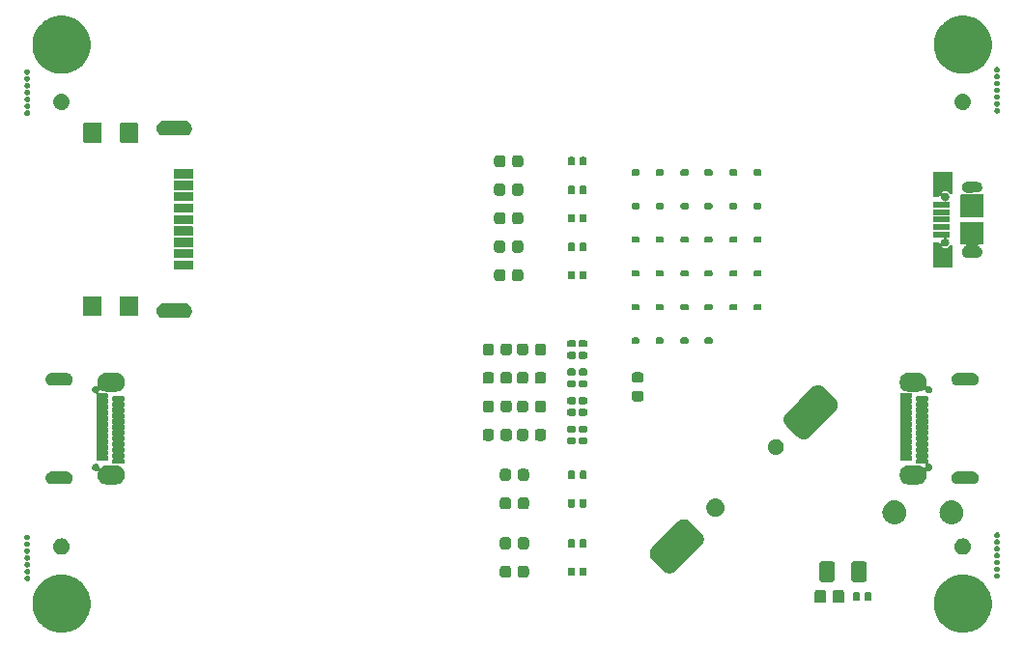
<source format=gbr>
%TF.GenerationSoftware,KiCad,Pcbnew,8.0.3*%
%TF.CreationDate,2024-07-18T08:38:12+12:00*%
%TF.ProjectId,USB Cable Tester,55534220-4361-4626-9c65-205465737465,rev?*%
%TF.SameCoordinates,Original*%
%TF.FileFunction,Soldermask,Top*%
%TF.FilePolarity,Negative*%
%FSLAX46Y46*%
G04 Gerber Fmt 4.6, Leading zero omitted, Abs format (unit mm)*
G04 Created by KiCad (PCBNEW 8.0.3) date 2024-07-18 08:38:12*
%MOMM*%
%LPD*%
G01*
G04 APERTURE LIST*
G04 APERTURE END LIST*
G36*
X3081240Y-49455032D02*
G01*
X3160116Y-49455032D01*
X3232576Y-49464185D01*
X3307353Y-49468709D01*
X3393842Y-49484558D01*
X3477822Y-49495168D01*
X3542865Y-49511868D01*
X3610223Y-49524212D01*
X3700470Y-49552334D01*
X3787993Y-49574806D01*
X3844935Y-49597351D01*
X3904198Y-49615818D01*
X3996499Y-49657359D01*
X4085737Y-49692691D01*
X4134194Y-49719330D01*
X4184988Y-49742191D01*
X4277446Y-49798084D01*
X4366358Y-49846964D01*
X4406267Y-49875959D01*
X4448501Y-49901491D01*
X4539050Y-49972431D01*
X4625431Y-50035191D01*
X4657022Y-50064857D01*
X4690885Y-50091387D01*
X4777359Y-50177861D01*
X4858870Y-50254405D01*
X4882658Y-50283160D01*
X4908612Y-50309114D01*
X4988763Y-50411419D01*
X5062993Y-50501148D01*
X5079758Y-50527565D01*
X5098508Y-50551498D01*
X5170048Y-50669840D01*
X5234582Y-50771528D01*
X5245332Y-50794374D01*
X5257808Y-50815011D01*
X5318492Y-50949845D01*
X5370930Y-51061282D01*
X5376861Y-51079538D01*
X5384181Y-51095801D01*
X5431836Y-51248732D01*
X5469887Y-51365841D01*
X5472346Y-51378736D01*
X5475787Y-51389776D01*
X5508376Y-51567612D01*
X5529892Y-51680400D01*
X5530334Y-51687431D01*
X5531290Y-51692646D01*
X5546917Y-51951006D01*
X5550000Y-52000000D01*
X5546917Y-52048997D01*
X5531290Y-52307353D01*
X5530334Y-52312567D01*
X5529892Y-52319600D01*
X5508372Y-52432411D01*
X5475787Y-52610223D01*
X5472347Y-52621261D01*
X5469887Y-52634159D01*
X5431828Y-52751291D01*
X5384181Y-52904198D01*
X5376863Y-52920457D01*
X5370930Y-52938718D01*
X5318481Y-53050175D01*
X5257808Y-53184988D01*
X5245334Y-53205620D01*
X5234582Y-53228472D01*
X5170036Y-53330179D01*
X5098508Y-53448501D01*
X5079761Y-53472428D01*
X5062993Y-53498852D01*
X4988748Y-53588597D01*
X4908612Y-53690885D01*
X4882663Y-53716833D01*
X4858870Y-53745595D01*
X4777342Y-53822154D01*
X4690885Y-53908612D01*
X4657028Y-53935136D01*
X4625431Y-53964809D01*
X4539032Y-54027580D01*
X4448501Y-54098508D01*
X4406275Y-54124034D01*
X4366358Y-54153036D01*
X4277428Y-54201925D01*
X4184988Y-54257808D01*
X4134204Y-54280663D01*
X4085737Y-54307309D01*
X3996481Y-54342647D01*
X3904198Y-54384181D01*
X3844947Y-54402644D01*
X3787993Y-54425194D01*
X3700452Y-54447670D01*
X3610223Y-54475787D01*
X3542879Y-54488128D01*
X3477822Y-54504832D01*
X3393825Y-54515443D01*
X3307353Y-54531290D01*
X3232591Y-54535812D01*
X3160116Y-54544968D01*
X3081223Y-54544968D01*
X3000000Y-54549881D01*
X2918776Y-54544968D01*
X2839884Y-54544968D01*
X2767409Y-54535812D01*
X2692646Y-54531290D01*
X2606171Y-54515442D01*
X2522178Y-54504832D01*
X2457123Y-54488128D01*
X2389776Y-54475787D01*
X2299542Y-54447669D01*
X2212007Y-54425194D01*
X2155056Y-54402645D01*
X2095801Y-54384181D01*
X2003510Y-54342644D01*
X1914263Y-54307309D01*
X1865800Y-54280666D01*
X1815011Y-54257808D01*
X1722560Y-54201919D01*
X1633642Y-54153036D01*
X1593729Y-54124038D01*
X1551498Y-54098508D01*
X1460953Y-54027570D01*
X1374569Y-53964809D01*
X1342976Y-53935141D01*
X1309114Y-53908612D01*
X1222640Y-53822138D01*
X1141130Y-53745595D01*
X1117341Y-53716839D01*
X1091387Y-53690885D01*
X1011232Y-53588575D01*
X937007Y-53498852D01*
X920242Y-53472435D01*
X901491Y-53448501D01*
X829942Y-53330146D01*
X765418Y-53228472D01*
X754668Y-53205628D01*
X742191Y-53184988D01*
X681495Y-53050127D01*
X629070Y-52938718D01*
X623139Y-52920465D01*
X615818Y-52904198D01*
X568147Y-52751216D01*
X530113Y-52634159D01*
X527654Y-52621269D01*
X524212Y-52610223D01*
X491602Y-52432278D01*
X470108Y-52319600D01*
X469666Y-52312575D01*
X468709Y-52307353D01*
X453056Y-52048585D01*
X450000Y-52000000D01*
X453056Y-51951418D01*
X468709Y-51692646D01*
X469666Y-51687423D01*
X470108Y-51680400D01*
X491597Y-51567745D01*
X524212Y-51389776D01*
X527654Y-51378727D01*
X530113Y-51365841D01*
X568139Y-51248807D01*
X615818Y-51095801D01*
X623140Y-51079530D01*
X629070Y-51061282D01*
X681484Y-50949894D01*
X742191Y-50815011D01*
X754670Y-50794367D01*
X765418Y-50771528D01*
X829930Y-50669873D01*
X901491Y-50551498D01*
X920245Y-50527559D01*
X937007Y-50501148D01*
X1011217Y-50411442D01*
X1091387Y-50309114D01*
X1117345Y-50283155D01*
X1141130Y-50254405D01*
X1222624Y-50177876D01*
X1309114Y-50091387D01*
X1342982Y-50064852D01*
X1374569Y-50035191D01*
X1460936Y-49972441D01*
X1551498Y-49901491D01*
X1593737Y-49875956D01*
X1633642Y-49846964D01*
X1722542Y-49798090D01*
X1815011Y-49742191D01*
X1865810Y-49719328D01*
X1914263Y-49692691D01*
X2003492Y-49657362D01*
X2095801Y-49615818D01*
X2155067Y-49597349D01*
X2212007Y-49574806D01*
X2299524Y-49552335D01*
X2389776Y-49524212D01*
X2457136Y-49511867D01*
X2522178Y-49495168D01*
X2606153Y-49484559D01*
X2692646Y-49468709D01*
X2767424Y-49464185D01*
X2839884Y-49455032D01*
X2918760Y-49455032D01*
X3000000Y-49450118D01*
X3081240Y-49455032D01*
G37*
G36*
X82081240Y-49455032D02*
G01*
X82160116Y-49455032D01*
X82232576Y-49464185D01*
X82307353Y-49468709D01*
X82393842Y-49484558D01*
X82477822Y-49495168D01*
X82542865Y-49511868D01*
X82610223Y-49524212D01*
X82700470Y-49552334D01*
X82787993Y-49574806D01*
X82844935Y-49597351D01*
X82904198Y-49615818D01*
X82996499Y-49657359D01*
X83085737Y-49692691D01*
X83134194Y-49719330D01*
X83184988Y-49742191D01*
X83277446Y-49798084D01*
X83366358Y-49846964D01*
X83406267Y-49875959D01*
X83448501Y-49901491D01*
X83539050Y-49972431D01*
X83625431Y-50035191D01*
X83657022Y-50064857D01*
X83690885Y-50091387D01*
X83777359Y-50177861D01*
X83858870Y-50254405D01*
X83882658Y-50283160D01*
X83908612Y-50309114D01*
X83988763Y-50411419D01*
X84062993Y-50501148D01*
X84079758Y-50527565D01*
X84098508Y-50551498D01*
X84170048Y-50669840D01*
X84234582Y-50771528D01*
X84245332Y-50794374D01*
X84257808Y-50815011D01*
X84318492Y-50949845D01*
X84370930Y-51061282D01*
X84376861Y-51079538D01*
X84384181Y-51095801D01*
X84431836Y-51248732D01*
X84469887Y-51365841D01*
X84472346Y-51378736D01*
X84475787Y-51389776D01*
X84508376Y-51567612D01*
X84529892Y-51680400D01*
X84530334Y-51687431D01*
X84531290Y-51692646D01*
X84546917Y-51951006D01*
X84550000Y-52000000D01*
X84546917Y-52048997D01*
X84531290Y-52307353D01*
X84530334Y-52312567D01*
X84529892Y-52319600D01*
X84508372Y-52432411D01*
X84475787Y-52610223D01*
X84472347Y-52621261D01*
X84469887Y-52634159D01*
X84431828Y-52751291D01*
X84384181Y-52904198D01*
X84376863Y-52920457D01*
X84370930Y-52938718D01*
X84318481Y-53050175D01*
X84257808Y-53184988D01*
X84245334Y-53205620D01*
X84234582Y-53228472D01*
X84170036Y-53330179D01*
X84098508Y-53448501D01*
X84079761Y-53472428D01*
X84062993Y-53498852D01*
X83988748Y-53588597D01*
X83908612Y-53690885D01*
X83882663Y-53716833D01*
X83858870Y-53745595D01*
X83777342Y-53822154D01*
X83690885Y-53908612D01*
X83657028Y-53935136D01*
X83625431Y-53964809D01*
X83539032Y-54027580D01*
X83448501Y-54098508D01*
X83406275Y-54124034D01*
X83366358Y-54153036D01*
X83277428Y-54201925D01*
X83184988Y-54257808D01*
X83134204Y-54280663D01*
X83085737Y-54307309D01*
X82996481Y-54342647D01*
X82904198Y-54384181D01*
X82844947Y-54402644D01*
X82787993Y-54425194D01*
X82700452Y-54447670D01*
X82610223Y-54475787D01*
X82542879Y-54488128D01*
X82477822Y-54504832D01*
X82393825Y-54515443D01*
X82307353Y-54531290D01*
X82232591Y-54535812D01*
X82160116Y-54544968D01*
X82081223Y-54544968D01*
X82000000Y-54549881D01*
X81918776Y-54544968D01*
X81839884Y-54544968D01*
X81767409Y-54535812D01*
X81692646Y-54531290D01*
X81606171Y-54515442D01*
X81522178Y-54504832D01*
X81457123Y-54488128D01*
X81389776Y-54475787D01*
X81299542Y-54447669D01*
X81212007Y-54425194D01*
X81155056Y-54402645D01*
X81095801Y-54384181D01*
X81003510Y-54342644D01*
X80914263Y-54307309D01*
X80865800Y-54280666D01*
X80815011Y-54257808D01*
X80722560Y-54201919D01*
X80633642Y-54153036D01*
X80593729Y-54124038D01*
X80551498Y-54098508D01*
X80460953Y-54027570D01*
X80374569Y-53964809D01*
X80342976Y-53935141D01*
X80309114Y-53908612D01*
X80222640Y-53822138D01*
X80141130Y-53745595D01*
X80117341Y-53716839D01*
X80091387Y-53690885D01*
X80011232Y-53588575D01*
X79937007Y-53498852D01*
X79920242Y-53472435D01*
X79901491Y-53448501D01*
X79829942Y-53330146D01*
X79765418Y-53228472D01*
X79754668Y-53205628D01*
X79742191Y-53184988D01*
X79681495Y-53050127D01*
X79629070Y-52938718D01*
X79623139Y-52920465D01*
X79615818Y-52904198D01*
X79568147Y-52751216D01*
X79530113Y-52634159D01*
X79527654Y-52621269D01*
X79524212Y-52610223D01*
X79491602Y-52432278D01*
X79470108Y-52319600D01*
X79469666Y-52312575D01*
X79468709Y-52307353D01*
X79453056Y-52048585D01*
X79450000Y-52000000D01*
X79453056Y-51951418D01*
X79468709Y-51692646D01*
X79469666Y-51687423D01*
X79470108Y-51680400D01*
X79491597Y-51567745D01*
X79524212Y-51389776D01*
X79527654Y-51378727D01*
X79530113Y-51365841D01*
X79568139Y-51248807D01*
X79615818Y-51095801D01*
X79623140Y-51079530D01*
X79629070Y-51061282D01*
X79681484Y-50949894D01*
X79742191Y-50815011D01*
X79754670Y-50794367D01*
X79765418Y-50771528D01*
X79829930Y-50669873D01*
X79901491Y-50551498D01*
X79920245Y-50527559D01*
X79937007Y-50501148D01*
X80011217Y-50411442D01*
X80091387Y-50309114D01*
X80117345Y-50283155D01*
X80141130Y-50254405D01*
X80222624Y-50177876D01*
X80309114Y-50091387D01*
X80342982Y-50064852D01*
X80374569Y-50035191D01*
X80460936Y-49972441D01*
X80551498Y-49901491D01*
X80593737Y-49875956D01*
X80633642Y-49846964D01*
X80722542Y-49798090D01*
X80815011Y-49742191D01*
X80865810Y-49719328D01*
X80914263Y-49692691D01*
X81003492Y-49657362D01*
X81095801Y-49615818D01*
X81155067Y-49597349D01*
X81212007Y-49574806D01*
X81299524Y-49552335D01*
X81389776Y-49524212D01*
X81457136Y-49511867D01*
X81522178Y-49495168D01*
X81606153Y-49484559D01*
X81692646Y-49468709D01*
X81767424Y-49464185D01*
X81839884Y-49455032D01*
X81918760Y-49455032D01*
X82000000Y-49450118D01*
X82081240Y-49455032D01*
G37*
G36*
X69901537Y-50865224D02*
G01*
X69966421Y-50908579D01*
X70009776Y-50973463D01*
X70025000Y-51050000D01*
X70025000Y-51750000D01*
X70009776Y-51826537D01*
X69966421Y-51891421D01*
X69901537Y-51934776D01*
X69825000Y-51950000D01*
X69175000Y-51950000D01*
X69098463Y-51934776D01*
X69033579Y-51891421D01*
X68990224Y-51826537D01*
X68975000Y-51750000D01*
X68975000Y-51050000D01*
X68990224Y-50973463D01*
X69033579Y-50908579D01*
X69098463Y-50865224D01*
X69175000Y-50850000D01*
X69825000Y-50850000D01*
X69901537Y-50865224D01*
G37*
G36*
X71501537Y-50865224D02*
G01*
X71566421Y-50908579D01*
X71609776Y-50973463D01*
X71625000Y-51050000D01*
X71625000Y-51750000D01*
X71609776Y-51826537D01*
X71566421Y-51891421D01*
X71501537Y-51934776D01*
X71425000Y-51950000D01*
X70775000Y-51950000D01*
X70698463Y-51934776D01*
X70633579Y-51891421D01*
X70590224Y-51826537D01*
X70575000Y-51750000D01*
X70575000Y-51050000D01*
X70590224Y-50973463D01*
X70633579Y-50908579D01*
X70698463Y-50865224D01*
X70775000Y-50850000D01*
X71425000Y-50850000D01*
X71501537Y-50865224D01*
G37*
G36*
X72865796Y-51024082D02*
G01*
X72925815Y-51064185D01*
X72965918Y-51124204D01*
X72980000Y-51195000D01*
X72980000Y-51565000D01*
X72965918Y-51635796D01*
X72925815Y-51695815D01*
X72865796Y-51735918D01*
X72795000Y-51750000D01*
X72525000Y-51750000D01*
X72454204Y-51735918D01*
X72394185Y-51695815D01*
X72354082Y-51635796D01*
X72340000Y-51565000D01*
X72340000Y-51195000D01*
X72354082Y-51124204D01*
X72394185Y-51064185D01*
X72454204Y-51024082D01*
X72525000Y-51010000D01*
X72795000Y-51010000D01*
X72865796Y-51024082D01*
G37*
G36*
X73885796Y-51024082D02*
G01*
X73945815Y-51064185D01*
X73985918Y-51124204D01*
X74000000Y-51195000D01*
X74000000Y-51565000D01*
X73985918Y-51635796D01*
X73945815Y-51695815D01*
X73885796Y-51735918D01*
X73815000Y-51750000D01*
X73545000Y-51750000D01*
X73474204Y-51735918D01*
X73414185Y-51695815D01*
X73374082Y-51635796D01*
X73360000Y-51565000D01*
X73360000Y-51195000D01*
X73374082Y-51124204D01*
X73414185Y-51064185D01*
X73474204Y-51024082D01*
X73545000Y-51010000D01*
X73815000Y-51010000D01*
X73885796Y-51024082D01*
G37*
G36*
X70543685Y-48282969D02*
G01*
X70552893Y-48287034D01*
X70559724Y-48288030D01*
X70602422Y-48308903D01*
X70644541Y-48327501D01*
X70648441Y-48331401D01*
X70648801Y-48331577D01*
X70718422Y-48401198D01*
X70718597Y-48401557D01*
X70722499Y-48405459D01*
X70741100Y-48447588D01*
X70761969Y-48490275D01*
X70762963Y-48497103D01*
X70767031Y-48506315D01*
X70775000Y-48575000D01*
X70775000Y-49825000D01*
X70767031Y-49893685D01*
X70762963Y-49902896D01*
X70761969Y-49909724D01*
X70741105Y-49952401D01*
X70722499Y-49994541D01*
X70718597Y-49998442D01*
X70718422Y-49998801D01*
X70648801Y-50068422D01*
X70648442Y-50068597D01*
X70644541Y-50072499D01*
X70602401Y-50091105D01*
X70559724Y-50111969D01*
X70552896Y-50112963D01*
X70543685Y-50117031D01*
X70475000Y-50125000D01*
X69725000Y-50125000D01*
X69656315Y-50117031D01*
X69647103Y-50112963D01*
X69640275Y-50111969D01*
X69597588Y-50091100D01*
X69555459Y-50072499D01*
X69551557Y-50068597D01*
X69551198Y-50068422D01*
X69481577Y-49998801D01*
X69481401Y-49998441D01*
X69477501Y-49994541D01*
X69458903Y-49952422D01*
X69438030Y-49909724D01*
X69437034Y-49902893D01*
X69432969Y-49893685D01*
X69425000Y-49825000D01*
X69425000Y-48575000D01*
X69432969Y-48506315D01*
X69437034Y-48497107D01*
X69438030Y-48490275D01*
X69458908Y-48447567D01*
X69477501Y-48405459D01*
X69481400Y-48401559D01*
X69481577Y-48401198D01*
X69551198Y-48331577D01*
X69551559Y-48331400D01*
X69555459Y-48327501D01*
X69597567Y-48308908D01*
X69640275Y-48288030D01*
X69647107Y-48287034D01*
X69656315Y-48282969D01*
X69725000Y-48275000D01*
X70475000Y-48275000D01*
X70543685Y-48282969D01*
G37*
G36*
X73343685Y-48282969D02*
G01*
X73352893Y-48287034D01*
X73359724Y-48288030D01*
X73402422Y-48308903D01*
X73444541Y-48327501D01*
X73448441Y-48331401D01*
X73448801Y-48331577D01*
X73518422Y-48401198D01*
X73518597Y-48401557D01*
X73522499Y-48405459D01*
X73541100Y-48447588D01*
X73561969Y-48490275D01*
X73562963Y-48497103D01*
X73567031Y-48506315D01*
X73575000Y-48575000D01*
X73575000Y-49825000D01*
X73567031Y-49893685D01*
X73562963Y-49902896D01*
X73561969Y-49909724D01*
X73541105Y-49952401D01*
X73522499Y-49994541D01*
X73518597Y-49998442D01*
X73518422Y-49998801D01*
X73448801Y-50068422D01*
X73448442Y-50068597D01*
X73444541Y-50072499D01*
X73402401Y-50091105D01*
X73359724Y-50111969D01*
X73352896Y-50112963D01*
X73343685Y-50117031D01*
X73275000Y-50125000D01*
X72525000Y-50125000D01*
X72456315Y-50117031D01*
X72447103Y-50112963D01*
X72440275Y-50111969D01*
X72397588Y-50091100D01*
X72355459Y-50072499D01*
X72351557Y-50068597D01*
X72351198Y-50068422D01*
X72281577Y-49998801D01*
X72281401Y-49998441D01*
X72277501Y-49994541D01*
X72258903Y-49952422D01*
X72238030Y-49909724D01*
X72237034Y-49902893D01*
X72232969Y-49893685D01*
X72225000Y-49825000D01*
X72225000Y-48575000D01*
X72232969Y-48506315D01*
X72237034Y-48497107D01*
X72238030Y-48490275D01*
X72258908Y-48447567D01*
X72277501Y-48405459D01*
X72281400Y-48401559D01*
X72281577Y-48401198D01*
X72351198Y-48331577D01*
X72351559Y-48331400D01*
X72355459Y-48327501D01*
X72397567Y-48308908D01*
X72440275Y-48288030D01*
X72447107Y-48287034D01*
X72456315Y-48282969D01*
X72525000Y-48275000D01*
X73275000Y-48275000D01*
X73343685Y-48282969D01*
G37*
G36*
X24061Y-45954786D02*
G01*
X43238Y-45954786D01*
X66350Y-45963197D01*
X95671Y-45969030D01*
X111578Y-45979658D01*
X124498Y-45984361D01*
X147492Y-46003655D01*
X176777Y-46023223D01*
X184390Y-46034617D01*
X190742Y-46039947D01*
X208478Y-46070668D01*
X230970Y-46104329D01*
X232577Y-46112408D01*
X233981Y-46114840D01*
X241165Y-46155587D01*
X250000Y-46200000D01*
X241165Y-46244416D01*
X233981Y-46285159D01*
X232577Y-46287590D01*
X230970Y-46295671D01*
X208474Y-46329338D01*
X190742Y-46360052D01*
X184391Y-46365380D01*
X176777Y-46376777D01*
X147486Y-46396348D01*
X124498Y-46415638D01*
X111580Y-46420339D01*
X95671Y-46430970D01*
X66347Y-46436802D01*
X17760Y-46454487D01*
X17760Y-46545513D01*
X66350Y-46563197D01*
X95671Y-46569030D01*
X111578Y-46579658D01*
X124498Y-46584361D01*
X147492Y-46603655D01*
X176777Y-46623223D01*
X184390Y-46634617D01*
X190742Y-46639947D01*
X208478Y-46670668D01*
X230970Y-46704329D01*
X232577Y-46712408D01*
X233981Y-46714840D01*
X241165Y-46755587D01*
X250000Y-46800000D01*
X241165Y-46844416D01*
X233981Y-46885159D01*
X232577Y-46887590D01*
X230970Y-46895671D01*
X208474Y-46929338D01*
X190742Y-46960052D01*
X184391Y-46965380D01*
X176777Y-46976777D01*
X147486Y-46996348D01*
X124498Y-47015638D01*
X111580Y-47020339D01*
X95671Y-47030970D01*
X66347Y-47036802D01*
X17760Y-47054487D01*
X17760Y-47145513D01*
X66350Y-47163197D01*
X95671Y-47169030D01*
X111578Y-47179658D01*
X124498Y-47184361D01*
X147492Y-47203655D01*
X176777Y-47223223D01*
X184390Y-47234617D01*
X190742Y-47239947D01*
X208478Y-47270668D01*
X230970Y-47304329D01*
X232577Y-47312408D01*
X233981Y-47314840D01*
X241165Y-47355587D01*
X250000Y-47400000D01*
X241165Y-47444416D01*
X233981Y-47485159D01*
X232577Y-47487590D01*
X230970Y-47495671D01*
X208474Y-47529338D01*
X190742Y-47560052D01*
X184391Y-47565380D01*
X176777Y-47576777D01*
X147486Y-47596348D01*
X124498Y-47615638D01*
X111580Y-47620339D01*
X95671Y-47630970D01*
X66347Y-47636802D01*
X17760Y-47654487D01*
X17760Y-47745513D01*
X66350Y-47763197D01*
X95671Y-47769030D01*
X111578Y-47779658D01*
X124498Y-47784361D01*
X147492Y-47803655D01*
X176777Y-47823223D01*
X184390Y-47834617D01*
X190742Y-47839947D01*
X208478Y-47870668D01*
X230970Y-47904329D01*
X232577Y-47912408D01*
X233981Y-47914840D01*
X241165Y-47955587D01*
X250000Y-48000000D01*
X241165Y-48044416D01*
X233981Y-48085159D01*
X232577Y-48087590D01*
X230970Y-48095671D01*
X208474Y-48129338D01*
X190742Y-48160052D01*
X184391Y-48165380D01*
X176777Y-48176777D01*
X147486Y-48196348D01*
X124498Y-48215638D01*
X111580Y-48220339D01*
X95671Y-48230970D01*
X66347Y-48236802D01*
X17760Y-48254487D01*
X17760Y-48345513D01*
X66350Y-48363197D01*
X95671Y-48369030D01*
X111578Y-48379658D01*
X124498Y-48384361D01*
X147492Y-48403655D01*
X176777Y-48423223D01*
X184390Y-48434617D01*
X190742Y-48439947D01*
X208478Y-48470668D01*
X230970Y-48504329D01*
X232577Y-48512408D01*
X233981Y-48514840D01*
X241165Y-48555587D01*
X250000Y-48600000D01*
X241165Y-48644416D01*
X233981Y-48685159D01*
X232577Y-48687590D01*
X230970Y-48695671D01*
X208474Y-48729338D01*
X190742Y-48760052D01*
X184391Y-48765380D01*
X176777Y-48776777D01*
X147486Y-48796348D01*
X124498Y-48815638D01*
X111580Y-48820339D01*
X95671Y-48830970D01*
X66347Y-48836802D01*
X17760Y-48854487D01*
X17760Y-48945513D01*
X66350Y-48963197D01*
X95671Y-48969030D01*
X111578Y-48979658D01*
X124498Y-48984361D01*
X147492Y-49003655D01*
X176777Y-49023223D01*
X184390Y-49034617D01*
X190742Y-49039947D01*
X208478Y-49070668D01*
X230970Y-49104329D01*
X232577Y-49112408D01*
X233981Y-49114840D01*
X241165Y-49155587D01*
X250000Y-49200000D01*
X241165Y-49244416D01*
X233981Y-49285159D01*
X232577Y-49287590D01*
X230970Y-49295671D01*
X208474Y-49329338D01*
X190742Y-49360052D01*
X184391Y-49365380D01*
X176777Y-49376777D01*
X147486Y-49396348D01*
X124498Y-49415638D01*
X111580Y-49420339D01*
X95671Y-49430970D01*
X66347Y-49436802D01*
X17760Y-49454487D01*
X17760Y-49545513D01*
X66350Y-49563197D01*
X95671Y-49569030D01*
X111578Y-49579658D01*
X124498Y-49584361D01*
X147492Y-49603655D01*
X176777Y-49623223D01*
X184390Y-49634617D01*
X190742Y-49639947D01*
X208478Y-49670668D01*
X230970Y-49704329D01*
X232577Y-49712408D01*
X233981Y-49714840D01*
X241165Y-49755587D01*
X250000Y-49800000D01*
X241165Y-49844416D01*
X233981Y-49885159D01*
X232577Y-49887590D01*
X230970Y-49895671D01*
X208474Y-49929338D01*
X190742Y-49960052D01*
X184391Y-49965380D01*
X176777Y-49976777D01*
X147486Y-49996348D01*
X124498Y-50015638D01*
X111580Y-50020339D01*
X95671Y-50030970D01*
X66348Y-50036802D01*
X43238Y-50045214D01*
X24061Y-50045214D01*
X0Y-50050000D01*
X-24061Y-50045214D01*
X-43238Y-50045214D01*
X-66348Y-50036802D01*
X-95671Y-50030970D01*
X-111580Y-50020339D01*
X-124498Y-50015638D01*
X-147486Y-49996348D01*
X-176777Y-49976777D01*
X-184391Y-49965380D01*
X-190742Y-49960052D01*
X-208474Y-49929338D01*
X-230970Y-49895671D01*
X-232577Y-49887590D01*
X-233981Y-49885159D01*
X-241165Y-49844416D01*
X-250000Y-49800000D01*
X-241165Y-49755587D01*
X-233981Y-49714840D01*
X-232577Y-49712408D01*
X-230970Y-49704329D01*
X-208478Y-49670668D01*
X-190742Y-49639947D01*
X-184390Y-49634617D01*
X-176777Y-49623223D01*
X-147488Y-49603653D01*
X-124497Y-49584361D01*
X-111579Y-49579659D01*
X-95671Y-49569030D01*
X-66349Y-49563197D01*
X-17760Y-49545513D01*
X-17760Y-49454487D01*
X-66347Y-49436802D01*
X-95671Y-49430970D01*
X-111580Y-49420339D01*
X-124498Y-49415638D01*
X-147486Y-49396348D01*
X-176777Y-49376777D01*
X-184391Y-49365380D01*
X-190742Y-49360052D01*
X-208474Y-49329338D01*
X-230970Y-49295671D01*
X-232577Y-49287590D01*
X-233981Y-49285159D01*
X-241165Y-49244416D01*
X-250000Y-49200000D01*
X-241165Y-49155587D01*
X-233981Y-49114840D01*
X-232577Y-49112408D01*
X-230970Y-49104329D01*
X-208478Y-49070668D01*
X-190742Y-49039947D01*
X-184390Y-49034617D01*
X-176777Y-49023223D01*
X-147488Y-49003653D01*
X-124497Y-48984361D01*
X-111579Y-48979659D01*
X-95671Y-48969030D01*
X-66349Y-48963197D01*
X-17760Y-48945513D01*
X-17760Y-48854487D01*
X-66347Y-48836802D01*
X-95671Y-48830970D01*
X-111580Y-48820339D01*
X-124498Y-48815638D01*
X-147486Y-48796348D01*
X-176777Y-48776777D01*
X-184391Y-48765380D01*
X-190742Y-48760052D01*
X-208474Y-48729338D01*
X-230970Y-48695671D01*
X-232577Y-48687590D01*
X-233981Y-48685159D01*
X-241165Y-48644416D01*
X-250000Y-48600000D01*
X-241165Y-48555587D01*
X-233981Y-48514840D01*
X-232577Y-48512408D01*
X-230970Y-48504329D01*
X-208478Y-48470668D01*
X-190742Y-48439947D01*
X-184390Y-48434617D01*
X-176777Y-48423223D01*
X-147488Y-48403653D01*
X-124497Y-48384361D01*
X-111579Y-48379659D01*
X-95671Y-48369030D01*
X-66349Y-48363197D01*
X-17760Y-48345513D01*
X-17760Y-48254487D01*
X-66347Y-48236802D01*
X-95671Y-48230970D01*
X-111580Y-48220339D01*
X-124498Y-48215638D01*
X-147486Y-48196348D01*
X-176777Y-48176777D01*
X-184391Y-48165380D01*
X-190742Y-48160052D01*
X-208474Y-48129338D01*
X-230970Y-48095671D01*
X-232577Y-48087590D01*
X-233981Y-48085159D01*
X-241165Y-48044416D01*
X-250000Y-48000000D01*
X-241165Y-47955587D01*
X-233981Y-47914840D01*
X-232577Y-47912408D01*
X-230970Y-47904329D01*
X-208478Y-47870668D01*
X-190742Y-47839947D01*
X-184390Y-47834617D01*
X-176777Y-47823223D01*
X-147488Y-47803653D01*
X-124497Y-47784361D01*
X-111579Y-47779659D01*
X-95671Y-47769030D01*
X-66349Y-47763197D01*
X-17760Y-47745513D01*
X-17760Y-47654487D01*
X-66347Y-47636802D01*
X-95671Y-47630970D01*
X-111580Y-47620339D01*
X-124498Y-47615638D01*
X-147486Y-47596348D01*
X-176777Y-47576777D01*
X-184391Y-47565380D01*
X-190742Y-47560052D01*
X-208474Y-47529338D01*
X-230970Y-47495671D01*
X-232577Y-47487590D01*
X-233981Y-47485159D01*
X-241165Y-47444416D01*
X-250000Y-47400000D01*
X-241165Y-47355587D01*
X-233981Y-47314840D01*
X-232577Y-47312408D01*
X-230970Y-47304329D01*
X-208478Y-47270668D01*
X-190742Y-47239947D01*
X-184390Y-47234617D01*
X-176777Y-47223223D01*
X-147488Y-47203653D01*
X-124497Y-47184361D01*
X-111579Y-47179659D01*
X-95671Y-47169030D01*
X-66349Y-47163197D01*
X-17760Y-47145513D01*
X-17760Y-47054487D01*
X-66347Y-47036802D01*
X-95671Y-47030970D01*
X-111580Y-47020339D01*
X-124498Y-47015638D01*
X-147486Y-46996348D01*
X-176777Y-46976777D01*
X-184391Y-46965380D01*
X-190742Y-46960052D01*
X-208474Y-46929338D01*
X-230970Y-46895671D01*
X-232577Y-46887590D01*
X-233981Y-46885159D01*
X-241165Y-46844416D01*
X-250000Y-46800000D01*
X-241165Y-46755587D01*
X-233981Y-46714840D01*
X-232577Y-46712408D01*
X-230970Y-46704329D01*
X-208478Y-46670668D01*
X-190742Y-46639947D01*
X-184390Y-46634617D01*
X-176777Y-46623223D01*
X-147488Y-46603653D01*
X-124497Y-46584361D01*
X-111579Y-46579659D01*
X-95671Y-46569030D01*
X-66349Y-46563197D01*
X-17760Y-46545513D01*
X-17760Y-46454487D01*
X-66347Y-46436802D01*
X-95671Y-46430970D01*
X-111580Y-46420339D01*
X-124498Y-46415638D01*
X-147486Y-46396348D01*
X-176777Y-46376777D01*
X-184391Y-46365380D01*
X-190742Y-46360052D01*
X-208474Y-46329338D01*
X-230970Y-46295671D01*
X-232577Y-46287590D01*
X-233981Y-46285159D01*
X-241165Y-46244416D01*
X-250000Y-46200000D01*
X-241165Y-46155587D01*
X-233981Y-46114840D01*
X-232577Y-46112408D01*
X-230970Y-46104329D01*
X-208478Y-46070668D01*
X-190742Y-46039947D01*
X-184390Y-46034617D01*
X-176777Y-46023223D01*
X-147488Y-46003653D01*
X-124497Y-45984361D01*
X-111579Y-45979659D01*
X-95671Y-45969030D01*
X-66349Y-45963197D01*
X-43238Y-45954786D01*
X-24061Y-45954786D01*
X0Y-45950000D01*
X24061Y-45954786D01*
G37*
G36*
X85024061Y-45754786D02*
G01*
X85043238Y-45754786D01*
X85066350Y-45763197D01*
X85095671Y-45769030D01*
X85111578Y-45779658D01*
X85124498Y-45784361D01*
X85147492Y-45803655D01*
X85176777Y-45823223D01*
X85184390Y-45834617D01*
X85190742Y-45839947D01*
X85208478Y-45870668D01*
X85230970Y-45904329D01*
X85232577Y-45912408D01*
X85233981Y-45914840D01*
X85241165Y-45955587D01*
X85250000Y-46000000D01*
X85241165Y-46044416D01*
X85233981Y-46085159D01*
X85232577Y-46087590D01*
X85230970Y-46095671D01*
X85208474Y-46129338D01*
X85190742Y-46160052D01*
X85184391Y-46165380D01*
X85176777Y-46176777D01*
X85147486Y-46196348D01*
X85124498Y-46215638D01*
X85111580Y-46220339D01*
X85095671Y-46230970D01*
X85066347Y-46236802D01*
X85017760Y-46254487D01*
X85017760Y-46345513D01*
X85066350Y-46363197D01*
X85095671Y-46369030D01*
X85111578Y-46379658D01*
X85124498Y-46384361D01*
X85147492Y-46403655D01*
X85176777Y-46423223D01*
X85184390Y-46434617D01*
X85190742Y-46439947D01*
X85208478Y-46470668D01*
X85230970Y-46504329D01*
X85232577Y-46512408D01*
X85233981Y-46514840D01*
X85241165Y-46555587D01*
X85250000Y-46600000D01*
X85241165Y-46644416D01*
X85233981Y-46685159D01*
X85232577Y-46687590D01*
X85230970Y-46695671D01*
X85208474Y-46729338D01*
X85190742Y-46760052D01*
X85184391Y-46765380D01*
X85176777Y-46776777D01*
X85147486Y-46796348D01*
X85124498Y-46815638D01*
X85111580Y-46820339D01*
X85095671Y-46830970D01*
X85066347Y-46836802D01*
X85017760Y-46854487D01*
X85017760Y-46945513D01*
X85066350Y-46963197D01*
X85095671Y-46969030D01*
X85111578Y-46979658D01*
X85124498Y-46984361D01*
X85147492Y-47003655D01*
X85176777Y-47023223D01*
X85184390Y-47034617D01*
X85190742Y-47039947D01*
X85208478Y-47070668D01*
X85230970Y-47104329D01*
X85232577Y-47112408D01*
X85233981Y-47114840D01*
X85241165Y-47155587D01*
X85250000Y-47200000D01*
X85241165Y-47244416D01*
X85233981Y-47285159D01*
X85232577Y-47287590D01*
X85230970Y-47295671D01*
X85208474Y-47329338D01*
X85190742Y-47360052D01*
X85184391Y-47365380D01*
X85176777Y-47376777D01*
X85147486Y-47396348D01*
X85124498Y-47415638D01*
X85111580Y-47420339D01*
X85095671Y-47430970D01*
X85066347Y-47436802D01*
X85017760Y-47454487D01*
X85017760Y-47545513D01*
X85066350Y-47563197D01*
X85095671Y-47569030D01*
X85111578Y-47579658D01*
X85124498Y-47584361D01*
X85147492Y-47603655D01*
X85176777Y-47623223D01*
X85184390Y-47634617D01*
X85190742Y-47639947D01*
X85208478Y-47670668D01*
X85230970Y-47704329D01*
X85232577Y-47712408D01*
X85233981Y-47714840D01*
X85241165Y-47755587D01*
X85250000Y-47800000D01*
X85241165Y-47844416D01*
X85233981Y-47885159D01*
X85232577Y-47887590D01*
X85230970Y-47895671D01*
X85208474Y-47929338D01*
X85190742Y-47960052D01*
X85184391Y-47965380D01*
X85176777Y-47976777D01*
X85147486Y-47996348D01*
X85124498Y-48015638D01*
X85111580Y-48020339D01*
X85095671Y-48030970D01*
X85066347Y-48036802D01*
X85017760Y-48054487D01*
X85017760Y-48145513D01*
X85066350Y-48163197D01*
X85095671Y-48169030D01*
X85111578Y-48179658D01*
X85124498Y-48184361D01*
X85147492Y-48203655D01*
X85176777Y-48223223D01*
X85184390Y-48234617D01*
X85190742Y-48239947D01*
X85208478Y-48270668D01*
X85230970Y-48304329D01*
X85232577Y-48312408D01*
X85233981Y-48314840D01*
X85241165Y-48355587D01*
X85250000Y-48400000D01*
X85241165Y-48444416D01*
X85233981Y-48485159D01*
X85232577Y-48487590D01*
X85230970Y-48495671D01*
X85208474Y-48529338D01*
X85190742Y-48560052D01*
X85184391Y-48565380D01*
X85176777Y-48576777D01*
X85147486Y-48596348D01*
X85124498Y-48615638D01*
X85111580Y-48620339D01*
X85095671Y-48630970D01*
X85066347Y-48636802D01*
X85017760Y-48654487D01*
X85017760Y-48745513D01*
X85066350Y-48763197D01*
X85095671Y-48769030D01*
X85111578Y-48779658D01*
X85124498Y-48784361D01*
X85147492Y-48803655D01*
X85176777Y-48823223D01*
X85184390Y-48834617D01*
X85190742Y-48839947D01*
X85208478Y-48870668D01*
X85230970Y-48904329D01*
X85232577Y-48912408D01*
X85233981Y-48914840D01*
X85241165Y-48955587D01*
X85250000Y-49000000D01*
X85241165Y-49044416D01*
X85233981Y-49085159D01*
X85232577Y-49087590D01*
X85230970Y-49095671D01*
X85208474Y-49129338D01*
X85190742Y-49160052D01*
X85184391Y-49165380D01*
X85176777Y-49176777D01*
X85147486Y-49196348D01*
X85124498Y-49215638D01*
X85111580Y-49220339D01*
X85095671Y-49230970D01*
X85066347Y-49236802D01*
X85017760Y-49254487D01*
X85017760Y-49345513D01*
X85066350Y-49363197D01*
X85095671Y-49369030D01*
X85111578Y-49379658D01*
X85124498Y-49384361D01*
X85147492Y-49403655D01*
X85176777Y-49423223D01*
X85184390Y-49434617D01*
X85190742Y-49439947D01*
X85208478Y-49470668D01*
X85230970Y-49504329D01*
X85232577Y-49512408D01*
X85233981Y-49514840D01*
X85241165Y-49555587D01*
X85250000Y-49600000D01*
X85241165Y-49644416D01*
X85233981Y-49685159D01*
X85232577Y-49687590D01*
X85230970Y-49695671D01*
X85208474Y-49729338D01*
X85190742Y-49760052D01*
X85184391Y-49765380D01*
X85176777Y-49776777D01*
X85147486Y-49796348D01*
X85124498Y-49815638D01*
X85111580Y-49820339D01*
X85095671Y-49830970D01*
X85066348Y-49836802D01*
X85043238Y-49845214D01*
X85024061Y-49845214D01*
X85000000Y-49850000D01*
X84975939Y-49845214D01*
X84956762Y-49845214D01*
X84933651Y-49836802D01*
X84904329Y-49830970D01*
X84888420Y-49820340D01*
X84875501Y-49815638D01*
X84852508Y-49796345D01*
X84823223Y-49776777D01*
X84815609Y-49765382D01*
X84809257Y-49760052D01*
X84791518Y-49729327D01*
X84769030Y-49695671D01*
X84767423Y-49687592D01*
X84766018Y-49685159D01*
X84758826Y-49644371D01*
X84750000Y-49600000D01*
X84758825Y-49555632D01*
X84766018Y-49514840D01*
X84767423Y-49512405D01*
X84769030Y-49504329D01*
X84791513Y-49470679D01*
X84809257Y-49439947D01*
X84815610Y-49434615D01*
X84823223Y-49423223D01*
X84852506Y-49403656D01*
X84875502Y-49384361D01*
X84888422Y-49379658D01*
X84904329Y-49369030D01*
X84933648Y-49363198D01*
X84982239Y-49345513D01*
X84982239Y-49254487D01*
X84933650Y-49236802D01*
X84904329Y-49230970D01*
X84888420Y-49220340D01*
X84875501Y-49215638D01*
X84852508Y-49196345D01*
X84823223Y-49176777D01*
X84815609Y-49165382D01*
X84809257Y-49160052D01*
X84791518Y-49129327D01*
X84769030Y-49095671D01*
X84767423Y-49087592D01*
X84766018Y-49085159D01*
X84758826Y-49044371D01*
X84750000Y-49000000D01*
X84758825Y-48955632D01*
X84766018Y-48914840D01*
X84767423Y-48912405D01*
X84769030Y-48904329D01*
X84791513Y-48870679D01*
X84809257Y-48839947D01*
X84815610Y-48834615D01*
X84823223Y-48823223D01*
X84852506Y-48803656D01*
X84875502Y-48784361D01*
X84888422Y-48779658D01*
X84904329Y-48769030D01*
X84933648Y-48763198D01*
X84982239Y-48745513D01*
X84982239Y-48654487D01*
X84933650Y-48636802D01*
X84904329Y-48630970D01*
X84888420Y-48620340D01*
X84875501Y-48615638D01*
X84852508Y-48596345D01*
X84823223Y-48576777D01*
X84815609Y-48565382D01*
X84809257Y-48560052D01*
X84791518Y-48529327D01*
X84769030Y-48495671D01*
X84767423Y-48487592D01*
X84766018Y-48485159D01*
X84758826Y-48444371D01*
X84750000Y-48400000D01*
X84758825Y-48355632D01*
X84766018Y-48314840D01*
X84767423Y-48312405D01*
X84769030Y-48304329D01*
X84791513Y-48270679D01*
X84809257Y-48239947D01*
X84815610Y-48234615D01*
X84823223Y-48223223D01*
X84852506Y-48203656D01*
X84875502Y-48184361D01*
X84888422Y-48179658D01*
X84904329Y-48169030D01*
X84933648Y-48163198D01*
X84982239Y-48145513D01*
X84982239Y-48054487D01*
X84933650Y-48036802D01*
X84904329Y-48030970D01*
X84888420Y-48020340D01*
X84875501Y-48015638D01*
X84852508Y-47996345D01*
X84823223Y-47976777D01*
X84815609Y-47965382D01*
X84809257Y-47960052D01*
X84791518Y-47929327D01*
X84769030Y-47895671D01*
X84767423Y-47887592D01*
X84766018Y-47885159D01*
X84758826Y-47844371D01*
X84750000Y-47800000D01*
X84758825Y-47755632D01*
X84766018Y-47714840D01*
X84767423Y-47712405D01*
X84769030Y-47704329D01*
X84791513Y-47670679D01*
X84809257Y-47639947D01*
X84815610Y-47634615D01*
X84823223Y-47623223D01*
X84852506Y-47603656D01*
X84875502Y-47584361D01*
X84888422Y-47579658D01*
X84904329Y-47569030D01*
X84933648Y-47563198D01*
X84982239Y-47545513D01*
X84982239Y-47454487D01*
X84933650Y-47436802D01*
X84904329Y-47430970D01*
X84888420Y-47420340D01*
X84875501Y-47415638D01*
X84852508Y-47396345D01*
X84823223Y-47376777D01*
X84815609Y-47365382D01*
X84809257Y-47360052D01*
X84791518Y-47329327D01*
X84769030Y-47295671D01*
X84767423Y-47287592D01*
X84766018Y-47285159D01*
X84758826Y-47244371D01*
X84750000Y-47200000D01*
X84758825Y-47155632D01*
X84766018Y-47114840D01*
X84767423Y-47112405D01*
X84769030Y-47104329D01*
X84791513Y-47070679D01*
X84809257Y-47039947D01*
X84815610Y-47034615D01*
X84823223Y-47023223D01*
X84852506Y-47003656D01*
X84875502Y-46984361D01*
X84888422Y-46979658D01*
X84904329Y-46969030D01*
X84933648Y-46963198D01*
X84982239Y-46945513D01*
X84982239Y-46854487D01*
X84933650Y-46836802D01*
X84904329Y-46830970D01*
X84888420Y-46820340D01*
X84875501Y-46815638D01*
X84852508Y-46796345D01*
X84823223Y-46776777D01*
X84815609Y-46765382D01*
X84809257Y-46760052D01*
X84791518Y-46729327D01*
X84769030Y-46695671D01*
X84767423Y-46687592D01*
X84766018Y-46685159D01*
X84758826Y-46644371D01*
X84750000Y-46600000D01*
X84758825Y-46555632D01*
X84766018Y-46514840D01*
X84767423Y-46512405D01*
X84769030Y-46504329D01*
X84791513Y-46470679D01*
X84809257Y-46439947D01*
X84815610Y-46434615D01*
X84823223Y-46423223D01*
X84852506Y-46403656D01*
X84875502Y-46384361D01*
X84888422Y-46379658D01*
X84904329Y-46369030D01*
X84933648Y-46363198D01*
X84982239Y-46345513D01*
X84982239Y-46254487D01*
X84933650Y-46236802D01*
X84904329Y-46230970D01*
X84888420Y-46220340D01*
X84875501Y-46215638D01*
X84852508Y-46196345D01*
X84823223Y-46176777D01*
X84815609Y-46165382D01*
X84809257Y-46160052D01*
X84791518Y-46129327D01*
X84769030Y-46095671D01*
X84767423Y-46087592D01*
X84766018Y-46085159D01*
X84758826Y-46044371D01*
X84750000Y-46000000D01*
X84758825Y-45955632D01*
X84766018Y-45914840D01*
X84767423Y-45912405D01*
X84769030Y-45904329D01*
X84791513Y-45870679D01*
X84809257Y-45839947D01*
X84815610Y-45834615D01*
X84823223Y-45823223D01*
X84852506Y-45803656D01*
X84875502Y-45784361D01*
X84888421Y-45779658D01*
X84904329Y-45769030D01*
X84933649Y-45763197D01*
X84956762Y-45754786D01*
X84975939Y-45754786D01*
X85000000Y-45750000D01*
X85024061Y-45754786D01*
G37*
G36*
X42132689Y-48695258D02*
G01*
X42192328Y-48703110D01*
X42207329Y-48710105D01*
X42227196Y-48714057D01*
X42253510Y-48731639D01*
X42277924Y-48743024D01*
X42292776Y-48757876D01*
X42314385Y-48772315D01*
X42328823Y-48793923D01*
X42343675Y-48808775D01*
X42355058Y-48833186D01*
X42372643Y-48859504D01*
X42376594Y-48879372D01*
X42383589Y-48894371D01*
X42391438Y-48953997D01*
X42393100Y-48962350D01*
X42393100Y-49474850D01*
X42391438Y-49483204D01*
X42383589Y-49542828D01*
X42376595Y-49557826D01*
X42372643Y-49577696D01*
X42355056Y-49604015D01*
X42343675Y-49628424D01*
X42328825Y-49643273D01*
X42314385Y-49664885D01*
X42292773Y-49679325D01*
X42277924Y-49694175D01*
X42253515Y-49705556D01*
X42227196Y-49723143D01*
X42207326Y-49727095D01*
X42192328Y-49734089D01*
X42132704Y-49741938D01*
X42124350Y-49743600D01*
X41686850Y-49743600D01*
X41678497Y-49741938D01*
X41618871Y-49734089D01*
X41603872Y-49727094D01*
X41584004Y-49723143D01*
X41557686Y-49705558D01*
X41533275Y-49694175D01*
X41518423Y-49679323D01*
X41496815Y-49664885D01*
X41482376Y-49643276D01*
X41467524Y-49628424D01*
X41456139Y-49604010D01*
X41438557Y-49577696D01*
X41434605Y-49557829D01*
X41427610Y-49542828D01*
X41419758Y-49483189D01*
X41418100Y-49474850D01*
X41418100Y-48962350D01*
X41419758Y-48954012D01*
X41427610Y-48894371D01*
X41434605Y-48879368D01*
X41438557Y-48859504D01*
X41456138Y-48833191D01*
X41467524Y-48808775D01*
X41482378Y-48793920D01*
X41496815Y-48772315D01*
X41518420Y-48757878D01*
X41533275Y-48743024D01*
X41557691Y-48731638D01*
X41584004Y-48714057D01*
X41603868Y-48710105D01*
X41618871Y-48703110D01*
X41678512Y-48695258D01*
X41686850Y-48693600D01*
X42124350Y-48693600D01*
X42132689Y-48695258D01*
G37*
G36*
X43707689Y-48695258D02*
G01*
X43767328Y-48703110D01*
X43782329Y-48710105D01*
X43802196Y-48714057D01*
X43828510Y-48731639D01*
X43852924Y-48743024D01*
X43867776Y-48757876D01*
X43889385Y-48772315D01*
X43903823Y-48793923D01*
X43918675Y-48808775D01*
X43930058Y-48833186D01*
X43947643Y-48859504D01*
X43951594Y-48879372D01*
X43958589Y-48894371D01*
X43966438Y-48953997D01*
X43968100Y-48962350D01*
X43968100Y-49474850D01*
X43966438Y-49483204D01*
X43958589Y-49542828D01*
X43951595Y-49557826D01*
X43947643Y-49577696D01*
X43930056Y-49604015D01*
X43918675Y-49628424D01*
X43903825Y-49643273D01*
X43889385Y-49664885D01*
X43867773Y-49679325D01*
X43852924Y-49694175D01*
X43828515Y-49705556D01*
X43802196Y-49723143D01*
X43782326Y-49727095D01*
X43767328Y-49734089D01*
X43707704Y-49741938D01*
X43699350Y-49743600D01*
X43261850Y-49743600D01*
X43253497Y-49741938D01*
X43193871Y-49734089D01*
X43178872Y-49727094D01*
X43159004Y-49723143D01*
X43132686Y-49705558D01*
X43108275Y-49694175D01*
X43093423Y-49679323D01*
X43071815Y-49664885D01*
X43057376Y-49643276D01*
X43042524Y-49628424D01*
X43031139Y-49604010D01*
X43013557Y-49577696D01*
X43009605Y-49557829D01*
X43002610Y-49542828D01*
X42994758Y-49483189D01*
X42993100Y-49474850D01*
X42993100Y-48962350D01*
X42994758Y-48954012D01*
X43002610Y-48894371D01*
X43009605Y-48879368D01*
X43013557Y-48859504D01*
X43031138Y-48833191D01*
X43042524Y-48808775D01*
X43057378Y-48793920D01*
X43071815Y-48772315D01*
X43093420Y-48757878D01*
X43108275Y-48743024D01*
X43132691Y-48731638D01*
X43159004Y-48714057D01*
X43178868Y-48710105D01*
X43193871Y-48703110D01*
X43253512Y-48695258D01*
X43261850Y-48693600D01*
X43699350Y-48693600D01*
X43707689Y-48695258D01*
G37*
G36*
X47898896Y-48862682D02*
G01*
X47958915Y-48902785D01*
X47999018Y-48962804D01*
X48013100Y-49033600D01*
X48013100Y-49403600D01*
X47999018Y-49474396D01*
X47958915Y-49534415D01*
X47898896Y-49574518D01*
X47828100Y-49588600D01*
X47558100Y-49588600D01*
X47487304Y-49574518D01*
X47427285Y-49534415D01*
X47387182Y-49474396D01*
X47373100Y-49403600D01*
X47373100Y-49033600D01*
X47387182Y-48962804D01*
X47427285Y-48902785D01*
X47487304Y-48862682D01*
X47558100Y-48848600D01*
X47828100Y-48848600D01*
X47898896Y-48862682D01*
G37*
G36*
X48918896Y-48862682D02*
G01*
X48978915Y-48902785D01*
X49019018Y-48962804D01*
X49033100Y-49033600D01*
X49033100Y-49403600D01*
X49019018Y-49474396D01*
X48978915Y-49534415D01*
X48918896Y-49574518D01*
X48848100Y-49588600D01*
X48578100Y-49588600D01*
X48507304Y-49574518D01*
X48447285Y-49534415D01*
X48407182Y-49474396D01*
X48393100Y-49403600D01*
X48393100Y-49033600D01*
X48407182Y-48962804D01*
X48447285Y-48902785D01*
X48507304Y-48862682D01*
X48578100Y-48848600D01*
X48848100Y-48848600D01*
X48918896Y-48862682D01*
G37*
G36*
X57738355Y-44622517D02*
G01*
X57810998Y-44639097D01*
X57813603Y-44640351D01*
X57819942Y-44641854D01*
X57895029Y-44679564D01*
X57962231Y-44711927D01*
X57966929Y-44715674D01*
X57975559Y-44720008D01*
X58093757Y-44816293D01*
X59083707Y-45806243D01*
X59179992Y-45924441D01*
X59184325Y-45933068D01*
X59188071Y-45937766D01*
X59220422Y-46004944D01*
X59258146Y-46080058D01*
X59259648Y-46086398D01*
X59260902Y-46089001D01*
X59277471Y-46161595D01*
X59298306Y-46249503D01*
X59298306Y-46423642D01*
X59277467Y-46511563D01*
X59260902Y-46584144D01*
X59259649Y-46586745D01*
X59258146Y-46593088D01*
X59220417Y-46668211D01*
X59188072Y-46735377D01*
X59184326Y-46740074D01*
X59179992Y-46748704D01*
X59083707Y-46866903D01*
X56820965Y-49129645D01*
X56702766Y-49225930D01*
X56694138Y-49230263D01*
X56689441Y-49234009D01*
X56622274Y-49266354D01*
X56547150Y-49304084D01*
X56540807Y-49305587D01*
X56538206Y-49306840D01*
X56465614Y-49323408D01*
X56377704Y-49344244D01*
X56203565Y-49344244D01*
X56115657Y-49323409D01*
X56043063Y-49306840D01*
X56040460Y-49305586D01*
X56034120Y-49304084D01*
X55959007Y-49266361D01*
X55891830Y-49234010D01*
X55887132Y-49230264D01*
X55878503Y-49225930D01*
X55760305Y-49129645D01*
X54770355Y-48139695D01*
X54674070Y-48021497D01*
X54669737Y-48012869D01*
X54665990Y-48008171D01*
X54633626Y-47940968D01*
X54595916Y-47865880D01*
X54594413Y-47859541D01*
X54593159Y-47856936D01*
X54576582Y-47784305D01*
X54555756Y-47696435D01*
X54555756Y-47522296D01*
X54576572Y-47434463D01*
X54593159Y-47361793D01*
X54594414Y-47359186D01*
X54595916Y-47352850D01*
X54633608Y-47277797D01*
X54665989Y-47210560D01*
X54669738Y-47205857D01*
X54674070Y-47197234D01*
X54770355Y-47079035D01*
X55899390Y-45950000D01*
X57030516Y-44818873D01*
X57030520Y-44818869D01*
X57033097Y-44816293D01*
X57151296Y-44720008D01*
X57159917Y-44715677D01*
X57164620Y-44711928D01*
X57231858Y-44679547D01*
X57306912Y-44641854D01*
X57313248Y-44640352D01*
X57315855Y-44639097D01*
X57388525Y-44622510D01*
X57476358Y-44601694D01*
X57650497Y-44601694D01*
X57738355Y-44622517D01*
G37*
G36*
X3161105Y-46294152D02*
G01*
X3314132Y-46347699D01*
X3451407Y-46433954D01*
X3566046Y-46548593D01*
X3652301Y-46685868D01*
X3705848Y-46838895D01*
X3724000Y-47000000D01*
X3705848Y-47161105D01*
X3652301Y-47314132D01*
X3566046Y-47451407D01*
X3451407Y-47566046D01*
X3314132Y-47652301D01*
X3161105Y-47705848D01*
X3000000Y-47724000D01*
X2838895Y-47705848D01*
X2685868Y-47652301D01*
X2548593Y-47566046D01*
X2433954Y-47451407D01*
X2347699Y-47314132D01*
X2294152Y-47161105D01*
X2276000Y-47000000D01*
X2294152Y-46838895D01*
X2347699Y-46685868D01*
X2433954Y-46548593D01*
X2548593Y-46433954D01*
X2685868Y-46347699D01*
X2838895Y-46294152D01*
X3000000Y-46276000D01*
X3161105Y-46294152D01*
G37*
G36*
X82161105Y-46294152D02*
G01*
X82314132Y-46347699D01*
X82451407Y-46433954D01*
X82566046Y-46548593D01*
X82652301Y-46685868D01*
X82705848Y-46838895D01*
X82724000Y-47000000D01*
X82705848Y-47161105D01*
X82652301Y-47314132D01*
X82566046Y-47451407D01*
X82451407Y-47566046D01*
X82314132Y-47652301D01*
X82161105Y-47705848D01*
X82000000Y-47724000D01*
X81838895Y-47705848D01*
X81685868Y-47652301D01*
X81548593Y-47566046D01*
X81433954Y-47451407D01*
X81347699Y-47314132D01*
X81294152Y-47161105D01*
X81276000Y-47000000D01*
X81294152Y-46838895D01*
X81347699Y-46685868D01*
X81433954Y-46548593D01*
X81548593Y-46433954D01*
X81685868Y-46347699D01*
X81838895Y-46294152D01*
X82000000Y-46276000D01*
X82161105Y-46294152D01*
G37*
G36*
X42132689Y-46195258D02*
G01*
X42192328Y-46203110D01*
X42207329Y-46210105D01*
X42227196Y-46214057D01*
X42253510Y-46231639D01*
X42277924Y-46243024D01*
X42292776Y-46257876D01*
X42314385Y-46272315D01*
X42328823Y-46293923D01*
X42343675Y-46308775D01*
X42355058Y-46333186D01*
X42372643Y-46359504D01*
X42376594Y-46379372D01*
X42383589Y-46394371D01*
X42391438Y-46453997D01*
X42393100Y-46462350D01*
X42393100Y-46974850D01*
X42391438Y-46983204D01*
X42383589Y-47042828D01*
X42376595Y-47057826D01*
X42372643Y-47077696D01*
X42355056Y-47104015D01*
X42343675Y-47128424D01*
X42328825Y-47143273D01*
X42314385Y-47164885D01*
X42292773Y-47179325D01*
X42277924Y-47194175D01*
X42253515Y-47205556D01*
X42227196Y-47223143D01*
X42207326Y-47227095D01*
X42192328Y-47234089D01*
X42132704Y-47241938D01*
X42124350Y-47243600D01*
X41686850Y-47243600D01*
X41678497Y-47241938D01*
X41618871Y-47234089D01*
X41603872Y-47227094D01*
X41584004Y-47223143D01*
X41557686Y-47205558D01*
X41533275Y-47194175D01*
X41518423Y-47179323D01*
X41496815Y-47164885D01*
X41482376Y-47143276D01*
X41467524Y-47128424D01*
X41456139Y-47104010D01*
X41438557Y-47077696D01*
X41434605Y-47057829D01*
X41427610Y-47042828D01*
X41419758Y-46983189D01*
X41418100Y-46974850D01*
X41418100Y-46462350D01*
X41419758Y-46454012D01*
X41427610Y-46394371D01*
X41434605Y-46379368D01*
X41438557Y-46359504D01*
X41456138Y-46333191D01*
X41467524Y-46308775D01*
X41482378Y-46293920D01*
X41496815Y-46272315D01*
X41518420Y-46257878D01*
X41533275Y-46243024D01*
X41557691Y-46231638D01*
X41584004Y-46214057D01*
X41603868Y-46210105D01*
X41618871Y-46203110D01*
X41678512Y-46195258D01*
X41686850Y-46193600D01*
X42124350Y-46193600D01*
X42132689Y-46195258D01*
G37*
G36*
X43707689Y-46195258D02*
G01*
X43767328Y-46203110D01*
X43782329Y-46210105D01*
X43802196Y-46214057D01*
X43828510Y-46231639D01*
X43852924Y-46243024D01*
X43867776Y-46257876D01*
X43889385Y-46272315D01*
X43903823Y-46293923D01*
X43918675Y-46308775D01*
X43930058Y-46333186D01*
X43947643Y-46359504D01*
X43951594Y-46379372D01*
X43958589Y-46394371D01*
X43966438Y-46453997D01*
X43968100Y-46462350D01*
X43968100Y-46974850D01*
X43966438Y-46983204D01*
X43958589Y-47042828D01*
X43951595Y-47057826D01*
X43947643Y-47077696D01*
X43930056Y-47104015D01*
X43918675Y-47128424D01*
X43903825Y-47143273D01*
X43889385Y-47164885D01*
X43867773Y-47179325D01*
X43852924Y-47194175D01*
X43828515Y-47205556D01*
X43802196Y-47223143D01*
X43782326Y-47227095D01*
X43767328Y-47234089D01*
X43707704Y-47241938D01*
X43699350Y-47243600D01*
X43261850Y-47243600D01*
X43253497Y-47241938D01*
X43193871Y-47234089D01*
X43178872Y-47227094D01*
X43159004Y-47223143D01*
X43132686Y-47205558D01*
X43108275Y-47194175D01*
X43093423Y-47179323D01*
X43071815Y-47164885D01*
X43057376Y-47143276D01*
X43042524Y-47128424D01*
X43031139Y-47104010D01*
X43013557Y-47077696D01*
X43009605Y-47057829D01*
X43002610Y-47042828D01*
X42994758Y-46983189D01*
X42993100Y-46974850D01*
X42993100Y-46462350D01*
X42994758Y-46454012D01*
X43002610Y-46394371D01*
X43009605Y-46379368D01*
X43013557Y-46359504D01*
X43031138Y-46333191D01*
X43042524Y-46308775D01*
X43057378Y-46293920D01*
X43071815Y-46272315D01*
X43093420Y-46257878D01*
X43108275Y-46243024D01*
X43132691Y-46231638D01*
X43159004Y-46214057D01*
X43178868Y-46210105D01*
X43193871Y-46203110D01*
X43253512Y-46195258D01*
X43261850Y-46193600D01*
X43699350Y-46193600D01*
X43707689Y-46195258D01*
G37*
G36*
X47888896Y-46362682D02*
G01*
X47948915Y-46402785D01*
X47989018Y-46462804D01*
X48003100Y-46533600D01*
X48003100Y-46903600D01*
X47989018Y-46974396D01*
X47948915Y-47034415D01*
X47888896Y-47074518D01*
X47818100Y-47088600D01*
X47548100Y-47088600D01*
X47477304Y-47074518D01*
X47417285Y-47034415D01*
X47377182Y-46974396D01*
X47363100Y-46903600D01*
X47363100Y-46533600D01*
X47377182Y-46462804D01*
X47417285Y-46402785D01*
X47477304Y-46362682D01*
X47548100Y-46348600D01*
X47818100Y-46348600D01*
X47888896Y-46362682D01*
G37*
G36*
X48908896Y-46362682D02*
G01*
X48968915Y-46402785D01*
X49009018Y-46462804D01*
X49023100Y-46533600D01*
X49023100Y-46903600D01*
X49009018Y-46974396D01*
X48968915Y-47034415D01*
X48908896Y-47074518D01*
X48838100Y-47088600D01*
X48568100Y-47088600D01*
X48497304Y-47074518D01*
X48437285Y-47034415D01*
X48397182Y-46974396D01*
X48383100Y-46903600D01*
X48383100Y-46533600D01*
X48397182Y-46462804D01*
X48437285Y-46402785D01*
X48497304Y-46362682D01*
X48568100Y-46348600D01*
X48838100Y-46348600D01*
X48908896Y-46362682D01*
G37*
G36*
X76048290Y-42954756D02*
G01*
X76096857Y-42954756D01*
X76150940Y-42964866D01*
X76204845Y-42970175D01*
X76245797Y-42982597D01*
X76287268Y-42990350D01*
X76344700Y-43012599D01*
X76401818Y-43029926D01*
X76434454Y-43047370D01*
X76467901Y-43060328D01*
X76526019Y-43096313D01*
X76583349Y-43126957D01*
X76607435Y-43146724D01*
X76632599Y-43162305D01*
X76688357Y-43213135D01*
X76742462Y-43257538D01*
X76758494Y-43277074D01*
X76775752Y-43292806D01*
X76825847Y-43359143D01*
X76873043Y-43416651D01*
X76882170Y-43433726D01*
X76892489Y-43447391D01*
X76933544Y-43529841D01*
X76970074Y-43598182D01*
X76973969Y-43611024D01*
X76978836Y-43620797D01*
X77007579Y-43721820D01*
X77029825Y-43795155D01*
X77030555Y-43802576D01*
X77031847Y-43807114D01*
X77045281Y-43952086D01*
X77050000Y-44000000D01*
X77045280Y-44047917D01*
X77031847Y-44192885D01*
X77030556Y-44197422D01*
X77029825Y-44204845D01*
X77007574Y-44278195D01*
X76978836Y-44379202D01*
X76973970Y-44388973D01*
X76970074Y-44401818D01*
X76933537Y-44470172D01*
X76892489Y-44552608D01*
X76882172Y-44566269D01*
X76873043Y-44583349D01*
X76825838Y-44640868D01*
X76775752Y-44707193D01*
X76758498Y-44722921D01*
X76742462Y-44742462D01*
X76688346Y-44786873D01*
X76632599Y-44837694D01*
X76607440Y-44853271D01*
X76583349Y-44873043D01*
X76526007Y-44903692D01*
X76467901Y-44939671D01*
X76434461Y-44952625D01*
X76401818Y-44970074D01*
X76344688Y-44987403D01*
X76287268Y-45009649D01*
X76245804Y-45017400D01*
X76204845Y-45029825D01*
X76150937Y-45035134D01*
X76096857Y-45045244D01*
X76048290Y-45045244D01*
X76000000Y-45050000D01*
X75951710Y-45045244D01*
X75903143Y-45045244D01*
X75849061Y-45035134D01*
X75795155Y-45029825D01*
X75754196Y-45017400D01*
X75712731Y-45009649D01*
X75655306Y-44987402D01*
X75598182Y-44970074D01*
X75565541Y-44952627D01*
X75532098Y-44939671D01*
X75473985Y-44903689D01*
X75416651Y-44873043D01*
X75392562Y-44853273D01*
X75367400Y-44837694D01*
X75311643Y-44786865D01*
X75257538Y-44742462D01*
X75241504Y-44722925D01*
X75224247Y-44707193D01*
X75174149Y-44640852D01*
X75126957Y-44583349D01*
X75117830Y-44566274D01*
X75107510Y-44552608D01*
X75066447Y-44470145D01*
X75029926Y-44401818D01*
X75026031Y-44388978D01*
X75021163Y-44379202D01*
X74992409Y-44278141D01*
X74970175Y-44204845D01*
X74969444Y-44197427D01*
X74968152Y-44192885D01*
X74954702Y-44047745D01*
X74950000Y-44000000D01*
X74954702Y-43952258D01*
X74968152Y-43807114D01*
X74969444Y-43802570D01*
X74970175Y-43795155D01*
X74992404Y-43721873D01*
X75021163Y-43620797D01*
X75026031Y-43611018D01*
X75029926Y-43598182D01*
X75066440Y-43529868D01*
X75107510Y-43447391D01*
X75117832Y-43433722D01*
X75126957Y-43416651D01*
X75174139Y-43359158D01*
X75224247Y-43292806D01*
X75241508Y-43277070D01*
X75257538Y-43257538D01*
X75311632Y-43213143D01*
X75367400Y-43162305D01*
X75392567Y-43146721D01*
X75416651Y-43126957D01*
X75473973Y-43096317D01*
X75532098Y-43060328D01*
X75565548Y-43047369D01*
X75598182Y-43029926D01*
X75655294Y-43012601D01*
X75712731Y-42990350D01*
X75754203Y-42982597D01*
X75795155Y-42970175D01*
X75849058Y-42964866D01*
X75903143Y-42954756D01*
X75951710Y-42954756D01*
X76000000Y-42950000D01*
X76048290Y-42954756D01*
G37*
G36*
X81048290Y-42954756D02*
G01*
X81096857Y-42954756D01*
X81150940Y-42964866D01*
X81204845Y-42970175D01*
X81245797Y-42982597D01*
X81287268Y-42990350D01*
X81344700Y-43012599D01*
X81401818Y-43029926D01*
X81434454Y-43047370D01*
X81467901Y-43060328D01*
X81526019Y-43096313D01*
X81583349Y-43126957D01*
X81607435Y-43146724D01*
X81632599Y-43162305D01*
X81688357Y-43213135D01*
X81742462Y-43257538D01*
X81758494Y-43277074D01*
X81775752Y-43292806D01*
X81825847Y-43359143D01*
X81873043Y-43416651D01*
X81882170Y-43433726D01*
X81892489Y-43447391D01*
X81933544Y-43529841D01*
X81970074Y-43598182D01*
X81973969Y-43611024D01*
X81978836Y-43620797D01*
X82007579Y-43721820D01*
X82029825Y-43795155D01*
X82030555Y-43802576D01*
X82031847Y-43807114D01*
X82045281Y-43952086D01*
X82050000Y-44000000D01*
X82045280Y-44047917D01*
X82031847Y-44192885D01*
X82030556Y-44197422D01*
X82029825Y-44204845D01*
X82007574Y-44278195D01*
X81978836Y-44379202D01*
X81973970Y-44388973D01*
X81970074Y-44401818D01*
X81933537Y-44470172D01*
X81892489Y-44552608D01*
X81882172Y-44566269D01*
X81873043Y-44583349D01*
X81825838Y-44640868D01*
X81775752Y-44707193D01*
X81758498Y-44722921D01*
X81742462Y-44742462D01*
X81688346Y-44786873D01*
X81632599Y-44837694D01*
X81607440Y-44853271D01*
X81583349Y-44873043D01*
X81526007Y-44903692D01*
X81467901Y-44939671D01*
X81434461Y-44952625D01*
X81401818Y-44970074D01*
X81344688Y-44987403D01*
X81287268Y-45009649D01*
X81245804Y-45017400D01*
X81204845Y-45029825D01*
X81150937Y-45035134D01*
X81096857Y-45045244D01*
X81048290Y-45045244D01*
X81000000Y-45050000D01*
X80951710Y-45045244D01*
X80903143Y-45045244D01*
X80849061Y-45035134D01*
X80795155Y-45029825D01*
X80754196Y-45017400D01*
X80712731Y-45009649D01*
X80655306Y-44987402D01*
X80598182Y-44970074D01*
X80565541Y-44952627D01*
X80532098Y-44939671D01*
X80473985Y-44903689D01*
X80416651Y-44873043D01*
X80392562Y-44853273D01*
X80367400Y-44837694D01*
X80311643Y-44786865D01*
X80257538Y-44742462D01*
X80241504Y-44722925D01*
X80224247Y-44707193D01*
X80174149Y-44640852D01*
X80126957Y-44583349D01*
X80117830Y-44566274D01*
X80107510Y-44552608D01*
X80066447Y-44470145D01*
X80029926Y-44401818D01*
X80026031Y-44388978D01*
X80021163Y-44379202D01*
X79992409Y-44278141D01*
X79970175Y-44204845D01*
X79969444Y-44197427D01*
X79968152Y-44192885D01*
X79954702Y-44047745D01*
X79950000Y-44000000D01*
X79954702Y-43952258D01*
X79968152Y-43807114D01*
X79969444Y-43802570D01*
X79970175Y-43795155D01*
X79992404Y-43721873D01*
X80021163Y-43620797D01*
X80026031Y-43611018D01*
X80029926Y-43598182D01*
X80066440Y-43529868D01*
X80107510Y-43447391D01*
X80117832Y-43433722D01*
X80126957Y-43416651D01*
X80174139Y-43359158D01*
X80224247Y-43292806D01*
X80241508Y-43277070D01*
X80257538Y-43257538D01*
X80311632Y-43213143D01*
X80367400Y-43162305D01*
X80392567Y-43146721D01*
X80416651Y-43126957D01*
X80473973Y-43096317D01*
X80532098Y-43060328D01*
X80565548Y-43047369D01*
X80598182Y-43029926D01*
X80655294Y-43012601D01*
X80712731Y-42990350D01*
X80754203Y-42982597D01*
X80795155Y-42970175D01*
X80849058Y-42964866D01*
X80903143Y-42954756D01*
X80951710Y-42954756D01*
X81000000Y-42950000D01*
X81048290Y-42954756D01*
G37*
G36*
X60356092Y-42790695D02*
G01*
X60397617Y-42790695D01*
X60444461Y-42800651D01*
X60492051Y-42806014D01*
X60526654Y-42818122D01*
X60561139Y-42825452D01*
X60610837Y-42847578D01*
X60661144Y-42865182D01*
X60687329Y-42881635D01*
X60713859Y-42893447D01*
X60763322Y-42929384D01*
X60812831Y-42960493D01*
X60830612Y-42978274D01*
X60849106Y-42991711D01*
X60894831Y-43042493D01*
X60939507Y-43087169D01*
X60949781Y-43103520D01*
X60960965Y-43115941D01*
X60999226Y-43182213D01*
X61034818Y-43238856D01*
X61039261Y-43251555D01*
X61044551Y-43260717D01*
X61071634Y-43344071D01*
X61093986Y-43407949D01*
X61094833Y-43415471D01*
X61096211Y-43419711D01*
X61108701Y-43538550D01*
X61114044Y-43585968D01*
X61108700Y-43633389D01*
X61096211Y-43752224D01*
X61094833Y-43756462D01*
X61093986Y-43763987D01*
X61071629Y-43827877D01*
X61044551Y-43911218D01*
X61039262Y-43920377D01*
X61034818Y-43933080D01*
X60999219Y-43989734D01*
X60960965Y-44055994D01*
X60949783Y-44068412D01*
X60939507Y-44084767D01*
X60894822Y-44129451D01*
X60849106Y-44180224D01*
X60830616Y-44193657D01*
X60812831Y-44211443D01*
X60763312Y-44242557D01*
X60713859Y-44278488D01*
X60687334Y-44290297D01*
X60661144Y-44306754D01*
X60610826Y-44324360D01*
X60561139Y-44346483D01*
X60526660Y-44353811D01*
X60492051Y-44365922D01*
X60444458Y-44371284D01*
X60397617Y-44381241D01*
X60356092Y-44381241D01*
X60314032Y-44385980D01*
X60271972Y-44381241D01*
X60230447Y-44381241D01*
X60183604Y-44371284D01*
X60136013Y-44365922D01*
X60101405Y-44353812D01*
X60066924Y-44346483D01*
X60017232Y-44324359D01*
X59966920Y-44306754D01*
X59940731Y-44290298D01*
X59914204Y-44278488D01*
X59864744Y-44242552D01*
X59815233Y-44211443D01*
X59797450Y-44193660D01*
X59778957Y-44180224D01*
X59733231Y-44129441D01*
X59688557Y-44084767D01*
X59678283Y-44068416D01*
X59667098Y-44055994D01*
X59628831Y-43989714D01*
X59593246Y-43933080D01*
X59588802Y-43920381D01*
X59583512Y-43911218D01*
X59556420Y-43827837D01*
X59534078Y-43763987D01*
X59533230Y-43756467D01*
X59531852Y-43752224D01*
X59519348Y-43633257D01*
X59514020Y-43585968D01*
X59519347Y-43538682D01*
X59531852Y-43419711D01*
X59533230Y-43415467D01*
X59534078Y-43407949D01*
X59556415Y-43344111D01*
X59583512Y-43260717D01*
X59588803Y-43251551D01*
X59593246Y-43238856D01*
X59628824Y-43182232D01*
X59667098Y-43115941D01*
X59678285Y-43103516D01*
X59688557Y-43087169D01*
X59733222Y-43042503D01*
X59778957Y-42991711D01*
X59797453Y-42978272D01*
X59815233Y-42960493D01*
X59864738Y-42929386D01*
X59914205Y-42893447D01*
X59940735Y-42881635D01*
X59966920Y-42865182D01*
X60017223Y-42847580D01*
X60066924Y-42825452D01*
X60101410Y-42818121D01*
X60136013Y-42806014D01*
X60183601Y-42800652D01*
X60230447Y-42790695D01*
X60271972Y-42790695D01*
X60314032Y-42785956D01*
X60356092Y-42790695D01*
G37*
G36*
X42132689Y-42695258D02*
G01*
X42192328Y-42703110D01*
X42207329Y-42710105D01*
X42227196Y-42714057D01*
X42253510Y-42731639D01*
X42277924Y-42743024D01*
X42292776Y-42757876D01*
X42314385Y-42772315D01*
X42328823Y-42793923D01*
X42343675Y-42808775D01*
X42355058Y-42833186D01*
X42372643Y-42859504D01*
X42376594Y-42879372D01*
X42383589Y-42894371D01*
X42391438Y-42953997D01*
X42393100Y-42962350D01*
X42393100Y-43474850D01*
X42391438Y-43483204D01*
X42383589Y-43542828D01*
X42376595Y-43557826D01*
X42372643Y-43577696D01*
X42355056Y-43604015D01*
X42343675Y-43628424D01*
X42328825Y-43643273D01*
X42314385Y-43664885D01*
X42292773Y-43679325D01*
X42277924Y-43694175D01*
X42253515Y-43705556D01*
X42227196Y-43723143D01*
X42207326Y-43727095D01*
X42192328Y-43734089D01*
X42132704Y-43741938D01*
X42124350Y-43743600D01*
X41686850Y-43743600D01*
X41678497Y-43741938D01*
X41618871Y-43734089D01*
X41603872Y-43727094D01*
X41584004Y-43723143D01*
X41557686Y-43705558D01*
X41533275Y-43694175D01*
X41518423Y-43679323D01*
X41496815Y-43664885D01*
X41482376Y-43643276D01*
X41467524Y-43628424D01*
X41456139Y-43604010D01*
X41438557Y-43577696D01*
X41434605Y-43557829D01*
X41427610Y-43542828D01*
X41419758Y-43483189D01*
X41418100Y-43474850D01*
X41418100Y-42962350D01*
X41419758Y-42954012D01*
X41427610Y-42894371D01*
X41434605Y-42879368D01*
X41438557Y-42859504D01*
X41456138Y-42833191D01*
X41467524Y-42808775D01*
X41482378Y-42793920D01*
X41496815Y-42772315D01*
X41518420Y-42757878D01*
X41533275Y-42743024D01*
X41557691Y-42731638D01*
X41584004Y-42714057D01*
X41603868Y-42710105D01*
X41618871Y-42703110D01*
X41678512Y-42695258D01*
X41686850Y-42693600D01*
X42124350Y-42693600D01*
X42132689Y-42695258D01*
G37*
G36*
X43707689Y-42695258D02*
G01*
X43767328Y-42703110D01*
X43782329Y-42710105D01*
X43802196Y-42714057D01*
X43828510Y-42731639D01*
X43852924Y-42743024D01*
X43867776Y-42757876D01*
X43889385Y-42772315D01*
X43903823Y-42793923D01*
X43918675Y-42808775D01*
X43930058Y-42833186D01*
X43947643Y-42859504D01*
X43951594Y-42879372D01*
X43958589Y-42894371D01*
X43966438Y-42953997D01*
X43968100Y-42962350D01*
X43968100Y-43474850D01*
X43966438Y-43483204D01*
X43958589Y-43542828D01*
X43951595Y-43557826D01*
X43947643Y-43577696D01*
X43930056Y-43604015D01*
X43918675Y-43628424D01*
X43903825Y-43643273D01*
X43889385Y-43664885D01*
X43867773Y-43679325D01*
X43852924Y-43694175D01*
X43828515Y-43705556D01*
X43802196Y-43723143D01*
X43782326Y-43727095D01*
X43767328Y-43734089D01*
X43707704Y-43741938D01*
X43699350Y-43743600D01*
X43261850Y-43743600D01*
X43253497Y-43741938D01*
X43193871Y-43734089D01*
X43178872Y-43727094D01*
X43159004Y-43723143D01*
X43132686Y-43705558D01*
X43108275Y-43694175D01*
X43093423Y-43679323D01*
X43071815Y-43664885D01*
X43057376Y-43643276D01*
X43042524Y-43628424D01*
X43031139Y-43604010D01*
X43013557Y-43577696D01*
X43009605Y-43557829D01*
X43002610Y-43542828D01*
X42994758Y-43483189D01*
X42993100Y-43474850D01*
X42993100Y-42962350D01*
X42994758Y-42954012D01*
X43002610Y-42894371D01*
X43009605Y-42879368D01*
X43013557Y-42859504D01*
X43031138Y-42833191D01*
X43042524Y-42808775D01*
X43057378Y-42793920D01*
X43071815Y-42772315D01*
X43093420Y-42757878D01*
X43108275Y-42743024D01*
X43132691Y-42731638D01*
X43159004Y-42714057D01*
X43178868Y-42710105D01*
X43193871Y-42703110D01*
X43253512Y-42695258D01*
X43261850Y-42693600D01*
X43699350Y-42693600D01*
X43707689Y-42695258D01*
G37*
G36*
X47898896Y-42862682D02*
G01*
X47958915Y-42902785D01*
X47999018Y-42962804D01*
X48013100Y-43033600D01*
X48013100Y-43403600D01*
X47999018Y-43474396D01*
X47958915Y-43534415D01*
X47898896Y-43574518D01*
X47828100Y-43588600D01*
X47558100Y-43588600D01*
X47487304Y-43574518D01*
X47427285Y-43534415D01*
X47387182Y-43474396D01*
X47373100Y-43403600D01*
X47373100Y-43033600D01*
X47387182Y-42962804D01*
X47427285Y-42902785D01*
X47487304Y-42862682D01*
X47558100Y-42848600D01*
X47828100Y-42848600D01*
X47898896Y-42862682D01*
G37*
G36*
X48918896Y-42862682D02*
G01*
X48978915Y-42902785D01*
X49019018Y-42962804D01*
X49033100Y-43033600D01*
X49033100Y-43403600D01*
X49019018Y-43474396D01*
X48978915Y-43534415D01*
X48918896Y-43574518D01*
X48848100Y-43588600D01*
X48578100Y-43588600D01*
X48507304Y-43574518D01*
X48447285Y-43534415D01*
X48407182Y-43474396D01*
X48393100Y-43403600D01*
X48393100Y-43033600D01*
X48407182Y-42962804D01*
X48447285Y-42902785D01*
X48507304Y-42862682D01*
X48578100Y-42848600D01*
X48848100Y-42848600D01*
X48918896Y-42862682D01*
G37*
G36*
X6026204Y-39746683D02*
G01*
X6056578Y-39746683D01*
X6079977Y-39755199D01*
X6100322Y-39758422D01*
X6129057Y-39773063D01*
X6162644Y-39785288D01*
X6177477Y-39797734D01*
X6190700Y-39804472D01*
X6217781Y-39831553D01*
X6249110Y-39857841D01*
X6255996Y-39869768D01*
X6262419Y-39876191D01*
X6282810Y-39916211D01*
X6305547Y-39955592D01*
X6306960Y-39963608D01*
X6308469Y-39966569D01*
X6317179Y-40021565D01*
X6325147Y-40066751D01*
X6324720Y-40069172D01*
X6329769Y-40101050D01*
X6405199Y-40125559D01*
X6460920Y-40069839D01*
X6599467Y-39977265D01*
X6753412Y-39913499D01*
X6916839Y-39880991D01*
X7700154Y-39876898D01*
X7783469Y-39880991D01*
X7946896Y-39913499D01*
X8100841Y-39977265D01*
X8239388Y-40069839D01*
X8357213Y-40187664D01*
X8449787Y-40326211D01*
X8513553Y-40480156D01*
X8546061Y-40643583D01*
X8546061Y-40810213D01*
X8513553Y-40973640D01*
X8449787Y-41127585D01*
X8357213Y-41266132D01*
X8239388Y-41383957D01*
X8100841Y-41476531D01*
X7946896Y-41540297D01*
X7783469Y-41572805D01*
X7000154Y-41576898D01*
X6916839Y-41572805D01*
X6753412Y-41540297D01*
X6599467Y-41476531D01*
X6460920Y-41383957D01*
X6343095Y-41266132D01*
X6250521Y-41127585D01*
X6186755Y-40973640D01*
X6154247Y-40810213D01*
X6154247Y-40643583D01*
X6186755Y-40480156D01*
X6215140Y-40411627D01*
X6151088Y-40352419D01*
X6129053Y-40360440D01*
X6100323Y-40375079D01*
X6079981Y-40378300D01*
X6056578Y-40386819D01*
X6026198Y-40386819D01*
X6000141Y-40390946D01*
X5974084Y-40386819D01*
X5943704Y-40386819D01*
X5920300Y-40378300D01*
X5899959Y-40375079D01*
X5871228Y-40360439D01*
X5837638Y-40348214D01*
X5822802Y-40335765D01*
X5809581Y-40329029D01*
X5782500Y-40301948D01*
X5751172Y-40275661D01*
X5744285Y-40263733D01*
X5737862Y-40257310D01*
X5717467Y-40217282D01*
X5694735Y-40177910D01*
X5693321Y-40169895D01*
X5691812Y-40166932D01*
X5683095Y-40111899D01*
X5675135Y-40066751D01*
X5683095Y-40021606D01*
X5691812Y-39966569D01*
X5693322Y-39963605D01*
X5694735Y-39955592D01*
X5717462Y-39916226D01*
X5737862Y-39876191D01*
X5744287Y-39869765D01*
X5751172Y-39857841D01*
X5782494Y-39831558D01*
X5809581Y-39804472D01*
X5822805Y-39797733D01*
X5837638Y-39785288D01*
X5871221Y-39773064D01*
X5899959Y-39758422D01*
X5920305Y-39755199D01*
X5943704Y-39746683D01*
X5974077Y-39746683D01*
X6000141Y-39742555D01*
X6026204Y-39746683D01*
G37*
G36*
X78917927Y-33845411D02*
G01*
X78934148Y-33856250D01*
X78944987Y-33872471D01*
X78948793Y-33891605D01*
X78948793Y-34191605D01*
X78944987Y-34210739D01*
X78934148Y-34226960D01*
X78917927Y-34237799D01*
X78914723Y-34238436D01*
X78887053Y-34256923D01*
X78887053Y-34326411D01*
X78914727Y-34344901D01*
X78917927Y-34345538D01*
X78934148Y-34356377D01*
X78944987Y-34372598D01*
X78948793Y-34391732D01*
X78948793Y-34691732D01*
X78944987Y-34710866D01*
X78934148Y-34727087D01*
X78917927Y-34737926D01*
X78914721Y-34738563D01*
X78887243Y-34756923D01*
X78887243Y-34826411D01*
X78914727Y-34844774D01*
X78917927Y-34845411D01*
X78934148Y-34856250D01*
X78944987Y-34872471D01*
X78948793Y-34891605D01*
X78948793Y-35191605D01*
X78944987Y-35210739D01*
X78934148Y-35226960D01*
X78917927Y-35237799D01*
X78914723Y-35238436D01*
X78887053Y-35256923D01*
X78887053Y-35326411D01*
X78914727Y-35344901D01*
X78917927Y-35345538D01*
X78934148Y-35356377D01*
X78944987Y-35372598D01*
X78948793Y-35391732D01*
X78948793Y-35691732D01*
X78944987Y-35710866D01*
X78934148Y-35727087D01*
X78917927Y-35737926D01*
X78914721Y-35738563D01*
X78887243Y-35756923D01*
X78887243Y-35826411D01*
X78914727Y-35844774D01*
X78917927Y-35845411D01*
X78934148Y-35856250D01*
X78944987Y-35872471D01*
X78948793Y-35891605D01*
X78948793Y-36191605D01*
X78944987Y-36210739D01*
X78934148Y-36226960D01*
X78917927Y-36237799D01*
X78914723Y-36238436D01*
X78887053Y-36256923D01*
X78887053Y-36326411D01*
X78914727Y-36344901D01*
X78917927Y-36345538D01*
X78934148Y-36356377D01*
X78944987Y-36372598D01*
X78948793Y-36391732D01*
X78948793Y-36691732D01*
X78944987Y-36710866D01*
X78934148Y-36727087D01*
X78917927Y-36737926D01*
X78914723Y-36738563D01*
X78887053Y-36757050D01*
X78887053Y-36826538D01*
X78914727Y-36845028D01*
X78917927Y-36845665D01*
X78934148Y-36856504D01*
X78944987Y-36872725D01*
X78948793Y-36891859D01*
X78948793Y-37191859D01*
X78944987Y-37210993D01*
X78934148Y-37227214D01*
X78917927Y-37238053D01*
X78914721Y-37238690D01*
X78887243Y-37257050D01*
X78887243Y-37326538D01*
X78914727Y-37344901D01*
X78917927Y-37345538D01*
X78934148Y-37356377D01*
X78944987Y-37372598D01*
X78948793Y-37391732D01*
X78948793Y-37691732D01*
X78944987Y-37710866D01*
X78934148Y-37727087D01*
X78917927Y-37737926D01*
X78914721Y-37738563D01*
X78887243Y-37756923D01*
X78887243Y-37826411D01*
X78914727Y-37844774D01*
X78917927Y-37845411D01*
X78934148Y-37856250D01*
X78944987Y-37872471D01*
X78948793Y-37891605D01*
X78948793Y-38191605D01*
X78944987Y-38210739D01*
X78934148Y-38226960D01*
X78917927Y-38237799D01*
X78914723Y-38238436D01*
X78887053Y-38256923D01*
X78887053Y-38326411D01*
X78914727Y-38344901D01*
X78917927Y-38345538D01*
X78934148Y-38356377D01*
X78944987Y-38372598D01*
X78948793Y-38391732D01*
X78948793Y-38691732D01*
X78944987Y-38710866D01*
X78934148Y-38727087D01*
X78917927Y-38737926D01*
X78914721Y-38738563D01*
X78887243Y-38756923D01*
X78887243Y-38826411D01*
X78914727Y-38844774D01*
X78917927Y-38845411D01*
X78934148Y-38856250D01*
X78944987Y-38872471D01*
X78948793Y-38891605D01*
X78948793Y-39191605D01*
X78944987Y-39210739D01*
X78934148Y-39226960D01*
X78917927Y-39237799D01*
X78914723Y-39238436D01*
X78887053Y-39256923D01*
X78887053Y-39326411D01*
X78914727Y-39344901D01*
X78917927Y-39345538D01*
X78934148Y-39356377D01*
X78944987Y-39372598D01*
X78948793Y-39391732D01*
X78948793Y-39691732D01*
X78948792Y-39691737D01*
X78948792Y-39702931D01*
X78979939Y-39739399D01*
X79025926Y-39746683D01*
X79056296Y-39746683D01*
X79079695Y-39755199D01*
X79100039Y-39758422D01*
X79128772Y-39773062D01*
X79162362Y-39785288D01*
X79177196Y-39797735D01*
X79190418Y-39804472D01*
X79217499Y-39831553D01*
X79248828Y-39857841D01*
X79255714Y-39869768D01*
X79262137Y-39876191D01*
X79282528Y-39916211D01*
X79305265Y-39955592D01*
X79306678Y-39963608D01*
X79308187Y-39966569D01*
X79316895Y-40021550D01*
X79324865Y-40066751D01*
X79316894Y-40111955D01*
X79308187Y-40166932D01*
X79306678Y-40169892D01*
X79305265Y-40177910D01*
X79282524Y-40217297D01*
X79262137Y-40257310D01*
X79255715Y-40263731D01*
X79248828Y-40275661D01*
X79217493Y-40301953D01*
X79190418Y-40329029D01*
X79177198Y-40335764D01*
X79162362Y-40348214D01*
X79128768Y-40360441D01*
X79100040Y-40375079D01*
X79079700Y-40378300D01*
X79056296Y-40386819D01*
X79025916Y-40386819D01*
X78999859Y-40390946D01*
X78973801Y-40386819D01*
X78943422Y-40386819D01*
X78920019Y-40378301D01*
X78899675Y-40375079D01*
X78870940Y-40360437D01*
X78849058Y-40352473D01*
X78784992Y-40411694D01*
X78813245Y-40479902D01*
X78845753Y-40643329D01*
X78845753Y-40809959D01*
X78813245Y-40973386D01*
X78749479Y-41127331D01*
X78656905Y-41265878D01*
X78539080Y-41383703D01*
X78400533Y-41476277D01*
X78246588Y-41540043D01*
X78083161Y-41572551D01*
X77299846Y-41576644D01*
X77216531Y-41572551D01*
X77053104Y-41540043D01*
X76899159Y-41476277D01*
X76760612Y-41383703D01*
X76642787Y-41265878D01*
X76550213Y-41127331D01*
X76486447Y-40973386D01*
X76453939Y-40809959D01*
X76453939Y-40643329D01*
X76486447Y-40479902D01*
X76550213Y-40325957D01*
X76642787Y-40187410D01*
X76760612Y-40069585D01*
X76899159Y-39977011D01*
X77053104Y-39913245D01*
X77216531Y-39880737D01*
X77999846Y-39876644D01*
X78083161Y-39880737D01*
X78246588Y-39913245D01*
X78400533Y-39977011D01*
X78539080Y-40069585D01*
X78594834Y-40125339D01*
X78670265Y-40100831D01*
X78675279Y-40069170D01*
X78674853Y-40066751D01*
X78682812Y-40021608D01*
X78691530Y-39966570D01*
X78693039Y-39963606D01*
X78694453Y-39955592D01*
X78717182Y-39916223D01*
X78737580Y-39876191D01*
X78744005Y-39869765D01*
X78750890Y-39857841D01*
X78782212Y-39831558D01*
X78791791Y-39821980D01*
X78758550Y-39741732D01*
X77948779Y-39741732D01*
X77929645Y-39737926D01*
X77913424Y-39727087D01*
X77902585Y-39710866D01*
X77898779Y-39691732D01*
X77898779Y-39391732D01*
X77902585Y-39372598D01*
X77913424Y-39356377D01*
X77929645Y-39345538D01*
X77932842Y-39344902D01*
X77960518Y-39326410D01*
X77960518Y-39256924D01*
X77932847Y-39238436D01*
X77929645Y-39237799D01*
X77913424Y-39226960D01*
X77902585Y-39210739D01*
X77898779Y-39191605D01*
X77898779Y-38891605D01*
X77902585Y-38872471D01*
X77913424Y-38856250D01*
X77929645Y-38845411D01*
X77932843Y-38844774D01*
X77960328Y-38826411D01*
X77960328Y-38756924D01*
X77932847Y-38738563D01*
X77929645Y-38737926D01*
X77913424Y-38727087D01*
X77902585Y-38710866D01*
X77898779Y-38691732D01*
X77898779Y-38391732D01*
X77902585Y-38372598D01*
X77913424Y-38356377D01*
X77929645Y-38345538D01*
X77932842Y-38344902D01*
X77960518Y-38326410D01*
X77960518Y-38256924D01*
X77932847Y-38238436D01*
X77929645Y-38237799D01*
X77913424Y-38226960D01*
X77902585Y-38210739D01*
X77898779Y-38191605D01*
X77898779Y-37891605D01*
X77902585Y-37872471D01*
X77913424Y-37856250D01*
X77929645Y-37845411D01*
X77932843Y-37844774D01*
X77960328Y-37826411D01*
X77960328Y-37756924D01*
X77932847Y-37738563D01*
X77929645Y-37737926D01*
X77913424Y-37727087D01*
X77902585Y-37710866D01*
X77898779Y-37691732D01*
X77898779Y-37391732D01*
X77902585Y-37372598D01*
X77913424Y-37356377D01*
X77929645Y-37345538D01*
X77932843Y-37344901D01*
X77960328Y-37326538D01*
X77960328Y-37257051D01*
X77932847Y-37238690D01*
X77929645Y-37238053D01*
X77913424Y-37227214D01*
X77902585Y-37210993D01*
X77898779Y-37191859D01*
X77898779Y-36891859D01*
X77902585Y-36872725D01*
X77913424Y-36856504D01*
X77929645Y-36845665D01*
X77932842Y-36845029D01*
X77960518Y-36826537D01*
X77960518Y-36757051D01*
X77932847Y-36738563D01*
X77929645Y-36737926D01*
X77913424Y-36727087D01*
X77902585Y-36710866D01*
X77898779Y-36691732D01*
X77898779Y-36391732D01*
X77902585Y-36372598D01*
X77913424Y-36356377D01*
X77929645Y-36345538D01*
X77932842Y-36344902D01*
X77960518Y-36326410D01*
X77960518Y-36256924D01*
X77932847Y-36238436D01*
X77929645Y-36237799D01*
X77913424Y-36226960D01*
X77902585Y-36210739D01*
X77898779Y-36191605D01*
X77898779Y-35891605D01*
X77902585Y-35872471D01*
X77913424Y-35856250D01*
X77929645Y-35845411D01*
X77932843Y-35844774D01*
X77960328Y-35826411D01*
X77960328Y-35756924D01*
X77932847Y-35738563D01*
X77929645Y-35737926D01*
X77913424Y-35727087D01*
X77902585Y-35710866D01*
X77898779Y-35691732D01*
X77898779Y-35391732D01*
X77902585Y-35372598D01*
X77913424Y-35356377D01*
X77929645Y-35345538D01*
X77932842Y-35344902D01*
X77960518Y-35326410D01*
X77960518Y-35256924D01*
X77932847Y-35238436D01*
X77929645Y-35237799D01*
X77913424Y-35226960D01*
X77902585Y-35210739D01*
X77898779Y-35191605D01*
X77898779Y-34891605D01*
X77902585Y-34872471D01*
X77913424Y-34856250D01*
X77929645Y-34845411D01*
X77932843Y-34844774D01*
X77960328Y-34826411D01*
X77960328Y-34756924D01*
X77932847Y-34738563D01*
X77929645Y-34737926D01*
X77913424Y-34727087D01*
X77902585Y-34710866D01*
X77898779Y-34691732D01*
X77898779Y-34391732D01*
X77902585Y-34372598D01*
X77913424Y-34356377D01*
X77929645Y-34345538D01*
X77932842Y-34344902D01*
X77960518Y-34326410D01*
X77960518Y-34256924D01*
X77932847Y-34238436D01*
X77929645Y-34237799D01*
X77913424Y-34226960D01*
X77902585Y-34210739D01*
X77898779Y-34191605D01*
X77898779Y-33891605D01*
X77902585Y-33872471D01*
X77913424Y-33856250D01*
X77929645Y-33845411D01*
X77948779Y-33841605D01*
X78898793Y-33841605D01*
X78917927Y-33845411D01*
G37*
G36*
X3454741Y-40437052D02*
G01*
X3502292Y-40439388D01*
X3508146Y-40440552D01*
X3521778Y-40441446D01*
X3548118Y-40448503D01*
X3609555Y-40460725D01*
X3638550Y-40472735D01*
X3660465Y-40478607D01*
X3680110Y-40489949D01*
X3709105Y-40501959D01*
X3761188Y-40536760D01*
X3784808Y-40550397D01*
X3791273Y-40556862D01*
X3798708Y-40561830D01*
X3874899Y-40638021D01*
X3879866Y-40645455D01*
X3886333Y-40651922D01*
X3899972Y-40675545D01*
X3934770Y-40727624D01*
X3946778Y-40756616D01*
X3958123Y-40776265D01*
X3963996Y-40798183D01*
X3976004Y-40827174D01*
X3988223Y-40888600D01*
X3995284Y-40914952D01*
X3995284Y-40924095D01*
X3997028Y-40932863D01*
X3997028Y-41040618D01*
X3995284Y-41049385D01*
X3995284Y-41058530D01*
X3988222Y-41084884D01*
X3976004Y-41146307D01*
X3963996Y-41175295D01*
X3958123Y-41197217D01*
X3946777Y-41216868D01*
X3934770Y-41245857D01*
X3899976Y-41297929D01*
X3886333Y-41321560D01*
X3879864Y-41328028D01*
X3874899Y-41335460D01*
X3798708Y-41411651D01*
X3791276Y-41416616D01*
X3784808Y-41423085D01*
X3761177Y-41436728D01*
X3709105Y-41471522D01*
X3680116Y-41483529D01*
X3660465Y-41494875D01*
X3638543Y-41500748D01*
X3609555Y-41512756D01*
X3548138Y-41524972D01*
X3521778Y-41532036D01*
X3512469Y-41532067D01*
X3503797Y-41533793D01*
X2151516Y-41536737D01*
X2151492Y-41536735D01*
X2149989Y-41536741D01*
X2145178Y-41536425D01*
X2097685Y-41534093D01*
X2091837Y-41532929D01*
X2078200Y-41532036D01*
X2051847Y-41524974D01*
X1990422Y-41512756D01*
X1961431Y-41500748D01*
X1939513Y-41494875D01*
X1919864Y-41483530D01*
X1890872Y-41471522D01*
X1838793Y-41436724D01*
X1815170Y-41423085D01*
X1808703Y-41416618D01*
X1801269Y-41411651D01*
X1725078Y-41335460D01*
X1720110Y-41328025D01*
X1713645Y-41321560D01*
X1700008Y-41297940D01*
X1665207Y-41245857D01*
X1653197Y-41216862D01*
X1641855Y-41197217D01*
X1635983Y-41175302D01*
X1623973Y-41146307D01*
X1611753Y-41084878D01*
X1604694Y-41058530D01*
X1604694Y-41049385D01*
X1602950Y-41040618D01*
X1602950Y-40932863D01*
X1604694Y-40924095D01*
X1604694Y-40914952D01*
X1611753Y-40888606D01*
X1623973Y-40827174D01*
X1635983Y-40798176D01*
X1641855Y-40776265D01*
X1653195Y-40756622D01*
X1665207Y-40727624D01*
X1700012Y-40675534D01*
X1713645Y-40651922D01*
X1720108Y-40645458D01*
X1725078Y-40638021D01*
X1801269Y-40561830D01*
X1808706Y-40556860D01*
X1815170Y-40550397D01*
X1838782Y-40536764D01*
X1890872Y-40501959D01*
X1919870Y-40489947D01*
X1939513Y-40478607D01*
X1961424Y-40472735D01*
X1990422Y-40460725D01*
X2051857Y-40448504D01*
X2078200Y-40441446D01*
X2087502Y-40441414D01*
X2096180Y-40439688D01*
X3448461Y-40436744D01*
X3448503Y-40436746D01*
X3449989Y-40436741D01*
X3454741Y-40437052D01*
G37*
G36*
X82854763Y-40437052D02*
G01*
X82902314Y-40439388D01*
X82908168Y-40440552D01*
X82921800Y-40441446D01*
X82948140Y-40448503D01*
X83009577Y-40460725D01*
X83038572Y-40472735D01*
X83060487Y-40478607D01*
X83080132Y-40489949D01*
X83109127Y-40501959D01*
X83161210Y-40536760D01*
X83184830Y-40550397D01*
X83191295Y-40556862D01*
X83198730Y-40561830D01*
X83274921Y-40638021D01*
X83279888Y-40645455D01*
X83286355Y-40651922D01*
X83299994Y-40675545D01*
X83334792Y-40727624D01*
X83346800Y-40756616D01*
X83358145Y-40776265D01*
X83364018Y-40798183D01*
X83376026Y-40827174D01*
X83388245Y-40888600D01*
X83395306Y-40914952D01*
X83395306Y-40924095D01*
X83397050Y-40932863D01*
X83397050Y-41040618D01*
X83395306Y-41049385D01*
X83395306Y-41058530D01*
X83388244Y-41084884D01*
X83376026Y-41146307D01*
X83364018Y-41175295D01*
X83358145Y-41197217D01*
X83346799Y-41216868D01*
X83334792Y-41245857D01*
X83299998Y-41297929D01*
X83286355Y-41321560D01*
X83279886Y-41328028D01*
X83274921Y-41335460D01*
X83198730Y-41411651D01*
X83191298Y-41416616D01*
X83184830Y-41423085D01*
X83161199Y-41436728D01*
X83109127Y-41471522D01*
X83080138Y-41483529D01*
X83060487Y-41494875D01*
X83038565Y-41500748D01*
X83009577Y-41512756D01*
X82948160Y-41524972D01*
X82921800Y-41532036D01*
X82912491Y-41532067D01*
X82903819Y-41533793D01*
X81551538Y-41536737D01*
X81551514Y-41536735D01*
X81550011Y-41536741D01*
X81545200Y-41536425D01*
X81497707Y-41534093D01*
X81491859Y-41532929D01*
X81478222Y-41532036D01*
X81451869Y-41524974D01*
X81390444Y-41512756D01*
X81361453Y-41500748D01*
X81339535Y-41494875D01*
X81319886Y-41483530D01*
X81290894Y-41471522D01*
X81238815Y-41436724D01*
X81215192Y-41423085D01*
X81208725Y-41416618D01*
X81201291Y-41411651D01*
X81125100Y-41335460D01*
X81120132Y-41328025D01*
X81113667Y-41321560D01*
X81100030Y-41297940D01*
X81065229Y-41245857D01*
X81053219Y-41216862D01*
X81041877Y-41197217D01*
X81036005Y-41175302D01*
X81023995Y-41146307D01*
X81011775Y-41084878D01*
X81004716Y-41058530D01*
X81004716Y-41049385D01*
X81002972Y-41040618D01*
X81002972Y-40932863D01*
X81004716Y-40924095D01*
X81004716Y-40914952D01*
X81011775Y-40888606D01*
X81023995Y-40827174D01*
X81036005Y-40798176D01*
X81041877Y-40776265D01*
X81053217Y-40756622D01*
X81065229Y-40727624D01*
X81100034Y-40675534D01*
X81113667Y-40651922D01*
X81120130Y-40645458D01*
X81125100Y-40638021D01*
X81201291Y-40561830D01*
X81208728Y-40556860D01*
X81215192Y-40550397D01*
X81238804Y-40536764D01*
X81290894Y-40501959D01*
X81319892Y-40489947D01*
X81339535Y-40478607D01*
X81361446Y-40472735D01*
X81390444Y-40460725D01*
X81451879Y-40448504D01*
X81478222Y-40441446D01*
X81487524Y-40441414D01*
X81496202Y-40439688D01*
X82848483Y-40436744D01*
X82848525Y-40436746D01*
X82850011Y-40436741D01*
X82854763Y-40437052D01*
G37*
G36*
X42132689Y-40195258D02*
G01*
X42192328Y-40203110D01*
X42207329Y-40210105D01*
X42227196Y-40214057D01*
X42253510Y-40231639D01*
X42277924Y-40243024D01*
X42292776Y-40257876D01*
X42314385Y-40272315D01*
X42328823Y-40293923D01*
X42343675Y-40308775D01*
X42355058Y-40333186D01*
X42372643Y-40359504D01*
X42376594Y-40379372D01*
X42383589Y-40394371D01*
X42391438Y-40453997D01*
X42393100Y-40462350D01*
X42393100Y-40974850D01*
X42391438Y-40983204D01*
X42383589Y-41042828D01*
X42376595Y-41057826D01*
X42372643Y-41077696D01*
X42355056Y-41104015D01*
X42343675Y-41128424D01*
X42328825Y-41143273D01*
X42314385Y-41164885D01*
X42292773Y-41179325D01*
X42277924Y-41194175D01*
X42253515Y-41205556D01*
X42227196Y-41223143D01*
X42207326Y-41227095D01*
X42192328Y-41234089D01*
X42132704Y-41241938D01*
X42124350Y-41243600D01*
X41686850Y-41243600D01*
X41678497Y-41241938D01*
X41618871Y-41234089D01*
X41603872Y-41227094D01*
X41584004Y-41223143D01*
X41557686Y-41205558D01*
X41533275Y-41194175D01*
X41518423Y-41179323D01*
X41496815Y-41164885D01*
X41482376Y-41143276D01*
X41467524Y-41128424D01*
X41456139Y-41104010D01*
X41438557Y-41077696D01*
X41434605Y-41057829D01*
X41427610Y-41042828D01*
X41419758Y-40983189D01*
X41418100Y-40974850D01*
X41418100Y-40462350D01*
X41419758Y-40454012D01*
X41427610Y-40394371D01*
X41434605Y-40379368D01*
X41438557Y-40359504D01*
X41456138Y-40333191D01*
X41467524Y-40308775D01*
X41482378Y-40293920D01*
X41496815Y-40272315D01*
X41518420Y-40257878D01*
X41533275Y-40243024D01*
X41557691Y-40231638D01*
X41584004Y-40214057D01*
X41603868Y-40210105D01*
X41618871Y-40203110D01*
X41678512Y-40195258D01*
X41686850Y-40193600D01*
X42124350Y-40193600D01*
X42132689Y-40195258D01*
G37*
G36*
X43707689Y-40195258D02*
G01*
X43767328Y-40203110D01*
X43782329Y-40210105D01*
X43802196Y-40214057D01*
X43828510Y-40231639D01*
X43852924Y-40243024D01*
X43867776Y-40257876D01*
X43889385Y-40272315D01*
X43903823Y-40293923D01*
X43918675Y-40308775D01*
X43930058Y-40333186D01*
X43947643Y-40359504D01*
X43951594Y-40379372D01*
X43958589Y-40394371D01*
X43966438Y-40453997D01*
X43968100Y-40462350D01*
X43968100Y-40974850D01*
X43966438Y-40983204D01*
X43958589Y-41042828D01*
X43951595Y-41057826D01*
X43947643Y-41077696D01*
X43930056Y-41104015D01*
X43918675Y-41128424D01*
X43903825Y-41143273D01*
X43889385Y-41164885D01*
X43867773Y-41179325D01*
X43852924Y-41194175D01*
X43828515Y-41205556D01*
X43802196Y-41223143D01*
X43782326Y-41227095D01*
X43767328Y-41234089D01*
X43707704Y-41241938D01*
X43699350Y-41243600D01*
X43261850Y-41243600D01*
X43253497Y-41241938D01*
X43193871Y-41234089D01*
X43178872Y-41227094D01*
X43159004Y-41223143D01*
X43132686Y-41205558D01*
X43108275Y-41194175D01*
X43093423Y-41179323D01*
X43071815Y-41164885D01*
X43057376Y-41143276D01*
X43042524Y-41128424D01*
X43031139Y-41104010D01*
X43013557Y-41077696D01*
X43009605Y-41057829D01*
X43002610Y-41042828D01*
X42994758Y-40983189D01*
X42993100Y-40974850D01*
X42993100Y-40462350D01*
X42994758Y-40454012D01*
X43002610Y-40394371D01*
X43009605Y-40379368D01*
X43013557Y-40359504D01*
X43031138Y-40333191D01*
X43042524Y-40308775D01*
X43057378Y-40293920D01*
X43071815Y-40272315D01*
X43093420Y-40257878D01*
X43108275Y-40243024D01*
X43132691Y-40231638D01*
X43159004Y-40214057D01*
X43178868Y-40210105D01*
X43193871Y-40203110D01*
X43253512Y-40195258D01*
X43261850Y-40193600D01*
X43699350Y-40193600D01*
X43707689Y-40195258D01*
G37*
G36*
X47908896Y-40362682D02*
G01*
X47968915Y-40402785D01*
X48009018Y-40462804D01*
X48023100Y-40533600D01*
X48023100Y-40903600D01*
X48009018Y-40974396D01*
X47968915Y-41034415D01*
X47908896Y-41074518D01*
X47838100Y-41088600D01*
X47568100Y-41088600D01*
X47497304Y-41074518D01*
X47437285Y-41034415D01*
X47397182Y-40974396D01*
X47383100Y-40903600D01*
X47383100Y-40533600D01*
X47397182Y-40462804D01*
X47437285Y-40402785D01*
X47497304Y-40362682D01*
X47568100Y-40348600D01*
X47838100Y-40348600D01*
X47908896Y-40362682D01*
G37*
G36*
X48928896Y-40362682D02*
G01*
X48988915Y-40402785D01*
X49029018Y-40462804D01*
X49043100Y-40533600D01*
X49043100Y-40903600D01*
X49029018Y-40974396D01*
X48988915Y-41034415D01*
X48928896Y-41074518D01*
X48858100Y-41088600D01*
X48588100Y-41088600D01*
X48517304Y-41074518D01*
X48457285Y-41034415D01*
X48417182Y-40974396D01*
X48403100Y-40903600D01*
X48403100Y-40533600D01*
X48417182Y-40462804D01*
X48457285Y-40402785D01*
X48517304Y-40362682D01*
X48588100Y-40348600D01*
X48858100Y-40348600D01*
X48928896Y-40362682D01*
G37*
G36*
X8470152Y-33845665D02*
G01*
X8486373Y-33856504D01*
X8497212Y-33872725D01*
X8501018Y-33891859D01*
X8501018Y-34191859D01*
X8497212Y-34210993D01*
X8486373Y-34227214D01*
X8470152Y-34238053D01*
X8466946Y-34238690D01*
X8439468Y-34257050D01*
X8439468Y-34326538D01*
X8466952Y-34344901D01*
X8470152Y-34345538D01*
X8486373Y-34356377D01*
X8497212Y-34372598D01*
X8501018Y-34391732D01*
X8501018Y-34691732D01*
X8497212Y-34710866D01*
X8486373Y-34727087D01*
X8470152Y-34737926D01*
X8466948Y-34738563D01*
X8439278Y-34757050D01*
X8439278Y-34826538D01*
X8466952Y-34845028D01*
X8470152Y-34845665D01*
X8486373Y-34856504D01*
X8497212Y-34872725D01*
X8501018Y-34891859D01*
X8501018Y-35191859D01*
X8497212Y-35210993D01*
X8486373Y-35227214D01*
X8470152Y-35238053D01*
X8466946Y-35238690D01*
X8439468Y-35257050D01*
X8439468Y-35326538D01*
X8466952Y-35344901D01*
X8470152Y-35345538D01*
X8486373Y-35356377D01*
X8497212Y-35372598D01*
X8501018Y-35391732D01*
X8501018Y-35691732D01*
X8497212Y-35710866D01*
X8486373Y-35727087D01*
X8470152Y-35737926D01*
X8466946Y-35738563D01*
X8439468Y-35756923D01*
X8439468Y-35826411D01*
X8466952Y-35844774D01*
X8470152Y-35845411D01*
X8486373Y-35856250D01*
X8497212Y-35872471D01*
X8501018Y-35891605D01*
X8501018Y-36191605D01*
X8497212Y-36210739D01*
X8486373Y-36226960D01*
X8470152Y-36237799D01*
X8466948Y-36238436D01*
X8439278Y-36256923D01*
X8439278Y-36326411D01*
X8466952Y-36344901D01*
X8470152Y-36345538D01*
X8486373Y-36356377D01*
X8497212Y-36372598D01*
X8501018Y-36391732D01*
X8501018Y-36691732D01*
X8497212Y-36710866D01*
X8486373Y-36727087D01*
X8470152Y-36737926D01*
X8466946Y-36738563D01*
X8439468Y-36756923D01*
X8439468Y-36826411D01*
X8466952Y-36844774D01*
X8470152Y-36845411D01*
X8486373Y-36856250D01*
X8497212Y-36872471D01*
X8501018Y-36891605D01*
X8501018Y-37191605D01*
X8497212Y-37210739D01*
X8486373Y-37226960D01*
X8470152Y-37237799D01*
X8466948Y-37238436D01*
X8439278Y-37256923D01*
X8439278Y-37326411D01*
X8466952Y-37344901D01*
X8470152Y-37345538D01*
X8486373Y-37356377D01*
X8497212Y-37372598D01*
X8501018Y-37391732D01*
X8501018Y-37691732D01*
X8497212Y-37710866D01*
X8486373Y-37727087D01*
X8470152Y-37737926D01*
X8466946Y-37738563D01*
X8439468Y-37756923D01*
X8439468Y-37826411D01*
X8466952Y-37844774D01*
X8470152Y-37845411D01*
X8486373Y-37856250D01*
X8497212Y-37872471D01*
X8501018Y-37891605D01*
X8501018Y-38191605D01*
X8497212Y-38210739D01*
X8486373Y-38226960D01*
X8470152Y-38237799D01*
X8466948Y-38238436D01*
X8439278Y-38256923D01*
X8439278Y-38326411D01*
X8466952Y-38344901D01*
X8470152Y-38345538D01*
X8486373Y-38356377D01*
X8497212Y-38372598D01*
X8501018Y-38391732D01*
X8501018Y-38691732D01*
X8497212Y-38710866D01*
X8486373Y-38727087D01*
X8470152Y-38737926D01*
X8466946Y-38738563D01*
X8439468Y-38756923D01*
X8439468Y-38826411D01*
X8466952Y-38844774D01*
X8470152Y-38845411D01*
X8486373Y-38856250D01*
X8497212Y-38872471D01*
X8501018Y-38891605D01*
X8501018Y-39191605D01*
X8497212Y-39210739D01*
X8486373Y-39226960D01*
X8470152Y-39237799D01*
X8466948Y-39238436D01*
X8439278Y-39256923D01*
X8439278Y-39326411D01*
X8466952Y-39344901D01*
X8470152Y-39345538D01*
X8486373Y-39356377D01*
X8497212Y-39372598D01*
X8501018Y-39391732D01*
X8501018Y-39691732D01*
X8497212Y-39710866D01*
X8486373Y-39727087D01*
X8470152Y-39737926D01*
X8451018Y-39741732D01*
X7501004Y-39741732D01*
X7481870Y-39737926D01*
X7465649Y-39727087D01*
X7454810Y-39710866D01*
X7451004Y-39691732D01*
X7451004Y-39391732D01*
X7454810Y-39372598D01*
X7465649Y-39356377D01*
X7481870Y-39345538D01*
X7485067Y-39344902D01*
X7512743Y-39326410D01*
X7512743Y-39256924D01*
X7485072Y-39238436D01*
X7481870Y-39237799D01*
X7465649Y-39226960D01*
X7454810Y-39210739D01*
X7451004Y-39191605D01*
X7451004Y-38891605D01*
X7454810Y-38872471D01*
X7465649Y-38856250D01*
X7481870Y-38845411D01*
X7485068Y-38844774D01*
X7512553Y-38826411D01*
X7512553Y-38756924D01*
X7485072Y-38738563D01*
X7481870Y-38737926D01*
X7465649Y-38727087D01*
X7454810Y-38710866D01*
X7451004Y-38691732D01*
X7451004Y-38391732D01*
X7454810Y-38372598D01*
X7465649Y-38356377D01*
X7481870Y-38345538D01*
X7485067Y-38344902D01*
X7512743Y-38326410D01*
X7512743Y-38256924D01*
X7485072Y-38238436D01*
X7481870Y-38237799D01*
X7465649Y-38226960D01*
X7454810Y-38210739D01*
X7451004Y-38191605D01*
X7451004Y-37891605D01*
X7454810Y-37872471D01*
X7465649Y-37856250D01*
X7481870Y-37845411D01*
X7485068Y-37844774D01*
X7512553Y-37826411D01*
X7512553Y-37756924D01*
X7485072Y-37738563D01*
X7481870Y-37737926D01*
X7465649Y-37727087D01*
X7454810Y-37710866D01*
X7451004Y-37691732D01*
X7451004Y-37391732D01*
X7454810Y-37372598D01*
X7465649Y-37356377D01*
X7481870Y-37345538D01*
X7485067Y-37344902D01*
X7512743Y-37326410D01*
X7512743Y-37256924D01*
X7485072Y-37238436D01*
X7481870Y-37237799D01*
X7465649Y-37226960D01*
X7454810Y-37210739D01*
X7451004Y-37191605D01*
X7451004Y-36891605D01*
X7454810Y-36872471D01*
X7465649Y-36856250D01*
X7481870Y-36845411D01*
X7485068Y-36844774D01*
X7512553Y-36826411D01*
X7512553Y-36756924D01*
X7485072Y-36738563D01*
X7481870Y-36737926D01*
X7465649Y-36727087D01*
X7454810Y-36710866D01*
X7451004Y-36691732D01*
X7451004Y-36391732D01*
X7454810Y-36372598D01*
X7465649Y-36356377D01*
X7481870Y-36345538D01*
X7485067Y-36344902D01*
X7512743Y-36326410D01*
X7512743Y-36256924D01*
X7485072Y-36238436D01*
X7481870Y-36237799D01*
X7465649Y-36226960D01*
X7454810Y-36210739D01*
X7451004Y-36191605D01*
X7451004Y-35891605D01*
X7454810Y-35872471D01*
X7465649Y-35856250D01*
X7481870Y-35845411D01*
X7485068Y-35844774D01*
X7512553Y-35826411D01*
X7512553Y-35756924D01*
X7485072Y-35738563D01*
X7481870Y-35737926D01*
X7465649Y-35727087D01*
X7454810Y-35710866D01*
X7451004Y-35691732D01*
X7451004Y-35391732D01*
X7454810Y-35372598D01*
X7465649Y-35356377D01*
X7481870Y-35345538D01*
X7485068Y-35344901D01*
X7512553Y-35326538D01*
X7512553Y-35257051D01*
X7485072Y-35238690D01*
X7481870Y-35238053D01*
X7465649Y-35227214D01*
X7454810Y-35210993D01*
X7451004Y-35191859D01*
X7451004Y-34891859D01*
X7454810Y-34872725D01*
X7465649Y-34856504D01*
X7481870Y-34845665D01*
X7485067Y-34845029D01*
X7512743Y-34826537D01*
X7512743Y-34757051D01*
X7485072Y-34738563D01*
X7481870Y-34737926D01*
X7465649Y-34727087D01*
X7454810Y-34710866D01*
X7451004Y-34691732D01*
X7451004Y-34391732D01*
X7454810Y-34372598D01*
X7465649Y-34356377D01*
X7481870Y-34345538D01*
X7485068Y-34344901D01*
X7512553Y-34326538D01*
X7512553Y-34257051D01*
X7485072Y-34238690D01*
X7481870Y-34238053D01*
X7465649Y-34227214D01*
X7454810Y-34210993D01*
X7451004Y-34191859D01*
X7451004Y-33891859D01*
X7454810Y-33872725D01*
X7465649Y-33856504D01*
X7481870Y-33845665D01*
X7501004Y-33841859D01*
X8451018Y-33841859D01*
X8470152Y-33845665D01*
G37*
G36*
X7783469Y-31760849D02*
G01*
X7946896Y-31793357D01*
X8100841Y-31857123D01*
X8239388Y-31949697D01*
X8357213Y-32067522D01*
X8449787Y-32206069D01*
X8513553Y-32360014D01*
X8546061Y-32523441D01*
X8546061Y-32690071D01*
X8513553Y-32853498D01*
X8449787Y-33007443D01*
X8357213Y-33145990D01*
X8239388Y-33263815D01*
X8100841Y-33356389D01*
X7946896Y-33420155D01*
X7783469Y-33452663D01*
X7000154Y-33456756D01*
X6916839Y-33452663D01*
X6753412Y-33420155D01*
X6599467Y-33356389D01*
X6460920Y-33263815D01*
X6405164Y-33208059D01*
X6329734Y-33232568D01*
X6324719Y-33264226D01*
X6325147Y-33266649D01*
X6317176Y-33311850D01*
X6308469Y-33366830D01*
X6306960Y-33369790D01*
X6305547Y-33377808D01*
X6282808Y-33417191D01*
X6262420Y-33457207D01*
X6255997Y-33463628D01*
X6249110Y-33475559D01*
X6217764Y-33501860D01*
X6208208Y-33511417D01*
X6241449Y-33591668D01*
X7051221Y-33591668D01*
X7070355Y-33595474D01*
X7086576Y-33606313D01*
X7097415Y-33622534D01*
X7101221Y-33641668D01*
X7101221Y-33941668D01*
X7097415Y-33960802D01*
X7086576Y-33977023D01*
X7070355Y-33987862D01*
X7067151Y-33988499D01*
X7039481Y-34006986D01*
X7039481Y-34076474D01*
X7067155Y-34094964D01*
X7070355Y-34095601D01*
X7086576Y-34106440D01*
X7097415Y-34122661D01*
X7101221Y-34141795D01*
X7101221Y-34441795D01*
X7097415Y-34460929D01*
X7086576Y-34477150D01*
X7070355Y-34487989D01*
X7067149Y-34488626D01*
X7039671Y-34506986D01*
X7039671Y-34576474D01*
X7067155Y-34594837D01*
X7070355Y-34595474D01*
X7086576Y-34606313D01*
X7097415Y-34622534D01*
X7101221Y-34641668D01*
X7101221Y-34941668D01*
X7097415Y-34960802D01*
X7086576Y-34977023D01*
X7070355Y-34987862D01*
X7067151Y-34988499D01*
X7039481Y-35006986D01*
X7039481Y-35076474D01*
X7067155Y-35094964D01*
X7070355Y-35095601D01*
X7086576Y-35106440D01*
X7097415Y-35122661D01*
X7101221Y-35141795D01*
X7101221Y-35441795D01*
X7097415Y-35460929D01*
X7086576Y-35477150D01*
X7070355Y-35487989D01*
X7067149Y-35488626D01*
X7039671Y-35506986D01*
X7039671Y-35576474D01*
X7067155Y-35594837D01*
X7070355Y-35595474D01*
X7086576Y-35606313D01*
X7097415Y-35622534D01*
X7101221Y-35641668D01*
X7101221Y-35941668D01*
X7097415Y-35960802D01*
X7086576Y-35977023D01*
X7070355Y-35987862D01*
X7067149Y-35988499D01*
X7039671Y-36006859D01*
X7039671Y-36076347D01*
X7067155Y-36094710D01*
X7070355Y-36095347D01*
X7086576Y-36106186D01*
X7097415Y-36122407D01*
X7101221Y-36141541D01*
X7101221Y-36441541D01*
X7097415Y-36460675D01*
X7086576Y-36476896D01*
X7070355Y-36487735D01*
X7067151Y-36488372D01*
X7039481Y-36506859D01*
X7039481Y-36576347D01*
X7067155Y-36594837D01*
X7070355Y-36595474D01*
X7086576Y-36606313D01*
X7097415Y-36622534D01*
X7101221Y-36641668D01*
X7101221Y-36941668D01*
X7097415Y-36960802D01*
X7086576Y-36977023D01*
X7070355Y-36987862D01*
X7067151Y-36988499D01*
X7039481Y-37006986D01*
X7039481Y-37076474D01*
X7067155Y-37094964D01*
X7070355Y-37095601D01*
X7086576Y-37106440D01*
X7097415Y-37122661D01*
X7101221Y-37141795D01*
X7101221Y-37441795D01*
X7097415Y-37460929D01*
X7086576Y-37477150D01*
X7070355Y-37487989D01*
X7067149Y-37488626D01*
X7039671Y-37506986D01*
X7039671Y-37576474D01*
X7067155Y-37594837D01*
X7070355Y-37595474D01*
X7086576Y-37606313D01*
X7097415Y-37622534D01*
X7101221Y-37641668D01*
X7101221Y-37941668D01*
X7097415Y-37960802D01*
X7086576Y-37977023D01*
X7070355Y-37987862D01*
X7067151Y-37988499D01*
X7039481Y-38006986D01*
X7039481Y-38076474D01*
X7067155Y-38094964D01*
X7070355Y-38095601D01*
X7086576Y-38106440D01*
X7097415Y-38122661D01*
X7101221Y-38141795D01*
X7101221Y-38441795D01*
X7097415Y-38460929D01*
X7086576Y-38477150D01*
X7070355Y-38487989D01*
X7067149Y-38488626D01*
X7039671Y-38506986D01*
X7039671Y-38576474D01*
X7067155Y-38594837D01*
X7070355Y-38595474D01*
X7086576Y-38606313D01*
X7097415Y-38622534D01*
X7101221Y-38641668D01*
X7101221Y-38941668D01*
X7097415Y-38960802D01*
X7086576Y-38977023D01*
X7070355Y-38987862D01*
X7067151Y-38988499D01*
X7039481Y-39006986D01*
X7039481Y-39076474D01*
X7067155Y-39094964D01*
X7070355Y-39095601D01*
X7086576Y-39106440D01*
X7097415Y-39122661D01*
X7101221Y-39141795D01*
X7101221Y-39441795D01*
X7097415Y-39460929D01*
X7086576Y-39477150D01*
X7070355Y-39487989D01*
X7051221Y-39491795D01*
X6101207Y-39491795D01*
X6082073Y-39487989D01*
X6065852Y-39477150D01*
X6055013Y-39460929D01*
X6051207Y-39441795D01*
X6051207Y-39141795D01*
X6055013Y-39122661D01*
X6065852Y-39106440D01*
X6082073Y-39095601D01*
X6085270Y-39094965D01*
X6112946Y-39076473D01*
X6112946Y-39006987D01*
X6085275Y-38988499D01*
X6082073Y-38987862D01*
X6065852Y-38977023D01*
X6055013Y-38960802D01*
X6051207Y-38941668D01*
X6051207Y-38641668D01*
X6055013Y-38622534D01*
X6065852Y-38606313D01*
X6082073Y-38595474D01*
X6085271Y-38594837D01*
X6112756Y-38576474D01*
X6112756Y-38506987D01*
X6085275Y-38488626D01*
X6082073Y-38487989D01*
X6065852Y-38477150D01*
X6055013Y-38460929D01*
X6051207Y-38441795D01*
X6051207Y-38141795D01*
X6055013Y-38122661D01*
X6065852Y-38106440D01*
X6082073Y-38095601D01*
X6085270Y-38094965D01*
X6112946Y-38076473D01*
X6112946Y-38006987D01*
X6085275Y-37988499D01*
X6082073Y-37987862D01*
X6065852Y-37977023D01*
X6055013Y-37960802D01*
X6051207Y-37941668D01*
X6051207Y-37641668D01*
X6055013Y-37622534D01*
X6065852Y-37606313D01*
X6082073Y-37595474D01*
X6085271Y-37594837D01*
X6112756Y-37576474D01*
X6112756Y-37506987D01*
X6085275Y-37488626D01*
X6082073Y-37487989D01*
X6065852Y-37477150D01*
X6055013Y-37460929D01*
X6051207Y-37441795D01*
X6051207Y-37141795D01*
X6055013Y-37122661D01*
X6065852Y-37106440D01*
X6082073Y-37095601D01*
X6085270Y-37094965D01*
X6112946Y-37076473D01*
X6112946Y-37006987D01*
X6085275Y-36988499D01*
X6082073Y-36987862D01*
X6065852Y-36977023D01*
X6055013Y-36960802D01*
X6051207Y-36941668D01*
X6051207Y-36641668D01*
X6055013Y-36622534D01*
X6065852Y-36606313D01*
X6082073Y-36595474D01*
X6085270Y-36594838D01*
X6112946Y-36576346D01*
X6112946Y-36506860D01*
X6085275Y-36488372D01*
X6082073Y-36487735D01*
X6065852Y-36476896D01*
X6055013Y-36460675D01*
X6051207Y-36441541D01*
X6051207Y-36141541D01*
X6055013Y-36122407D01*
X6065852Y-36106186D01*
X6082073Y-36095347D01*
X6085271Y-36094710D01*
X6112756Y-36076347D01*
X6112756Y-36006860D01*
X6085275Y-35988499D01*
X6082073Y-35987862D01*
X6065852Y-35977023D01*
X6055013Y-35960802D01*
X6051207Y-35941668D01*
X6051207Y-35641668D01*
X6055013Y-35622534D01*
X6065852Y-35606313D01*
X6082073Y-35595474D01*
X6085271Y-35594837D01*
X6112756Y-35576474D01*
X6112756Y-35506987D01*
X6085275Y-35488626D01*
X6082073Y-35487989D01*
X6065852Y-35477150D01*
X6055013Y-35460929D01*
X6051207Y-35441795D01*
X6051207Y-35141795D01*
X6055013Y-35122661D01*
X6065852Y-35106440D01*
X6082073Y-35095601D01*
X6085270Y-35094965D01*
X6112946Y-35076473D01*
X6112946Y-35006987D01*
X6085275Y-34988499D01*
X6082073Y-34987862D01*
X6065852Y-34977023D01*
X6055013Y-34960802D01*
X6051207Y-34941668D01*
X6051207Y-34641668D01*
X6055013Y-34622534D01*
X6065852Y-34606313D01*
X6082073Y-34595474D01*
X6085271Y-34594837D01*
X6112756Y-34576474D01*
X6112756Y-34506987D01*
X6085275Y-34488626D01*
X6082073Y-34487989D01*
X6065852Y-34477150D01*
X6055013Y-34460929D01*
X6051207Y-34441795D01*
X6051207Y-34141795D01*
X6055013Y-34122661D01*
X6065852Y-34106440D01*
X6082073Y-34095601D01*
X6085270Y-34094965D01*
X6112946Y-34076473D01*
X6112946Y-34006987D01*
X6085275Y-33988499D01*
X6082073Y-33987862D01*
X6065852Y-33977023D01*
X6055013Y-33960802D01*
X6051207Y-33941668D01*
X6051207Y-33641668D01*
X6051207Y-33630467D01*
X6020060Y-33593999D01*
X5974083Y-33586717D01*
X5943704Y-33586717D01*
X5920300Y-33578198D01*
X5899959Y-33574977D01*
X5871228Y-33560337D01*
X5837638Y-33548112D01*
X5822802Y-33535663D01*
X5809581Y-33528927D01*
X5782500Y-33501846D01*
X5751172Y-33475559D01*
X5744285Y-33463631D01*
X5737862Y-33457208D01*
X5717467Y-33417180D01*
X5694735Y-33377808D01*
X5693321Y-33369793D01*
X5691812Y-33366830D01*
X5683095Y-33311797D01*
X5675135Y-33266649D01*
X5683095Y-33221504D01*
X5691812Y-33166467D01*
X5693322Y-33163503D01*
X5694735Y-33155490D01*
X5717462Y-33116124D01*
X5737862Y-33076089D01*
X5744287Y-33069663D01*
X5751172Y-33057739D01*
X5782494Y-33031456D01*
X5809581Y-33004370D01*
X5822805Y-32997631D01*
X5837638Y-32985186D01*
X5871221Y-32972962D01*
X5899959Y-32958320D01*
X5920305Y-32955097D01*
X5943704Y-32946581D01*
X5974077Y-32946581D01*
X6000141Y-32942453D01*
X6026205Y-32946581D01*
X6056578Y-32946581D01*
X6079976Y-32955097D01*
X6100323Y-32958320D01*
X6129063Y-32972963D01*
X6150940Y-32980926D01*
X6215006Y-32921703D01*
X6186755Y-32853498D01*
X6154247Y-32690071D01*
X6154247Y-32523441D01*
X6186755Y-32360014D01*
X6250521Y-32206069D01*
X6343095Y-32067522D01*
X6460920Y-31949697D01*
X6599467Y-31857123D01*
X6753412Y-31793357D01*
X6916839Y-31760849D01*
X7700154Y-31756756D01*
X7783469Y-31760849D01*
G37*
G36*
X77518130Y-33595474D02*
G01*
X77534351Y-33606313D01*
X77545190Y-33622534D01*
X77548996Y-33641668D01*
X77548996Y-33941668D01*
X77545190Y-33960802D01*
X77534351Y-33977023D01*
X77518130Y-33987862D01*
X77514926Y-33988499D01*
X77487256Y-34006986D01*
X77487256Y-34076474D01*
X77514930Y-34094964D01*
X77518130Y-34095601D01*
X77534351Y-34106440D01*
X77545190Y-34122661D01*
X77548996Y-34141795D01*
X77548996Y-34441795D01*
X77545190Y-34460929D01*
X77534351Y-34477150D01*
X77518130Y-34487989D01*
X77514924Y-34488626D01*
X77487446Y-34506986D01*
X77487446Y-34576474D01*
X77514930Y-34594837D01*
X77518130Y-34595474D01*
X77534351Y-34606313D01*
X77545190Y-34622534D01*
X77548996Y-34641668D01*
X77548996Y-34941668D01*
X77545190Y-34960802D01*
X77534351Y-34977023D01*
X77518130Y-34987862D01*
X77514926Y-34988499D01*
X77487256Y-35006986D01*
X77487256Y-35076474D01*
X77514930Y-35094964D01*
X77518130Y-35095601D01*
X77534351Y-35106440D01*
X77545190Y-35122661D01*
X77548996Y-35141795D01*
X77548996Y-35441795D01*
X77545190Y-35460929D01*
X77534351Y-35477150D01*
X77518130Y-35487989D01*
X77514924Y-35488626D01*
X77487446Y-35506986D01*
X77487446Y-35576474D01*
X77514930Y-35594837D01*
X77518130Y-35595474D01*
X77534351Y-35606313D01*
X77545190Y-35622534D01*
X77548996Y-35641668D01*
X77548996Y-35941668D01*
X77545190Y-35960802D01*
X77534351Y-35977023D01*
X77518130Y-35987862D01*
X77514926Y-35988499D01*
X77487256Y-36006986D01*
X77487256Y-36076474D01*
X77514930Y-36094964D01*
X77518130Y-36095601D01*
X77534351Y-36106440D01*
X77545190Y-36122661D01*
X77548996Y-36141795D01*
X77548996Y-36441795D01*
X77545190Y-36460929D01*
X77534351Y-36477150D01*
X77518130Y-36487989D01*
X77514924Y-36488626D01*
X77487446Y-36506986D01*
X77487446Y-36576474D01*
X77514930Y-36594837D01*
X77518130Y-36595474D01*
X77534351Y-36606313D01*
X77545190Y-36622534D01*
X77548996Y-36641668D01*
X77548996Y-36941668D01*
X77545190Y-36960802D01*
X77534351Y-36977023D01*
X77518130Y-36987862D01*
X77514926Y-36988499D01*
X77487256Y-37006986D01*
X77487256Y-37076474D01*
X77514930Y-37094964D01*
X77518130Y-37095601D01*
X77534351Y-37106440D01*
X77545190Y-37122661D01*
X77548996Y-37141795D01*
X77548996Y-37441795D01*
X77545190Y-37460929D01*
X77534351Y-37477150D01*
X77518130Y-37487989D01*
X77514924Y-37488626D01*
X77487446Y-37506986D01*
X77487446Y-37576474D01*
X77514930Y-37594837D01*
X77518130Y-37595474D01*
X77534351Y-37606313D01*
X77545190Y-37622534D01*
X77548996Y-37641668D01*
X77548996Y-37941668D01*
X77545190Y-37960802D01*
X77534351Y-37977023D01*
X77518130Y-37987862D01*
X77514924Y-37988499D01*
X77487446Y-38006859D01*
X77487446Y-38076347D01*
X77514930Y-38094710D01*
X77518130Y-38095347D01*
X77534351Y-38106186D01*
X77545190Y-38122407D01*
X77548996Y-38141541D01*
X77548996Y-38441541D01*
X77545190Y-38460675D01*
X77534351Y-38476896D01*
X77518130Y-38487735D01*
X77514926Y-38488372D01*
X77487256Y-38506859D01*
X77487256Y-38576347D01*
X77514930Y-38594837D01*
X77518130Y-38595474D01*
X77534351Y-38606313D01*
X77545190Y-38622534D01*
X77548996Y-38641668D01*
X77548996Y-38941668D01*
X77545190Y-38960802D01*
X77534351Y-38977023D01*
X77518130Y-38987862D01*
X77514924Y-38988499D01*
X77487446Y-39006859D01*
X77487446Y-39076347D01*
X77514930Y-39094710D01*
X77518130Y-39095347D01*
X77534351Y-39106186D01*
X77545190Y-39122407D01*
X77548996Y-39141541D01*
X77548996Y-39441541D01*
X77545190Y-39460675D01*
X77534351Y-39476896D01*
X77518130Y-39487735D01*
X77498996Y-39491541D01*
X76548982Y-39491541D01*
X76529848Y-39487735D01*
X76513627Y-39476896D01*
X76502788Y-39460675D01*
X76498982Y-39441541D01*
X76498982Y-39141541D01*
X76502788Y-39122407D01*
X76513627Y-39106186D01*
X76529848Y-39095347D01*
X76533046Y-39094710D01*
X76560531Y-39076347D01*
X76560531Y-39006860D01*
X76533050Y-38988499D01*
X76529848Y-38987862D01*
X76513627Y-38977023D01*
X76502788Y-38960802D01*
X76498982Y-38941668D01*
X76498982Y-38641668D01*
X76502788Y-38622534D01*
X76513627Y-38606313D01*
X76529848Y-38595474D01*
X76533045Y-38594838D01*
X76560721Y-38576346D01*
X76560721Y-38506860D01*
X76533050Y-38488372D01*
X76529848Y-38487735D01*
X76513627Y-38476896D01*
X76502788Y-38460675D01*
X76498982Y-38441541D01*
X76498982Y-38141541D01*
X76502788Y-38122407D01*
X76513627Y-38106186D01*
X76529848Y-38095347D01*
X76533046Y-38094710D01*
X76560531Y-38076347D01*
X76560531Y-38006860D01*
X76533050Y-37988499D01*
X76529848Y-37987862D01*
X76513627Y-37977023D01*
X76502788Y-37960802D01*
X76498982Y-37941668D01*
X76498982Y-37641668D01*
X76502788Y-37622534D01*
X76513627Y-37606313D01*
X76529848Y-37595474D01*
X76533046Y-37594837D01*
X76560531Y-37576474D01*
X76560531Y-37506987D01*
X76533050Y-37488626D01*
X76529848Y-37487989D01*
X76513627Y-37477150D01*
X76502788Y-37460929D01*
X76498982Y-37441795D01*
X76498982Y-37141795D01*
X76502788Y-37122661D01*
X76513627Y-37106440D01*
X76529848Y-37095601D01*
X76533045Y-37094965D01*
X76560721Y-37076473D01*
X76560721Y-37006987D01*
X76533050Y-36988499D01*
X76529848Y-36987862D01*
X76513627Y-36977023D01*
X76502788Y-36960802D01*
X76498982Y-36941668D01*
X76498982Y-36641668D01*
X76502788Y-36622534D01*
X76513627Y-36606313D01*
X76529848Y-36595474D01*
X76533046Y-36594837D01*
X76560531Y-36576474D01*
X76560531Y-36506987D01*
X76533050Y-36488626D01*
X76529848Y-36487989D01*
X76513627Y-36477150D01*
X76502788Y-36460929D01*
X76498982Y-36441795D01*
X76498982Y-36141795D01*
X76502788Y-36122661D01*
X76513627Y-36106440D01*
X76529848Y-36095601D01*
X76533045Y-36094965D01*
X76560721Y-36076473D01*
X76560721Y-36006987D01*
X76533050Y-35988499D01*
X76529848Y-35987862D01*
X76513627Y-35977023D01*
X76502788Y-35960802D01*
X76498982Y-35941668D01*
X76498982Y-35641668D01*
X76502788Y-35622534D01*
X76513627Y-35606313D01*
X76529848Y-35595474D01*
X76533046Y-35594837D01*
X76560531Y-35576474D01*
X76560531Y-35506987D01*
X76533050Y-35488626D01*
X76529848Y-35487989D01*
X76513627Y-35477150D01*
X76502788Y-35460929D01*
X76498982Y-35441795D01*
X76498982Y-35141795D01*
X76502788Y-35122661D01*
X76513627Y-35106440D01*
X76529848Y-35095601D01*
X76533045Y-35094965D01*
X76560721Y-35076473D01*
X76560721Y-35006987D01*
X76533050Y-34988499D01*
X76529848Y-34987862D01*
X76513627Y-34977023D01*
X76502788Y-34960802D01*
X76498982Y-34941668D01*
X76498982Y-34641668D01*
X76502788Y-34622534D01*
X76513627Y-34606313D01*
X76529848Y-34595474D01*
X76533046Y-34594837D01*
X76560531Y-34576474D01*
X76560531Y-34506987D01*
X76533050Y-34488626D01*
X76529848Y-34487989D01*
X76513627Y-34477150D01*
X76502788Y-34460929D01*
X76498982Y-34441795D01*
X76498982Y-34141795D01*
X76502788Y-34122661D01*
X76513627Y-34106440D01*
X76529848Y-34095601D01*
X76533045Y-34094965D01*
X76560721Y-34076473D01*
X76560721Y-34006987D01*
X76533050Y-33988499D01*
X76529848Y-33987862D01*
X76513627Y-33977023D01*
X76502788Y-33960802D01*
X76498982Y-33941668D01*
X76498982Y-33641668D01*
X76502788Y-33622534D01*
X76513627Y-33606313D01*
X76529848Y-33595474D01*
X76548982Y-33591668D01*
X77498996Y-33591668D01*
X77518130Y-33595474D01*
G37*
G36*
X65658905Y-37587849D02*
G01*
X65701620Y-37587849D01*
X65737588Y-37596714D01*
X65772919Y-37600695D01*
X65818616Y-37616685D01*
X65865471Y-37628234D01*
X65893180Y-37642777D01*
X65920789Y-37652438D01*
X65967449Y-37681756D01*
X66014895Y-37706658D01*
X66033959Y-37723547D01*
X66053437Y-37735786D01*
X66097416Y-37779765D01*
X66141210Y-37818563D01*
X66152343Y-37834692D01*
X66164213Y-37846562D01*
X66201530Y-37905952D01*
X66237073Y-37957445D01*
X66241926Y-37970242D01*
X66247561Y-37979210D01*
X66274212Y-38055372D01*
X66296914Y-38115233D01*
X66297846Y-38122915D01*
X66299304Y-38127080D01*
X66311553Y-38235797D01*
X66317255Y-38282757D01*
X66311552Y-38329720D01*
X66299304Y-38438433D01*
X66297847Y-38442596D01*
X66296914Y-38450281D01*
X66274207Y-38510153D01*
X66247561Y-38586303D01*
X66241927Y-38595268D01*
X66237073Y-38608069D01*
X66201523Y-38659571D01*
X66164213Y-38718951D01*
X66152345Y-38730818D01*
X66141210Y-38746951D01*
X66097407Y-38785756D01*
X66053437Y-38829727D01*
X66033962Y-38841963D01*
X66014895Y-38858856D01*
X65967439Y-38883762D01*
X65920789Y-38913075D01*
X65893186Y-38922733D01*
X65865471Y-38937280D01*
X65818606Y-38948830D01*
X65772919Y-38964818D01*
X65737596Y-38968797D01*
X65701620Y-38977665D01*
X65658896Y-38977665D01*
X65617243Y-38982358D01*
X65575590Y-38977665D01*
X65532866Y-38977665D01*
X65496890Y-38968797D01*
X65461566Y-38964818D01*
X65415875Y-38948829D01*
X65369015Y-38937280D01*
X65341301Y-38922734D01*
X65313696Y-38913075D01*
X65267040Y-38883759D01*
X65219591Y-38858856D01*
X65200525Y-38841965D01*
X65181048Y-38829727D01*
X65137069Y-38785748D01*
X65093276Y-38746951D01*
X65082142Y-38730821D01*
X65070272Y-38718951D01*
X65032951Y-38659555D01*
X64997413Y-38608069D01*
X64992560Y-38595272D01*
X64986924Y-38586303D01*
X64960265Y-38510119D01*
X64937572Y-38450281D01*
X64936639Y-38442601D01*
X64935181Y-38438433D01*
X64922919Y-38329606D01*
X64917231Y-38282757D01*
X64922919Y-38235911D01*
X64935181Y-38127080D01*
X64936639Y-38122911D01*
X64937572Y-38115233D01*
X64960261Y-38055406D01*
X64986924Y-37979210D01*
X64992560Y-37970238D01*
X64997413Y-37957445D01*
X65032944Y-37905968D01*
X65070272Y-37846562D01*
X65082145Y-37834688D01*
X65093276Y-37818563D01*
X65137061Y-37779772D01*
X65181048Y-37735786D01*
X65200529Y-37723545D01*
X65219591Y-37706658D01*
X65267030Y-37681759D01*
X65313696Y-37652438D01*
X65341307Y-37642776D01*
X65369015Y-37628234D01*
X65415865Y-37616686D01*
X65461566Y-37600695D01*
X65496898Y-37596714D01*
X65532866Y-37587849D01*
X65575581Y-37587849D01*
X65617243Y-37583155D01*
X65658905Y-37587849D01*
G37*
G36*
X47958896Y-37422682D02*
G01*
X48018915Y-37462785D01*
X48059018Y-37522804D01*
X48073100Y-37593600D01*
X48073100Y-37863600D01*
X48059018Y-37934396D01*
X48018915Y-37994415D01*
X47958896Y-38034518D01*
X47888100Y-38048600D01*
X47518100Y-38048600D01*
X47447304Y-38034518D01*
X47387285Y-37994415D01*
X47347182Y-37934396D01*
X47333100Y-37863600D01*
X47333100Y-37593600D01*
X47347182Y-37522804D01*
X47387285Y-37462785D01*
X47447304Y-37422682D01*
X47518100Y-37408600D01*
X47888100Y-37408600D01*
X47958896Y-37422682D01*
G37*
G36*
X48958896Y-37422682D02*
G01*
X49018915Y-37462785D01*
X49059018Y-37522804D01*
X49073100Y-37593600D01*
X49073100Y-37863600D01*
X49059018Y-37934396D01*
X49018915Y-37994415D01*
X48958896Y-38034518D01*
X48888100Y-38048600D01*
X48518100Y-38048600D01*
X48447304Y-38034518D01*
X48387285Y-37994415D01*
X48347182Y-37934396D01*
X48333100Y-37863600D01*
X48333100Y-37593600D01*
X48347182Y-37522804D01*
X48387285Y-37462785D01*
X48447304Y-37422682D01*
X48518100Y-37408600D01*
X48888100Y-37408600D01*
X48958896Y-37422682D01*
G37*
G36*
X40632689Y-36695258D02*
G01*
X40692328Y-36703110D01*
X40707329Y-36710105D01*
X40727196Y-36714057D01*
X40753510Y-36731639D01*
X40777924Y-36743024D01*
X40792776Y-36757876D01*
X40814385Y-36772315D01*
X40828823Y-36793923D01*
X40843675Y-36808775D01*
X40855058Y-36833186D01*
X40872643Y-36859504D01*
X40876594Y-36879372D01*
X40883589Y-36894371D01*
X40891438Y-36953997D01*
X40893100Y-36962350D01*
X40893100Y-37474850D01*
X40891438Y-37483204D01*
X40883589Y-37542828D01*
X40876595Y-37557826D01*
X40872643Y-37577696D01*
X40855056Y-37604015D01*
X40843675Y-37628424D01*
X40828825Y-37643273D01*
X40814385Y-37664885D01*
X40792773Y-37679325D01*
X40777924Y-37694175D01*
X40753515Y-37705556D01*
X40727196Y-37723143D01*
X40707326Y-37727095D01*
X40692328Y-37734089D01*
X40632704Y-37741938D01*
X40624350Y-37743600D01*
X40186850Y-37743600D01*
X40178497Y-37741938D01*
X40118871Y-37734089D01*
X40103872Y-37727094D01*
X40084004Y-37723143D01*
X40057686Y-37705558D01*
X40033275Y-37694175D01*
X40018423Y-37679323D01*
X39996815Y-37664885D01*
X39982376Y-37643276D01*
X39967524Y-37628424D01*
X39956139Y-37604010D01*
X39938557Y-37577696D01*
X39934605Y-37557829D01*
X39927610Y-37542828D01*
X39919758Y-37483189D01*
X39918100Y-37474850D01*
X39918100Y-36962350D01*
X39919758Y-36954012D01*
X39927610Y-36894371D01*
X39934605Y-36879368D01*
X39938557Y-36859504D01*
X39956138Y-36833191D01*
X39967524Y-36808775D01*
X39982378Y-36793920D01*
X39996815Y-36772315D01*
X40018420Y-36757878D01*
X40033275Y-36743024D01*
X40057691Y-36731638D01*
X40084004Y-36714057D01*
X40103868Y-36710105D01*
X40118871Y-36703110D01*
X40178512Y-36695258D01*
X40186850Y-36693600D01*
X40624350Y-36693600D01*
X40632689Y-36695258D01*
G37*
G36*
X42207689Y-36695258D02*
G01*
X42267328Y-36703110D01*
X42282329Y-36710105D01*
X42302196Y-36714057D01*
X42328510Y-36731639D01*
X42352924Y-36743024D01*
X42367776Y-36757876D01*
X42389385Y-36772315D01*
X42403823Y-36793923D01*
X42418675Y-36808775D01*
X42430058Y-36833186D01*
X42447643Y-36859504D01*
X42451594Y-36879372D01*
X42458589Y-36894371D01*
X42466438Y-36953997D01*
X42468100Y-36962350D01*
X42468100Y-37474850D01*
X42466438Y-37483204D01*
X42458589Y-37542828D01*
X42451595Y-37557826D01*
X42447643Y-37577696D01*
X42430056Y-37604015D01*
X42418675Y-37628424D01*
X42403825Y-37643273D01*
X42389385Y-37664885D01*
X42367773Y-37679325D01*
X42352924Y-37694175D01*
X42328515Y-37705556D01*
X42302196Y-37723143D01*
X42282326Y-37727095D01*
X42267328Y-37734089D01*
X42207704Y-37741938D01*
X42199350Y-37743600D01*
X41761850Y-37743600D01*
X41753497Y-37741938D01*
X41693871Y-37734089D01*
X41678872Y-37727094D01*
X41659004Y-37723143D01*
X41632686Y-37705558D01*
X41608275Y-37694175D01*
X41593423Y-37679323D01*
X41571815Y-37664885D01*
X41557376Y-37643276D01*
X41542524Y-37628424D01*
X41531139Y-37604010D01*
X41513557Y-37577696D01*
X41509605Y-37557829D01*
X41502610Y-37542828D01*
X41494758Y-37483189D01*
X41493100Y-37474850D01*
X41493100Y-36962350D01*
X41494758Y-36954012D01*
X41502610Y-36894371D01*
X41509605Y-36879368D01*
X41513557Y-36859504D01*
X41531138Y-36833191D01*
X41542524Y-36808775D01*
X41557378Y-36793920D01*
X41571815Y-36772315D01*
X41593420Y-36757878D01*
X41608275Y-36743024D01*
X41632691Y-36731638D01*
X41659004Y-36714057D01*
X41678868Y-36710105D01*
X41693871Y-36703110D01*
X41753512Y-36695258D01*
X41761850Y-36693600D01*
X42199350Y-36693600D01*
X42207689Y-36695258D01*
G37*
G36*
X43632689Y-36695258D02*
G01*
X43692328Y-36703110D01*
X43707329Y-36710105D01*
X43727196Y-36714057D01*
X43753510Y-36731639D01*
X43777924Y-36743024D01*
X43792776Y-36757876D01*
X43814385Y-36772315D01*
X43828823Y-36793923D01*
X43843675Y-36808775D01*
X43855058Y-36833186D01*
X43872643Y-36859504D01*
X43876594Y-36879372D01*
X43883589Y-36894371D01*
X43891438Y-36953997D01*
X43893100Y-36962350D01*
X43893100Y-37474850D01*
X43891438Y-37483204D01*
X43883589Y-37542828D01*
X43876595Y-37557826D01*
X43872643Y-37577696D01*
X43855056Y-37604015D01*
X43843675Y-37628424D01*
X43828825Y-37643273D01*
X43814385Y-37664885D01*
X43792773Y-37679325D01*
X43777924Y-37694175D01*
X43753515Y-37705556D01*
X43727196Y-37723143D01*
X43707326Y-37727095D01*
X43692328Y-37734089D01*
X43632704Y-37741938D01*
X43624350Y-37743600D01*
X43186850Y-37743600D01*
X43178497Y-37741938D01*
X43118871Y-37734089D01*
X43103872Y-37727094D01*
X43084004Y-37723143D01*
X43057686Y-37705558D01*
X43033275Y-37694175D01*
X43018423Y-37679323D01*
X42996815Y-37664885D01*
X42982376Y-37643276D01*
X42967524Y-37628424D01*
X42956139Y-37604010D01*
X42938557Y-37577696D01*
X42934605Y-37557829D01*
X42927610Y-37542828D01*
X42919758Y-37483189D01*
X42918100Y-37474850D01*
X42918100Y-36962350D01*
X42919758Y-36954012D01*
X42927610Y-36894371D01*
X42934605Y-36879368D01*
X42938557Y-36859504D01*
X42956138Y-36833191D01*
X42967524Y-36808775D01*
X42982378Y-36793920D01*
X42996815Y-36772315D01*
X43018420Y-36757878D01*
X43033275Y-36743024D01*
X43057691Y-36731638D01*
X43084004Y-36714057D01*
X43103868Y-36710105D01*
X43118871Y-36703110D01*
X43178512Y-36695258D01*
X43186850Y-36693600D01*
X43624350Y-36693600D01*
X43632689Y-36695258D01*
G37*
G36*
X45207689Y-36695258D02*
G01*
X45267328Y-36703110D01*
X45282329Y-36710105D01*
X45302196Y-36714057D01*
X45328510Y-36731639D01*
X45352924Y-36743024D01*
X45367776Y-36757876D01*
X45389385Y-36772315D01*
X45403823Y-36793923D01*
X45418675Y-36808775D01*
X45430058Y-36833186D01*
X45447643Y-36859504D01*
X45451594Y-36879372D01*
X45458589Y-36894371D01*
X45466438Y-36953997D01*
X45468100Y-36962350D01*
X45468100Y-37474850D01*
X45466438Y-37483204D01*
X45458589Y-37542828D01*
X45451595Y-37557826D01*
X45447643Y-37577696D01*
X45430056Y-37604015D01*
X45418675Y-37628424D01*
X45403825Y-37643273D01*
X45389385Y-37664885D01*
X45367773Y-37679325D01*
X45352924Y-37694175D01*
X45328515Y-37705556D01*
X45302196Y-37723143D01*
X45282326Y-37727095D01*
X45267328Y-37734089D01*
X45207704Y-37741938D01*
X45199350Y-37743600D01*
X44761850Y-37743600D01*
X44753497Y-37741938D01*
X44693871Y-37734089D01*
X44678872Y-37727094D01*
X44659004Y-37723143D01*
X44632686Y-37705558D01*
X44608275Y-37694175D01*
X44593423Y-37679323D01*
X44571815Y-37664885D01*
X44557376Y-37643276D01*
X44542524Y-37628424D01*
X44531139Y-37604010D01*
X44513557Y-37577696D01*
X44509605Y-37557829D01*
X44502610Y-37542828D01*
X44494758Y-37483189D01*
X44493100Y-37474850D01*
X44493100Y-36962350D01*
X44494758Y-36954012D01*
X44502610Y-36894371D01*
X44509605Y-36879368D01*
X44513557Y-36859504D01*
X44531138Y-36833191D01*
X44542524Y-36808775D01*
X44557378Y-36793920D01*
X44571815Y-36772315D01*
X44593420Y-36757878D01*
X44608275Y-36743024D01*
X44632691Y-36731638D01*
X44659004Y-36714057D01*
X44678868Y-36710105D01*
X44693871Y-36703110D01*
X44753512Y-36695258D01*
X44761850Y-36693600D01*
X45199350Y-36693600D01*
X45207689Y-36695258D01*
G37*
G36*
X69476293Y-32884579D02*
G01*
X69548936Y-32901159D01*
X69551541Y-32902413D01*
X69557880Y-32903916D01*
X69632967Y-32941626D01*
X69700169Y-32973989D01*
X69704867Y-32977736D01*
X69713497Y-32982070D01*
X69831695Y-33078355D01*
X70821645Y-34068305D01*
X70917930Y-34186503D01*
X70922263Y-34195130D01*
X70926009Y-34199828D01*
X70958360Y-34267006D01*
X70996084Y-34342120D01*
X70997586Y-34348460D01*
X70998840Y-34351063D01*
X71015409Y-34423657D01*
X71036244Y-34511565D01*
X71036244Y-34685704D01*
X71015405Y-34773625D01*
X70998840Y-34846206D01*
X70997587Y-34848807D01*
X70996084Y-34855150D01*
X70958355Y-34930273D01*
X70926010Y-34997439D01*
X70922264Y-35002136D01*
X70917930Y-35010766D01*
X70821645Y-35128965D01*
X68558903Y-37391707D01*
X68440704Y-37487992D01*
X68432076Y-37492325D01*
X68427379Y-37496071D01*
X68360212Y-37528416D01*
X68285088Y-37566146D01*
X68278745Y-37567649D01*
X68276144Y-37568902D01*
X68203552Y-37585470D01*
X68115642Y-37606306D01*
X67941503Y-37606306D01*
X67853595Y-37585471D01*
X67781001Y-37568902D01*
X67778398Y-37567648D01*
X67772058Y-37566146D01*
X67696945Y-37528423D01*
X67629768Y-37496072D01*
X67625070Y-37492326D01*
X67616441Y-37487992D01*
X67498243Y-37391707D01*
X66508293Y-36401757D01*
X66412008Y-36283559D01*
X66407675Y-36274931D01*
X66403928Y-36270233D01*
X66371564Y-36203030D01*
X66333854Y-36127942D01*
X66332351Y-36121603D01*
X66331097Y-36118998D01*
X66314520Y-36046367D01*
X66293694Y-35958497D01*
X66293694Y-35784358D01*
X66314510Y-35696525D01*
X66331097Y-35623855D01*
X66332352Y-35621248D01*
X66333854Y-35614912D01*
X66371546Y-35539859D01*
X66403927Y-35472622D01*
X66407676Y-35467919D01*
X66412008Y-35459296D01*
X66508293Y-35341097D01*
X67639137Y-34210253D01*
X68768454Y-33080935D01*
X68768458Y-33080931D01*
X68771035Y-33078355D01*
X68889234Y-32982070D01*
X68897855Y-32977739D01*
X68902558Y-32973990D01*
X68969796Y-32941609D01*
X69044850Y-32903916D01*
X69051186Y-32902414D01*
X69053793Y-32901159D01*
X69126463Y-32884572D01*
X69214296Y-32863756D01*
X69388435Y-32863756D01*
X69476293Y-32884579D01*
G37*
G36*
X47958896Y-36402682D02*
G01*
X48018915Y-36442785D01*
X48059018Y-36502804D01*
X48073100Y-36573600D01*
X48073100Y-36843600D01*
X48059018Y-36914396D01*
X48018915Y-36974415D01*
X47958896Y-37014518D01*
X47888100Y-37028600D01*
X47518100Y-37028600D01*
X47447304Y-37014518D01*
X47387285Y-36974415D01*
X47347182Y-36914396D01*
X47333100Y-36843600D01*
X47333100Y-36573600D01*
X47347182Y-36502804D01*
X47387285Y-36442785D01*
X47447304Y-36402682D01*
X47518100Y-36388600D01*
X47888100Y-36388600D01*
X47958896Y-36402682D01*
G37*
G36*
X48958896Y-36402682D02*
G01*
X49018915Y-36442785D01*
X49059018Y-36502804D01*
X49073100Y-36573600D01*
X49073100Y-36843600D01*
X49059018Y-36914396D01*
X49018915Y-36974415D01*
X48958896Y-37014518D01*
X48888100Y-37028600D01*
X48518100Y-37028600D01*
X48447304Y-37014518D01*
X48387285Y-36974415D01*
X48347182Y-36914396D01*
X48333100Y-36843600D01*
X48333100Y-36573600D01*
X48347182Y-36502804D01*
X48387285Y-36442785D01*
X48447304Y-36402682D01*
X48518100Y-36388600D01*
X48888100Y-36388600D01*
X48958896Y-36402682D01*
G37*
G36*
X47958896Y-34922682D02*
G01*
X48018915Y-34962785D01*
X48059018Y-35022804D01*
X48073100Y-35093600D01*
X48073100Y-35363600D01*
X48059018Y-35434396D01*
X48018915Y-35494415D01*
X47958896Y-35534518D01*
X47888100Y-35548600D01*
X47518100Y-35548600D01*
X47447304Y-35534518D01*
X47387285Y-35494415D01*
X47347182Y-35434396D01*
X47333100Y-35363600D01*
X47333100Y-35093600D01*
X47347182Y-35022804D01*
X47387285Y-34962785D01*
X47447304Y-34922682D01*
X47518100Y-34908600D01*
X47888100Y-34908600D01*
X47958896Y-34922682D01*
G37*
G36*
X48958896Y-34922682D02*
G01*
X49018915Y-34962785D01*
X49059018Y-35022804D01*
X49073100Y-35093600D01*
X49073100Y-35363600D01*
X49059018Y-35434396D01*
X49018915Y-35494415D01*
X48958896Y-35534518D01*
X48888100Y-35548600D01*
X48518100Y-35548600D01*
X48447304Y-35534518D01*
X48387285Y-35494415D01*
X48347182Y-35434396D01*
X48333100Y-35363600D01*
X48333100Y-35093600D01*
X48347182Y-35022804D01*
X48387285Y-34962785D01*
X48447304Y-34922682D01*
X48518100Y-34908600D01*
X48888100Y-34908600D01*
X48958896Y-34922682D01*
G37*
G36*
X40632689Y-34195258D02*
G01*
X40692328Y-34203110D01*
X40707329Y-34210105D01*
X40727196Y-34214057D01*
X40753510Y-34231639D01*
X40777924Y-34243024D01*
X40792776Y-34257876D01*
X40814385Y-34272315D01*
X40828823Y-34293923D01*
X40843675Y-34308775D01*
X40855058Y-34333186D01*
X40872643Y-34359504D01*
X40876594Y-34379372D01*
X40883589Y-34394371D01*
X40891438Y-34453997D01*
X40893100Y-34462350D01*
X40893100Y-34974850D01*
X40891438Y-34983204D01*
X40883589Y-35042828D01*
X40876595Y-35057826D01*
X40872643Y-35077696D01*
X40855056Y-35104015D01*
X40843675Y-35128424D01*
X40828825Y-35143273D01*
X40814385Y-35164885D01*
X40792773Y-35179325D01*
X40777924Y-35194175D01*
X40753515Y-35205556D01*
X40727196Y-35223143D01*
X40707326Y-35227095D01*
X40692328Y-35234089D01*
X40632704Y-35241938D01*
X40624350Y-35243600D01*
X40186850Y-35243600D01*
X40178497Y-35241938D01*
X40118871Y-35234089D01*
X40103872Y-35227094D01*
X40084004Y-35223143D01*
X40057686Y-35205558D01*
X40033275Y-35194175D01*
X40018423Y-35179323D01*
X39996815Y-35164885D01*
X39982376Y-35143276D01*
X39967524Y-35128424D01*
X39956139Y-35104010D01*
X39938557Y-35077696D01*
X39934605Y-35057829D01*
X39927610Y-35042828D01*
X39919758Y-34983189D01*
X39918100Y-34974850D01*
X39918100Y-34462350D01*
X39919758Y-34454012D01*
X39927610Y-34394371D01*
X39934605Y-34379368D01*
X39938557Y-34359504D01*
X39956138Y-34333191D01*
X39967524Y-34308775D01*
X39982378Y-34293920D01*
X39996815Y-34272315D01*
X40018420Y-34257878D01*
X40033275Y-34243024D01*
X40057691Y-34231638D01*
X40084004Y-34214057D01*
X40103868Y-34210105D01*
X40118871Y-34203110D01*
X40178512Y-34195258D01*
X40186850Y-34193600D01*
X40624350Y-34193600D01*
X40632689Y-34195258D01*
G37*
G36*
X42207689Y-34195258D02*
G01*
X42267328Y-34203110D01*
X42282329Y-34210105D01*
X42302196Y-34214057D01*
X42328510Y-34231639D01*
X42352924Y-34243024D01*
X42367776Y-34257876D01*
X42389385Y-34272315D01*
X42403823Y-34293923D01*
X42418675Y-34308775D01*
X42430058Y-34333186D01*
X42447643Y-34359504D01*
X42451594Y-34379372D01*
X42458589Y-34394371D01*
X42466438Y-34453997D01*
X42468100Y-34462350D01*
X42468100Y-34974850D01*
X42466438Y-34983204D01*
X42458589Y-35042828D01*
X42451595Y-35057826D01*
X42447643Y-35077696D01*
X42430056Y-35104015D01*
X42418675Y-35128424D01*
X42403825Y-35143273D01*
X42389385Y-35164885D01*
X42367773Y-35179325D01*
X42352924Y-35194175D01*
X42328515Y-35205556D01*
X42302196Y-35223143D01*
X42282326Y-35227095D01*
X42267328Y-35234089D01*
X42207704Y-35241938D01*
X42199350Y-35243600D01*
X41761850Y-35243600D01*
X41753497Y-35241938D01*
X41693871Y-35234089D01*
X41678872Y-35227094D01*
X41659004Y-35223143D01*
X41632686Y-35205558D01*
X41608275Y-35194175D01*
X41593423Y-35179323D01*
X41571815Y-35164885D01*
X41557376Y-35143276D01*
X41542524Y-35128424D01*
X41531139Y-35104010D01*
X41513557Y-35077696D01*
X41509605Y-35057829D01*
X41502610Y-35042828D01*
X41494758Y-34983189D01*
X41493100Y-34974850D01*
X41493100Y-34462350D01*
X41494758Y-34454012D01*
X41502610Y-34394371D01*
X41509605Y-34379368D01*
X41513557Y-34359504D01*
X41531138Y-34333191D01*
X41542524Y-34308775D01*
X41557378Y-34293920D01*
X41571815Y-34272315D01*
X41593420Y-34257878D01*
X41608275Y-34243024D01*
X41632691Y-34231638D01*
X41659004Y-34214057D01*
X41678868Y-34210105D01*
X41693871Y-34203110D01*
X41753512Y-34195258D01*
X41761850Y-34193600D01*
X42199350Y-34193600D01*
X42207689Y-34195258D01*
G37*
G36*
X43632689Y-34195258D02*
G01*
X43692328Y-34203110D01*
X43707329Y-34210105D01*
X43727196Y-34214057D01*
X43753510Y-34231639D01*
X43777924Y-34243024D01*
X43792776Y-34257876D01*
X43814385Y-34272315D01*
X43828823Y-34293923D01*
X43843675Y-34308775D01*
X43855058Y-34333186D01*
X43872643Y-34359504D01*
X43876594Y-34379372D01*
X43883589Y-34394371D01*
X43891438Y-34453997D01*
X43893100Y-34462350D01*
X43893100Y-34974850D01*
X43891438Y-34983204D01*
X43883589Y-35042828D01*
X43876595Y-35057826D01*
X43872643Y-35077696D01*
X43855056Y-35104015D01*
X43843675Y-35128424D01*
X43828825Y-35143273D01*
X43814385Y-35164885D01*
X43792773Y-35179325D01*
X43777924Y-35194175D01*
X43753515Y-35205556D01*
X43727196Y-35223143D01*
X43707326Y-35227095D01*
X43692328Y-35234089D01*
X43632704Y-35241938D01*
X43624350Y-35243600D01*
X43186850Y-35243600D01*
X43178497Y-35241938D01*
X43118871Y-35234089D01*
X43103872Y-35227094D01*
X43084004Y-35223143D01*
X43057686Y-35205558D01*
X43033275Y-35194175D01*
X43018423Y-35179323D01*
X42996815Y-35164885D01*
X42982376Y-35143276D01*
X42967524Y-35128424D01*
X42956139Y-35104010D01*
X42938557Y-35077696D01*
X42934605Y-35057829D01*
X42927610Y-35042828D01*
X42919758Y-34983189D01*
X42918100Y-34974850D01*
X42918100Y-34462350D01*
X42919758Y-34454012D01*
X42927610Y-34394371D01*
X42934605Y-34379368D01*
X42938557Y-34359504D01*
X42956138Y-34333191D01*
X42967524Y-34308775D01*
X42982378Y-34293920D01*
X42996815Y-34272315D01*
X43018420Y-34257878D01*
X43033275Y-34243024D01*
X43057691Y-34231638D01*
X43084004Y-34214057D01*
X43103868Y-34210105D01*
X43118871Y-34203110D01*
X43178512Y-34195258D01*
X43186850Y-34193600D01*
X43624350Y-34193600D01*
X43632689Y-34195258D01*
G37*
G36*
X45207689Y-34195258D02*
G01*
X45267328Y-34203110D01*
X45282329Y-34210105D01*
X45302196Y-34214057D01*
X45328510Y-34231639D01*
X45352924Y-34243024D01*
X45367776Y-34257876D01*
X45389385Y-34272315D01*
X45403823Y-34293923D01*
X45418675Y-34308775D01*
X45430058Y-34333186D01*
X45447643Y-34359504D01*
X45451594Y-34379372D01*
X45458589Y-34394371D01*
X45466438Y-34453997D01*
X45468100Y-34462350D01*
X45468100Y-34974850D01*
X45466438Y-34983204D01*
X45458589Y-35042828D01*
X45451595Y-35057826D01*
X45447643Y-35077696D01*
X45430056Y-35104015D01*
X45418675Y-35128424D01*
X45403825Y-35143273D01*
X45389385Y-35164885D01*
X45367773Y-35179325D01*
X45352924Y-35194175D01*
X45328515Y-35205556D01*
X45302196Y-35223143D01*
X45282326Y-35227095D01*
X45267328Y-35234089D01*
X45207704Y-35241938D01*
X45199350Y-35243600D01*
X44761850Y-35243600D01*
X44753497Y-35241938D01*
X44693871Y-35234089D01*
X44678872Y-35227094D01*
X44659004Y-35223143D01*
X44632686Y-35205558D01*
X44608275Y-35194175D01*
X44593423Y-35179323D01*
X44571815Y-35164885D01*
X44557376Y-35143276D01*
X44542524Y-35128424D01*
X44531139Y-35104010D01*
X44513557Y-35077696D01*
X44509605Y-35057829D01*
X44502610Y-35042828D01*
X44494758Y-34983189D01*
X44493100Y-34974850D01*
X44493100Y-34462350D01*
X44494758Y-34454012D01*
X44502610Y-34394371D01*
X44509605Y-34379368D01*
X44513557Y-34359504D01*
X44531138Y-34333191D01*
X44542524Y-34308775D01*
X44557378Y-34293920D01*
X44571815Y-34272315D01*
X44593420Y-34257878D01*
X44608275Y-34243024D01*
X44632691Y-34231638D01*
X44659004Y-34214057D01*
X44678868Y-34210105D01*
X44693871Y-34203110D01*
X44753512Y-34195258D01*
X44761850Y-34193600D01*
X45199350Y-34193600D01*
X45207689Y-34195258D01*
G37*
G36*
X47958896Y-33902682D02*
G01*
X48018915Y-33942785D01*
X48059018Y-34002804D01*
X48073100Y-34073600D01*
X48073100Y-34343600D01*
X48059018Y-34414396D01*
X48018915Y-34474415D01*
X47958896Y-34514518D01*
X47888100Y-34528600D01*
X47518100Y-34528600D01*
X47447304Y-34514518D01*
X47387285Y-34474415D01*
X47347182Y-34414396D01*
X47333100Y-34343600D01*
X47333100Y-34073600D01*
X47347182Y-34002804D01*
X47387285Y-33942785D01*
X47447304Y-33902682D01*
X47518100Y-33888600D01*
X47888100Y-33888600D01*
X47958896Y-33902682D01*
G37*
G36*
X48958896Y-33902682D02*
G01*
X49018915Y-33942785D01*
X49059018Y-34002804D01*
X49073100Y-34073600D01*
X49073100Y-34343600D01*
X49059018Y-34414396D01*
X49018915Y-34474415D01*
X48958896Y-34514518D01*
X48888100Y-34528600D01*
X48518100Y-34528600D01*
X48447304Y-34514518D01*
X48387285Y-34474415D01*
X48347182Y-34414396D01*
X48333100Y-34343600D01*
X48333100Y-34073600D01*
X48347182Y-34002804D01*
X48387285Y-33942785D01*
X48447304Y-33902682D01*
X48518100Y-33888600D01*
X48888100Y-33888600D01*
X48958896Y-33902682D01*
G37*
G36*
X53783339Y-33376658D02*
G01*
X53838125Y-33383871D01*
X53851906Y-33390297D01*
X53870671Y-33394030D01*
X53895526Y-33410637D01*
X53917819Y-33421033D01*
X53931380Y-33434594D01*
X53951777Y-33448223D01*
X53965405Y-33468619D01*
X53978966Y-33482180D01*
X53989360Y-33504470D01*
X54005970Y-33529329D01*
X54009702Y-33548095D01*
X54016128Y-33561874D01*
X54023338Y-33616648D01*
X54025000Y-33625000D01*
X54025000Y-34025000D01*
X54023338Y-34033353D01*
X54016128Y-34088125D01*
X54009703Y-34101903D01*
X54005970Y-34120671D01*
X53989358Y-34145531D01*
X53978966Y-34167819D01*
X53965407Y-34181377D01*
X53951777Y-34201777D01*
X53931377Y-34215407D01*
X53917819Y-34228966D01*
X53895531Y-34239358D01*
X53870671Y-34255970D01*
X53851903Y-34259703D01*
X53838125Y-34266128D01*
X53783353Y-34273338D01*
X53775000Y-34275000D01*
X53225000Y-34275000D01*
X53216648Y-34273338D01*
X53161874Y-34266128D01*
X53148095Y-34259702D01*
X53129329Y-34255970D01*
X53104470Y-34239360D01*
X53082180Y-34228966D01*
X53068619Y-34215405D01*
X53048223Y-34201777D01*
X53034594Y-34181380D01*
X53021033Y-34167819D01*
X53010637Y-34145526D01*
X52994030Y-34120671D01*
X52990297Y-34101906D01*
X52983871Y-34088125D01*
X52976658Y-34033339D01*
X52975000Y-34025000D01*
X52975000Y-33625000D01*
X52976658Y-33616662D01*
X52983871Y-33561874D01*
X52990297Y-33548091D01*
X52994030Y-33529329D01*
X53010636Y-33504475D01*
X53021033Y-33482180D01*
X53034596Y-33468616D01*
X53048223Y-33448223D01*
X53068616Y-33434596D01*
X53082180Y-33421033D01*
X53104475Y-33410636D01*
X53129329Y-33394030D01*
X53148091Y-33390297D01*
X53161874Y-33383871D01*
X53216662Y-33376658D01*
X53225000Y-33375000D01*
X53775000Y-33375000D01*
X53783339Y-33376658D01*
G37*
G36*
X78083161Y-31760595D02*
G01*
X78246588Y-31793103D01*
X78400533Y-31856869D01*
X78539080Y-31949443D01*
X78656905Y-32067268D01*
X78749479Y-32205815D01*
X78813245Y-32359760D01*
X78845753Y-32523187D01*
X78845753Y-32689817D01*
X78813245Y-32853244D01*
X78784860Y-32921771D01*
X78848908Y-32980981D01*
X78870919Y-32972969D01*
X78899674Y-32958320D01*
X78920024Y-32955096D01*
X78943422Y-32946581D01*
X78973795Y-32946581D01*
X78999859Y-32942453D01*
X79025922Y-32946581D01*
X79056296Y-32946581D01*
X79079695Y-32955097D01*
X79100040Y-32958320D01*
X79128775Y-32972961D01*
X79162362Y-32985186D01*
X79177195Y-32997632D01*
X79190418Y-33004370D01*
X79217499Y-33031451D01*
X79248828Y-33057739D01*
X79255714Y-33069666D01*
X79262137Y-33076089D01*
X79282528Y-33116109D01*
X79305265Y-33155490D01*
X79306678Y-33163506D01*
X79308187Y-33166467D01*
X79316895Y-33221448D01*
X79324865Y-33266649D01*
X79316894Y-33311853D01*
X79308187Y-33366830D01*
X79306678Y-33369790D01*
X79305265Y-33377808D01*
X79282524Y-33417195D01*
X79262137Y-33457208D01*
X79255715Y-33463629D01*
X79248828Y-33475559D01*
X79217493Y-33501851D01*
X79190418Y-33528927D01*
X79177198Y-33535662D01*
X79162362Y-33548112D01*
X79128768Y-33560339D01*
X79100040Y-33574977D01*
X79079700Y-33578198D01*
X79056296Y-33586717D01*
X79025916Y-33586717D01*
X78999859Y-33590844D01*
X78973802Y-33586717D01*
X78943422Y-33586717D01*
X78920018Y-33578198D01*
X78899677Y-33574977D01*
X78870946Y-33560337D01*
X78837356Y-33548112D01*
X78822520Y-33535663D01*
X78809299Y-33528927D01*
X78782218Y-33501846D01*
X78750890Y-33475559D01*
X78744003Y-33463631D01*
X78737580Y-33457208D01*
X78717187Y-33417184D01*
X78694453Y-33377808D01*
X78693039Y-33369791D01*
X78691530Y-33366829D01*
X78682809Y-33311773D01*
X78674853Y-33266649D01*
X78675279Y-33264231D01*
X78670229Y-33232348D01*
X78594800Y-33207840D01*
X78539080Y-33263561D01*
X78400533Y-33356135D01*
X78246588Y-33419901D01*
X78083161Y-33452409D01*
X77299846Y-33456502D01*
X77216531Y-33452409D01*
X77053104Y-33419901D01*
X76899159Y-33356135D01*
X76760612Y-33263561D01*
X76642787Y-33145736D01*
X76550213Y-33007189D01*
X76486447Y-32853244D01*
X76453939Y-32689817D01*
X76453939Y-32523187D01*
X76486447Y-32359760D01*
X76550213Y-32205815D01*
X76642787Y-32067268D01*
X76760612Y-31949443D01*
X76899159Y-31856869D01*
X77053104Y-31793103D01*
X77216531Y-31760595D01*
X77999846Y-31756502D01*
X78083161Y-31760595D01*
G37*
G36*
X47958896Y-32422682D02*
G01*
X48018915Y-32462785D01*
X48059018Y-32522804D01*
X48073100Y-32593600D01*
X48073100Y-32863600D01*
X48059018Y-32934396D01*
X48018915Y-32994415D01*
X47958896Y-33034518D01*
X47888100Y-33048600D01*
X47518100Y-33048600D01*
X47447304Y-33034518D01*
X47387285Y-32994415D01*
X47347182Y-32934396D01*
X47333100Y-32863600D01*
X47333100Y-32593600D01*
X47347182Y-32522804D01*
X47387285Y-32462785D01*
X47447304Y-32422682D01*
X47518100Y-32408600D01*
X47888100Y-32408600D01*
X47958896Y-32422682D01*
G37*
G36*
X48958896Y-32422682D02*
G01*
X49018915Y-32462785D01*
X49059018Y-32522804D01*
X49073100Y-32593600D01*
X49073100Y-32863600D01*
X49059018Y-32934396D01*
X49018915Y-32994415D01*
X48958896Y-33034518D01*
X48888100Y-33048600D01*
X48518100Y-33048600D01*
X48447304Y-33034518D01*
X48387285Y-32994415D01*
X48347182Y-32934396D01*
X48333100Y-32863600D01*
X48333100Y-32593600D01*
X48347182Y-32522804D01*
X48387285Y-32462785D01*
X48447304Y-32422682D01*
X48518100Y-32408600D01*
X48888100Y-32408600D01*
X48958896Y-32422682D01*
G37*
G36*
X3454741Y-31796970D02*
G01*
X3502292Y-31799306D01*
X3508146Y-31800470D01*
X3521778Y-31801364D01*
X3548118Y-31808421D01*
X3609555Y-31820643D01*
X3638550Y-31832653D01*
X3660465Y-31838525D01*
X3680110Y-31849867D01*
X3709105Y-31861877D01*
X3761188Y-31896678D01*
X3784808Y-31910315D01*
X3791273Y-31916780D01*
X3798708Y-31921748D01*
X3874899Y-31997939D01*
X3879866Y-32005373D01*
X3886333Y-32011840D01*
X3899972Y-32035463D01*
X3934770Y-32087542D01*
X3946778Y-32116534D01*
X3958123Y-32136183D01*
X3963996Y-32158101D01*
X3976004Y-32187092D01*
X3988223Y-32248518D01*
X3995284Y-32274870D01*
X3995284Y-32284013D01*
X3997028Y-32292781D01*
X3997028Y-32400536D01*
X3995284Y-32409303D01*
X3995284Y-32418448D01*
X3988222Y-32444802D01*
X3976004Y-32506225D01*
X3963996Y-32535213D01*
X3958123Y-32557135D01*
X3946777Y-32576786D01*
X3934770Y-32605775D01*
X3899976Y-32657847D01*
X3886333Y-32681478D01*
X3879864Y-32687946D01*
X3874899Y-32695378D01*
X3798708Y-32771569D01*
X3791276Y-32776534D01*
X3784808Y-32783003D01*
X3761177Y-32796646D01*
X3709105Y-32831440D01*
X3680116Y-32843447D01*
X3660465Y-32854793D01*
X3638543Y-32860666D01*
X3609555Y-32872674D01*
X3548138Y-32884890D01*
X3521778Y-32891954D01*
X3512469Y-32891985D01*
X3503797Y-32893711D01*
X2151516Y-32896655D01*
X2151492Y-32896653D01*
X2149989Y-32896659D01*
X2145178Y-32896343D01*
X2097685Y-32894011D01*
X2091837Y-32892847D01*
X2078200Y-32891954D01*
X2051847Y-32884892D01*
X1990422Y-32872674D01*
X1961431Y-32860666D01*
X1939513Y-32854793D01*
X1919864Y-32843448D01*
X1890872Y-32831440D01*
X1838793Y-32796642D01*
X1815170Y-32783003D01*
X1808703Y-32776536D01*
X1801269Y-32771569D01*
X1725078Y-32695378D01*
X1720110Y-32687943D01*
X1713645Y-32681478D01*
X1700008Y-32657858D01*
X1665207Y-32605775D01*
X1653197Y-32576780D01*
X1641855Y-32557135D01*
X1635983Y-32535220D01*
X1623973Y-32506225D01*
X1611753Y-32444796D01*
X1604694Y-32418448D01*
X1604694Y-32409303D01*
X1602950Y-32400536D01*
X1602950Y-32292781D01*
X1604694Y-32284013D01*
X1604694Y-32274870D01*
X1611753Y-32248524D01*
X1623973Y-32187092D01*
X1635983Y-32158094D01*
X1641855Y-32136183D01*
X1653195Y-32116540D01*
X1665207Y-32087542D01*
X1700012Y-32035452D01*
X1713645Y-32011840D01*
X1720108Y-32005376D01*
X1725078Y-31997939D01*
X1801269Y-31921748D01*
X1808706Y-31916778D01*
X1815170Y-31910315D01*
X1838782Y-31896682D01*
X1890872Y-31861877D01*
X1919870Y-31849865D01*
X1939513Y-31838525D01*
X1961424Y-31832653D01*
X1990422Y-31820643D01*
X2051857Y-31808422D01*
X2078200Y-31801364D01*
X2087502Y-31801332D01*
X2096180Y-31799606D01*
X3448461Y-31796662D01*
X3448503Y-31796664D01*
X3449989Y-31796659D01*
X3454741Y-31796970D01*
G37*
G36*
X82854763Y-31796970D02*
G01*
X82902314Y-31799306D01*
X82908168Y-31800470D01*
X82921800Y-31801364D01*
X82948140Y-31808421D01*
X83009577Y-31820643D01*
X83038572Y-31832653D01*
X83060487Y-31838525D01*
X83080132Y-31849867D01*
X83109127Y-31861877D01*
X83161210Y-31896678D01*
X83184830Y-31910315D01*
X83191295Y-31916780D01*
X83198730Y-31921748D01*
X83274921Y-31997939D01*
X83279888Y-32005373D01*
X83286355Y-32011840D01*
X83299994Y-32035463D01*
X83334792Y-32087542D01*
X83346800Y-32116534D01*
X83358145Y-32136183D01*
X83364018Y-32158101D01*
X83376026Y-32187092D01*
X83388245Y-32248518D01*
X83395306Y-32274870D01*
X83395306Y-32284013D01*
X83397050Y-32292781D01*
X83397050Y-32400536D01*
X83395306Y-32409303D01*
X83395306Y-32418448D01*
X83388244Y-32444802D01*
X83376026Y-32506225D01*
X83364018Y-32535213D01*
X83358145Y-32557135D01*
X83346799Y-32576786D01*
X83334792Y-32605775D01*
X83299998Y-32657847D01*
X83286355Y-32681478D01*
X83279886Y-32687946D01*
X83274921Y-32695378D01*
X83198730Y-32771569D01*
X83191298Y-32776534D01*
X83184830Y-32783003D01*
X83161199Y-32796646D01*
X83109127Y-32831440D01*
X83080138Y-32843447D01*
X83060487Y-32854793D01*
X83038565Y-32860666D01*
X83009577Y-32872674D01*
X82948160Y-32884890D01*
X82921800Y-32891954D01*
X82912491Y-32891985D01*
X82903819Y-32893711D01*
X81551538Y-32896655D01*
X81551514Y-32896653D01*
X81550011Y-32896659D01*
X81545200Y-32896343D01*
X81497707Y-32894011D01*
X81491859Y-32892847D01*
X81478222Y-32891954D01*
X81451869Y-32884892D01*
X81390444Y-32872674D01*
X81361453Y-32860666D01*
X81339535Y-32854793D01*
X81319886Y-32843448D01*
X81290894Y-32831440D01*
X81238815Y-32796642D01*
X81215192Y-32783003D01*
X81208725Y-32776536D01*
X81201291Y-32771569D01*
X81125100Y-32695378D01*
X81120132Y-32687943D01*
X81113667Y-32681478D01*
X81100030Y-32657858D01*
X81065229Y-32605775D01*
X81053219Y-32576780D01*
X81041877Y-32557135D01*
X81036005Y-32535220D01*
X81023995Y-32506225D01*
X81011775Y-32444796D01*
X81004716Y-32418448D01*
X81004716Y-32409303D01*
X81002972Y-32400536D01*
X81002972Y-32292781D01*
X81004716Y-32284013D01*
X81004716Y-32274870D01*
X81011775Y-32248524D01*
X81023995Y-32187092D01*
X81036005Y-32158094D01*
X81041877Y-32136183D01*
X81053217Y-32116540D01*
X81065229Y-32087542D01*
X81100034Y-32035452D01*
X81113667Y-32011840D01*
X81120130Y-32005376D01*
X81125100Y-31997939D01*
X81201291Y-31921748D01*
X81208728Y-31916778D01*
X81215192Y-31910315D01*
X81238804Y-31896682D01*
X81290894Y-31861877D01*
X81319892Y-31849865D01*
X81339535Y-31838525D01*
X81361446Y-31832653D01*
X81390444Y-31820643D01*
X81451879Y-31808422D01*
X81478222Y-31801364D01*
X81487524Y-31801332D01*
X81496202Y-31799606D01*
X82848483Y-31796662D01*
X82848525Y-31796664D01*
X82850011Y-31796659D01*
X82854763Y-31796970D01*
G37*
G36*
X40632689Y-31695258D02*
G01*
X40692328Y-31703110D01*
X40707329Y-31710105D01*
X40727196Y-31714057D01*
X40753510Y-31731639D01*
X40777924Y-31743024D01*
X40792776Y-31757876D01*
X40814385Y-31772315D01*
X40828823Y-31793923D01*
X40843675Y-31808775D01*
X40855058Y-31833186D01*
X40872643Y-31859504D01*
X40876594Y-31879372D01*
X40883589Y-31894371D01*
X40891438Y-31953997D01*
X40893100Y-31962350D01*
X40893100Y-32474850D01*
X40891438Y-32483204D01*
X40883589Y-32542828D01*
X40876595Y-32557826D01*
X40872643Y-32577696D01*
X40855056Y-32604015D01*
X40843675Y-32628424D01*
X40828825Y-32643273D01*
X40814385Y-32664885D01*
X40792773Y-32679325D01*
X40777924Y-32694175D01*
X40753515Y-32705556D01*
X40727196Y-32723143D01*
X40707326Y-32727095D01*
X40692328Y-32734089D01*
X40632704Y-32741938D01*
X40624350Y-32743600D01*
X40186850Y-32743600D01*
X40178497Y-32741938D01*
X40118871Y-32734089D01*
X40103872Y-32727094D01*
X40084004Y-32723143D01*
X40057686Y-32705558D01*
X40033275Y-32694175D01*
X40018423Y-32679323D01*
X39996815Y-32664885D01*
X39982376Y-32643276D01*
X39967524Y-32628424D01*
X39956139Y-32604010D01*
X39938557Y-32577696D01*
X39934605Y-32557829D01*
X39927610Y-32542828D01*
X39919758Y-32483189D01*
X39918100Y-32474850D01*
X39918100Y-31962350D01*
X39919758Y-31954012D01*
X39927610Y-31894371D01*
X39934605Y-31879368D01*
X39938557Y-31859504D01*
X39956138Y-31833191D01*
X39967524Y-31808775D01*
X39982378Y-31793920D01*
X39996815Y-31772315D01*
X40018420Y-31757878D01*
X40033275Y-31743024D01*
X40057691Y-31731638D01*
X40084004Y-31714057D01*
X40103868Y-31710105D01*
X40118871Y-31703110D01*
X40178512Y-31695258D01*
X40186850Y-31693600D01*
X40624350Y-31693600D01*
X40632689Y-31695258D01*
G37*
G36*
X42207689Y-31695258D02*
G01*
X42267328Y-31703110D01*
X42282329Y-31710105D01*
X42302196Y-31714057D01*
X42328510Y-31731639D01*
X42352924Y-31743024D01*
X42367776Y-31757876D01*
X42389385Y-31772315D01*
X42403823Y-31793923D01*
X42418675Y-31808775D01*
X42430058Y-31833186D01*
X42447643Y-31859504D01*
X42451594Y-31879372D01*
X42458589Y-31894371D01*
X42466438Y-31953997D01*
X42468100Y-31962350D01*
X42468100Y-32474850D01*
X42466438Y-32483204D01*
X42458589Y-32542828D01*
X42451595Y-32557826D01*
X42447643Y-32577696D01*
X42430056Y-32604015D01*
X42418675Y-32628424D01*
X42403825Y-32643273D01*
X42389385Y-32664885D01*
X42367773Y-32679325D01*
X42352924Y-32694175D01*
X42328515Y-32705556D01*
X42302196Y-32723143D01*
X42282326Y-32727095D01*
X42267328Y-32734089D01*
X42207704Y-32741938D01*
X42199350Y-32743600D01*
X41761850Y-32743600D01*
X41753497Y-32741938D01*
X41693871Y-32734089D01*
X41678872Y-32727094D01*
X41659004Y-32723143D01*
X41632686Y-32705558D01*
X41608275Y-32694175D01*
X41593423Y-32679323D01*
X41571815Y-32664885D01*
X41557376Y-32643276D01*
X41542524Y-32628424D01*
X41531139Y-32604010D01*
X41513557Y-32577696D01*
X41509605Y-32557829D01*
X41502610Y-32542828D01*
X41494758Y-32483189D01*
X41493100Y-32474850D01*
X41493100Y-31962350D01*
X41494758Y-31954012D01*
X41502610Y-31894371D01*
X41509605Y-31879368D01*
X41513557Y-31859504D01*
X41531138Y-31833191D01*
X41542524Y-31808775D01*
X41557378Y-31793920D01*
X41571815Y-31772315D01*
X41593420Y-31757878D01*
X41608275Y-31743024D01*
X41632691Y-31731638D01*
X41659004Y-31714057D01*
X41678868Y-31710105D01*
X41693871Y-31703110D01*
X41753512Y-31695258D01*
X41761850Y-31693600D01*
X42199350Y-31693600D01*
X42207689Y-31695258D01*
G37*
G36*
X43632689Y-31695258D02*
G01*
X43692328Y-31703110D01*
X43707329Y-31710105D01*
X43727196Y-31714057D01*
X43753510Y-31731639D01*
X43777924Y-31743024D01*
X43792776Y-31757876D01*
X43814385Y-31772315D01*
X43828823Y-31793923D01*
X43843675Y-31808775D01*
X43855058Y-31833186D01*
X43872643Y-31859504D01*
X43876594Y-31879372D01*
X43883589Y-31894371D01*
X43891438Y-31953997D01*
X43893100Y-31962350D01*
X43893100Y-32474850D01*
X43891438Y-32483204D01*
X43883589Y-32542828D01*
X43876595Y-32557826D01*
X43872643Y-32577696D01*
X43855056Y-32604015D01*
X43843675Y-32628424D01*
X43828825Y-32643273D01*
X43814385Y-32664885D01*
X43792773Y-32679325D01*
X43777924Y-32694175D01*
X43753515Y-32705556D01*
X43727196Y-32723143D01*
X43707326Y-32727095D01*
X43692328Y-32734089D01*
X43632704Y-32741938D01*
X43624350Y-32743600D01*
X43186850Y-32743600D01*
X43178497Y-32741938D01*
X43118871Y-32734089D01*
X43103872Y-32727094D01*
X43084004Y-32723143D01*
X43057686Y-32705558D01*
X43033275Y-32694175D01*
X43018423Y-32679323D01*
X42996815Y-32664885D01*
X42982376Y-32643276D01*
X42967524Y-32628424D01*
X42956139Y-32604010D01*
X42938557Y-32577696D01*
X42934605Y-32557829D01*
X42927610Y-32542828D01*
X42919758Y-32483189D01*
X42918100Y-32474850D01*
X42918100Y-31962350D01*
X42919758Y-31954012D01*
X42927610Y-31894371D01*
X42934605Y-31879368D01*
X42938557Y-31859504D01*
X42956138Y-31833191D01*
X42967524Y-31808775D01*
X42982378Y-31793920D01*
X42996815Y-31772315D01*
X43018420Y-31757878D01*
X43033275Y-31743024D01*
X43057691Y-31731638D01*
X43084004Y-31714057D01*
X43103868Y-31710105D01*
X43118871Y-31703110D01*
X43178512Y-31695258D01*
X43186850Y-31693600D01*
X43624350Y-31693600D01*
X43632689Y-31695258D01*
G37*
G36*
X45207689Y-31695258D02*
G01*
X45267328Y-31703110D01*
X45282329Y-31710105D01*
X45302196Y-31714057D01*
X45328510Y-31731639D01*
X45352924Y-31743024D01*
X45367776Y-31757876D01*
X45389385Y-31772315D01*
X45403823Y-31793923D01*
X45418675Y-31808775D01*
X45430058Y-31833186D01*
X45447643Y-31859504D01*
X45451594Y-31879372D01*
X45458589Y-31894371D01*
X45466438Y-31953997D01*
X45468100Y-31962350D01*
X45468100Y-32474850D01*
X45466438Y-32483204D01*
X45458589Y-32542828D01*
X45451595Y-32557826D01*
X45447643Y-32577696D01*
X45430056Y-32604015D01*
X45418675Y-32628424D01*
X45403825Y-32643273D01*
X45389385Y-32664885D01*
X45367773Y-32679325D01*
X45352924Y-32694175D01*
X45328515Y-32705556D01*
X45302196Y-32723143D01*
X45282326Y-32727095D01*
X45267328Y-32734089D01*
X45207704Y-32741938D01*
X45199350Y-32743600D01*
X44761850Y-32743600D01*
X44753497Y-32741938D01*
X44693871Y-32734089D01*
X44678872Y-32727094D01*
X44659004Y-32723143D01*
X44632686Y-32705558D01*
X44608275Y-32694175D01*
X44593423Y-32679323D01*
X44571815Y-32664885D01*
X44557376Y-32643276D01*
X44542524Y-32628424D01*
X44531139Y-32604010D01*
X44513557Y-32577696D01*
X44509605Y-32557829D01*
X44502610Y-32542828D01*
X44494758Y-32483189D01*
X44493100Y-32474850D01*
X44493100Y-31962350D01*
X44494758Y-31954012D01*
X44502610Y-31894371D01*
X44509605Y-31879368D01*
X44513557Y-31859504D01*
X44531138Y-31833191D01*
X44542524Y-31808775D01*
X44557378Y-31793920D01*
X44571815Y-31772315D01*
X44593420Y-31757878D01*
X44608275Y-31743024D01*
X44632691Y-31731638D01*
X44659004Y-31714057D01*
X44678868Y-31710105D01*
X44693871Y-31703110D01*
X44753512Y-31695258D01*
X44761850Y-31693600D01*
X45199350Y-31693600D01*
X45207689Y-31695258D01*
G37*
G36*
X53783339Y-31726658D02*
G01*
X53838125Y-31733871D01*
X53851906Y-31740297D01*
X53870671Y-31744030D01*
X53895526Y-31760637D01*
X53917819Y-31771033D01*
X53931380Y-31784594D01*
X53951777Y-31798223D01*
X53965405Y-31818619D01*
X53978966Y-31832180D01*
X53989360Y-31854470D01*
X54005970Y-31879329D01*
X54009702Y-31898095D01*
X54016128Y-31911874D01*
X54023338Y-31966648D01*
X54025000Y-31975000D01*
X54025000Y-32375000D01*
X54023338Y-32383353D01*
X54016128Y-32438125D01*
X54009703Y-32451903D01*
X54005970Y-32470671D01*
X53989358Y-32495531D01*
X53978966Y-32517819D01*
X53965407Y-32531377D01*
X53951777Y-32551777D01*
X53931377Y-32565407D01*
X53917819Y-32578966D01*
X53895531Y-32589358D01*
X53870671Y-32605970D01*
X53851903Y-32609703D01*
X53838125Y-32616128D01*
X53783353Y-32623338D01*
X53775000Y-32625000D01*
X53225000Y-32625000D01*
X53216648Y-32623338D01*
X53161874Y-32616128D01*
X53148095Y-32609702D01*
X53129329Y-32605970D01*
X53104470Y-32589360D01*
X53082180Y-32578966D01*
X53068619Y-32565405D01*
X53048223Y-32551777D01*
X53034594Y-32531380D01*
X53021033Y-32517819D01*
X53010637Y-32495526D01*
X52994030Y-32470671D01*
X52990297Y-32451906D01*
X52983871Y-32438125D01*
X52976658Y-32383339D01*
X52975000Y-32375000D01*
X52975000Y-31975000D01*
X52976658Y-31966662D01*
X52983871Y-31911874D01*
X52990297Y-31898091D01*
X52994030Y-31879329D01*
X53010636Y-31854475D01*
X53021033Y-31832180D01*
X53034596Y-31818616D01*
X53048223Y-31798223D01*
X53068616Y-31784596D01*
X53082180Y-31771033D01*
X53104475Y-31760636D01*
X53129329Y-31744030D01*
X53148091Y-31740297D01*
X53161874Y-31733871D01*
X53216662Y-31726658D01*
X53225000Y-31725000D01*
X53775000Y-31725000D01*
X53783339Y-31726658D01*
G37*
G36*
X47958896Y-31402682D02*
G01*
X48018915Y-31442785D01*
X48059018Y-31502804D01*
X48073100Y-31573600D01*
X48073100Y-31843600D01*
X48059018Y-31914396D01*
X48018915Y-31974415D01*
X47958896Y-32014518D01*
X47888100Y-32028600D01*
X47518100Y-32028600D01*
X47447304Y-32014518D01*
X47387285Y-31974415D01*
X47347182Y-31914396D01*
X47333100Y-31843600D01*
X47333100Y-31573600D01*
X47347182Y-31502804D01*
X47387285Y-31442785D01*
X47447304Y-31402682D01*
X47518100Y-31388600D01*
X47888100Y-31388600D01*
X47958896Y-31402682D01*
G37*
G36*
X48958896Y-31402682D02*
G01*
X49018915Y-31442785D01*
X49059018Y-31502804D01*
X49073100Y-31573600D01*
X49073100Y-31843600D01*
X49059018Y-31914396D01*
X49018915Y-31974415D01*
X48958896Y-32014518D01*
X48888100Y-32028600D01*
X48518100Y-32028600D01*
X48447304Y-32014518D01*
X48387285Y-31974415D01*
X48347182Y-31914396D01*
X48333100Y-31843600D01*
X48333100Y-31573600D01*
X48347182Y-31502804D01*
X48387285Y-31442785D01*
X48447304Y-31402682D01*
X48518100Y-31388600D01*
X48888100Y-31388600D01*
X48958896Y-31402682D01*
G37*
G36*
X47958896Y-29922682D02*
G01*
X48018915Y-29962785D01*
X48059018Y-30022804D01*
X48073100Y-30093600D01*
X48073100Y-30363600D01*
X48059018Y-30434396D01*
X48018915Y-30494415D01*
X47958896Y-30534518D01*
X47888100Y-30548600D01*
X47518100Y-30548600D01*
X47447304Y-30534518D01*
X47387285Y-30494415D01*
X47347182Y-30434396D01*
X47333100Y-30363600D01*
X47333100Y-30093600D01*
X47347182Y-30022804D01*
X47387285Y-29962785D01*
X47447304Y-29922682D01*
X47518100Y-29908600D01*
X47888100Y-29908600D01*
X47958896Y-29922682D01*
G37*
G36*
X48958896Y-29922682D02*
G01*
X49018915Y-29962785D01*
X49059018Y-30022804D01*
X49073100Y-30093600D01*
X49073100Y-30363600D01*
X49059018Y-30434396D01*
X49018915Y-30494415D01*
X48958896Y-30534518D01*
X48888100Y-30548600D01*
X48518100Y-30548600D01*
X48447304Y-30534518D01*
X48387285Y-30494415D01*
X48347182Y-30434396D01*
X48333100Y-30363600D01*
X48333100Y-30093600D01*
X48347182Y-30022804D01*
X48387285Y-29962785D01*
X48447304Y-29922682D01*
X48518100Y-29908600D01*
X48888100Y-29908600D01*
X48958896Y-29922682D01*
G37*
G36*
X40632688Y-29195258D02*
G01*
X40692327Y-29203110D01*
X40707328Y-29210105D01*
X40727195Y-29214057D01*
X40753509Y-29231639D01*
X40777923Y-29243024D01*
X40792775Y-29257876D01*
X40814384Y-29272315D01*
X40828822Y-29293923D01*
X40843674Y-29308775D01*
X40855057Y-29333186D01*
X40872642Y-29359504D01*
X40876593Y-29379372D01*
X40883588Y-29394371D01*
X40891437Y-29453997D01*
X40893099Y-29462350D01*
X40893099Y-29974850D01*
X40891437Y-29983204D01*
X40883588Y-30042828D01*
X40876594Y-30057826D01*
X40872642Y-30077696D01*
X40855055Y-30104015D01*
X40843674Y-30128424D01*
X40828824Y-30143273D01*
X40814384Y-30164885D01*
X40792772Y-30179325D01*
X40777923Y-30194175D01*
X40753514Y-30205556D01*
X40727195Y-30223143D01*
X40707325Y-30227095D01*
X40692327Y-30234089D01*
X40632703Y-30241938D01*
X40624349Y-30243600D01*
X40186849Y-30243600D01*
X40178496Y-30241938D01*
X40118870Y-30234089D01*
X40103871Y-30227094D01*
X40084003Y-30223143D01*
X40057685Y-30205558D01*
X40033274Y-30194175D01*
X40018422Y-30179323D01*
X39996814Y-30164885D01*
X39982375Y-30143276D01*
X39967523Y-30128424D01*
X39956138Y-30104010D01*
X39938556Y-30077696D01*
X39934604Y-30057829D01*
X39927609Y-30042828D01*
X39919757Y-29983189D01*
X39918099Y-29974850D01*
X39918099Y-29462350D01*
X39919757Y-29454012D01*
X39927609Y-29394371D01*
X39934604Y-29379368D01*
X39938556Y-29359504D01*
X39956137Y-29333191D01*
X39967523Y-29308775D01*
X39982377Y-29293920D01*
X39996814Y-29272315D01*
X40018419Y-29257878D01*
X40033274Y-29243024D01*
X40057690Y-29231638D01*
X40084003Y-29214057D01*
X40103867Y-29210105D01*
X40118870Y-29203110D01*
X40178511Y-29195258D01*
X40186849Y-29193600D01*
X40624349Y-29193600D01*
X40632688Y-29195258D01*
G37*
G36*
X42207690Y-29195258D02*
G01*
X42267329Y-29203110D01*
X42282330Y-29210105D01*
X42302197Y-29214057D01*
X42328511Y-29231639D01*
X42352925Y-29243024D01*
X42367777Y-29257876D01*
X42389386Y-29272315D01*
X42403824Y-29293923D01*
X42418676Y-29308775D01*
X42430059Y-29333186D01*
X42447644Y-29359504D01*
X42451595Y-29379372D01*
X42458590Y-29394371D01*
X42466439Y-29453997D01*
X42468101Y-29462350D01*
X42468101Y-29974850D01*
X42466439Y-29983204D01*
X42458590Y-30042828D01*
X42451596Y-30057826D01*
X42447644Y-30077696D01*
X42430057Y-30104015D01*
X42418676Y-30128424D01*
X42403826Y-30143273D01*
X42389386Y-30164885D01*
X42367774Y-30179325D01*
X42352925Y-30194175D01*
X42328516Y-30205556D01*
X42302197Y-30223143D01*
X42282327Y-30227095D01*
X42267329Y-30234089D01*
X42207705Y-30241938D01*
X42199351Y-30243600D01*
X41761851Y-30243600D01*
X41753498Y-30241938D01*
X41693872Y-30234089D01*
X41678873Y-30227094D01*
X41659005Y-30223143D01*
X41632687Y-30205558D01*
X41608276Y-30194175D01*
X41593424Y-30179323D01*
X41571816Y-30164885D01*
X41557377Y-30143276D01*
X41542525Y-30128424D01*
X41531140Y-30104010D01*
X41513558Y-30077696D01*
X41509606Y-30057829D01*
X41502611Y-30042828D01*
X41494759Y-29983189D01*
X41493101Y-29974850D01*
X41493101Y-29462350D01*
X41494759Y-29454012D01*
X41502611Y-29394371D01*
X41509606Y-29379368D01*
X41513558Y-29359504D01*
X41531139Y-29333191D01*
X41542525Y-29308775D01*
X41557379Y-29293920D01*
X41571816Y-29272315D01*
X41593421Y-29257878D01*
X41608276Y-29243024D01*
X41632692Y-29231638D01*
X41659005Y-29214057D01*
X41678869Y-29210105D01*
X41693872Y-29203110D01*
X41753513Y-29195258D01*
X41761851Y-29193600D01*
X42199351Y-29193600D01*
X42207690Y-29195258D01*
G37*
G36*
X43632689Y-29195258D02*
G01*
X43692328Y-29203110D01*
X43707329Y-29210105D01*
X43727196Y-29214057D01*
X43753510Y-29231639D01*
X43777924Y-29243024D01*
X43792776Y-29257876D01*
X43814385Y-29272315D01*
X43828823Y-29293923D01*
X43843675Y-29308775D01*
X43855058Y-29333186D01*
X43872643Y-29359504D01*
X43876594Y-29379372D01*
X43883589Y-29394371D01*
X43891438Y-29453997D01*
X43893100Y-29462350D01*
X43893100Y-29974850D01*
X43891438Y-29983204D01*
X43883589Y-30042828D01*
X43876595Y-30057826D01*
X43872643Y-30077696D01*
X43855056Y-30104015D01*
X43843675Y-30128424D01*
X43828825Y-30143273D01*
X43814385Y-30164885D01*
X43792773Y-30179325D01*
X43777924Y-30194175D01*
X43753515Y-30205556D01*
X43727196Y-30223143D01*
X43707326Y-30227095D01*
X43692328Y-30234089D01*
X43632704Y-30241938D01*
X43624350Y-30243600D01*
X43186850Y-30243600D01*
X43178497Y-30241938D01*
X43118871Y-30234089D01*
X43103872Y-30227094D01*
X43084004Y-30223143D01*
X43057686Y-30205558D01*
X43033275Y-30194175D01*
X43018423Y-30179323D01*
X42996815Y-30164885D01*
X42982376Y-30143276D01*
X42967524Y-30128424D01*
X42956139Y-30104010D01*
X42938557Y-30077696D01*
X42934605Y-30057829D01*
X42927610Y-30042828D01*
X42919758Y-29983189D01*
X42918100Y-29974850D01*
X42918100Y-29462350D01*
X42919758Y-29454012D01*
X42927610Y-29394371D01*
X42934605Y-29379368D01*
X42938557Y-29359504D01*
X42956138Y-29333191D01*
X42967524Y-29308775D01*
X42982378Y-29293920D01*
X42996815Y-29272315D01*
X43018420Y-29257878D01*
X43033275Y-29243024D01*
X43057691Y-29231638D01*
X43084004Y-29214057D01*
X43103868Y-29210105D01*
X43118871Y-29203110D01*
X43178512Y-29195258D01*
X43186850Y-29193600D01*
X43624350Y-29193600D01*
X43632689Y-29195258D01*
G37*
G36*
X45207689Y-29195258D02*
G01*
X45267328Y-29203110D01*
X45282329Y-29210105D01*
X45302196Y-29214057D01*
X45328510Y-29231639D01*
X45352924Y-29243024D01*
X45367776Y-29257876D01*
X45389385Y-29272315D01*
X45403823Y-29293923D01*
X45418675Y-29308775D01*
X45430058Y-29333186D01*
X45447643Y-29359504D01*
X45451594Y-29379372D01*
X45458589Y-29394371D01*
X45466438Y-29453997D01*
X45468100Y-29462350D01*
X45468100Y-29974850D01*
X45466438Y-29983204D01*
X45458589Y-30042828D01*
X45451595Y-30057826D01*
X45447643Y-30077696D01*
X45430056Y-30104015D01*
X45418675Y-30128424D01*
X45403825Y-30143273D01*
X45389385Y-30164885D01*
X45367773Y-30179325D01*
X45352924Y-30194175D01*
X45328515Y-30205556D01*
X45302196Y-30223143D01*
X45282326Y-30227095D01*
X45267328Y-30234089D01*
X45207704Y-30241938D01*
X45199350Y-30243600D01*
X44761850Y-30243600D01*
X44753497Y-30241938D01*
X44693871Y-30234089D01*
X44678872Y-30227094D01*
X44659004Y-30223143D01*
X44632686Y-30205558D01*
X44608275Y-30194175D01*
X44593423Y-30179323D01*
X44571815Y-30164885D01*
X44557376Y-30143276D01*
X44542524Y-30128424D01*
X44531139Y-30104010D01*
X44513557Y-30077696D01*
X44509605Y-30057829D01*
X44502610Y-30042828D01*
X44494758Y-29983189D01*
X44493100Y-29974850D01*
X44493100Y-29462350D01*
X44494758Y-29454012D01*
X44502610Y-29394371D01*
X44509605Y-29379368D01*
X44513557Y-29359504D01*
X44531138Y-29333191D01*
X44542524Y-29308775D01*
X44557378Y-29293920D01*
X44571815Y-29272315D01*
X44593420Y-29257878D01*
X44608275Y-29243024D01*
X44632691Y-29231638D01*
X44659004Y-29214057D01*
X44678868Y-29210105D01*
X44693871Y-29203110D01*
X44753512Y-29195258D01*
X44761850Y-29193600D01*
X45199350Y-29193600D01*
X45207689Y-29195258D01*
G37*
G36*
X47958896Y-28902682D02*
G01*
X48018915Y-28942785D01*
X48059018Y-29002804D01*
X48073100Y-29073600D01*
X48073100Y-29343600D01*
X48059018Y-29414396D01*
X48018915Y-29474415D01*
X47958896Y-29514518D01*
X47888100Y-29528600D01*
X47518100Y-29528600D01*
X47447304Y-29514518D01*
X47387285Y-29474415D01*
X47347182Y-29414396D01*
X47333100Y-29343600D01*
X47333100Y-29073600D01*
X47347182Y-29002804D01*
X47387285Y-28942785D01*
X47447304Y-28902682D01*
X47518100Y-28888600D01*
X47888100Y-28888600D01*
X47958896Y-28902682D01*
G37*
G36*
X48958896Y-28902682D02*
G01*
X49018915Y-28942785D01*
X49059018Y-29002804D01*
X49073100Y-29073600D01*
X49073100Y-29343600D01*
X49059018Y-29414396D01*
X49018915Y-29474415D01*
X48958896Y-29514518D01*
X48888100Y-29528600D01*
X48518100Y-29528600D01*
X48447304Y-29514518D01*
X48387285Y-29474415D01*
X48347182Y-29414396D01*
X48333100Y-29343600D01*
X48333100Y-29073600D01*
X48347182Y-29002804D01*
X48387285Y-28942785D01*
X48447304Y-28902682D01*
X48518100Y-28888600D01*
X48888100Y-28888600D01*
X48958896Y-28902682D01*
G37*
G36*
X53559686Y-28687370D02*
G01*
X53612405Y-28722595D01*
X53647630Y-28775314D01*
X53660000Y-28837500D01*
X53660000Y-29062500D01*
X53647630Y-29124686D01*
X53612405Y-29177405D01*
X53559686Y-29212630D01*
X53497500Y-29225000D01*
X53122500Y-29225000D01*
X53060314Y-29212630D01*
X53007595Y-29177405D01*
X52972370Y-29124686D01*
X52960000Y-29062500D01*
X52960000Y-28837500D01*
X52972370Y-28775314D01*
X53007595Y-28722595D01*
X53060314Y-28687370D01*
X53122500Y-28675000D01*
X53497500Y-28675000D01*
X53559686Y-28687370D01*
G37*
G36*
X55659686Y-28687370D02*
G01*
X55712405Y-28722595D01*
X55747630Y-28775314D01*
X55760000Y-28837500D01*
X55760000Y-29062500D01*
X55747630Y-29124686D01*
X55712405Y-29177405D01*
X55659686Y-29212630D01*
X55597500Y-29225000D01*
X55222500Y-29225000D01*
X55160314Y-29212630D01*
X55107595Y-29177405D01*
X55072370Y-29124686D01*
X55060000Y-29062500D01*
X55060000Y-28837500D01*
X55072370Y-28775314D01*
X55107595Y-28722595D01*
X55160314Y-28687370D01*
X55222500Y-28675000D01*
X55597500Y-28675000D01*
X55659686Y-28687370D01*
G37*
G36*
X57854686Y-28687370D02*
G01*
X57907405Y-28722595D01*
X57942630Y-28775314D01*
X57955000Y-28837500D01*
X57955000Y-29062500D01*
X57942630Y-29124686D01*
X57907405Y-29177405D01*
X57854686Y-29212630D01*
X57792500Y-29225000D01*
X57417500Y-29225000D01*
X57355314Y-29212630D01*
X57302595Y-29177405D01*
X57267370Y-29124686D01*
X57255000Y-29062500D01*
X57255000Y-28837500D01*
X57267370Y-28775314D01*
X57302595Y-28722595D01*
X57355314Y-28687370D01*
X57417500Y-28675000D01*
X57792500Y-28675000D01*
X57854686Y-28687370D01*
G37*
G36*
X59954686Y-28687370D02*
G01*
X60007405Y-28722595D01*
X60042630Y-28775314D01*
X60055000Y-28837500D01*
X60055000Y-29062500D01*
X60042630Y-29124686D01*
X60007405Y-29177405D01*
X59954686Y-29212630D01*
X59892500Y-29225000D01*
X59517500Y-29225000D01*
X59455314Y-29212630D01*
X59402595Y-29177405D01*
X59367370Y-29124686D01*
X59355000Y-29062500D01*
X59355000Y-28837500D01*
X59367370Y-28775314D01*
X59402595Y-28722595D01*
X59455314Y-28687370D01*
X59517500Y-28675000D01*
X59892500Y-28675000D01*
X59954686Y-28687370D01*
G37*
G36*
X13838590Y-25686430D02*
G01*
X13963564Y-25711289D01*
X14081287Y-25760051D01*
X14187235Y-25830843D01*
X14277336Y-25920944D01*
X14348128Y-26026892D01*
X14396890Y-26144615D01*
X14421749Y-26269589D01*
X14421749Y-26397011D01*
X14396890Y-26521985D01*
X14348128Y-26639708D01*
X14277336Y-26745656D01*
X14187235Y-26835757D01*
X14081287Y-26906549D01*
X13963564Y-26955311D01*
X13838590Y-26980170D01*
X11974879Y-26983300D01*
X11911168Y-26980170D01*
X11786194Y-26955311D01*
X11668471Y-26906549D01*
X11562523Y-26835757D01*
X11472422Y-26745656D01*
X11401630Y-26639708D01*
X11352868Y-26521985D01*
X11328009Y-26397011D01*
X11328009Y-26269589D01*
X11352868Y-26144615D01*
X11401630Y-26026892D01*
X11472422Y-25920944D01*
X11562523Y-25830843D01*
X11668471Y-25760051D01*
X11786194Y-25711289D01*
X11911168Y-25686430D01*
X13774879Y-25683300D01*
X13838590Y-25686430D01*
G37*
G36*
X6494153Y-25087055D02*
G01*
X6510374Y-25097894D01*
X6521213Y-25114115D01*
X6525019Y-25133249D01*
X6525019Y-26733249D01*
X6521213Y-26752383D01*
X6510374Y-26768604D01*
X6494153Y-26779443D01*
X6475019Y-26783249D01*
X4975019Y-26783249D01*
X4955885Y-26779443D01*
X4939664Y-26768604D01*
X4928825Y-26752383D01*
X4925019Y-26733249D01*
X4925019Y-25133249D01*
X4928825Y-25114115D01*
X4939664Y-25097894D01*
X4955885Y-25087055D01*
X4975019Y-25083249D01*
X6475019Y-25083249D01*
X6494153Y-25087055D01*
G37*
G36*
X9694051Y-25087055D02*
G01*
X9710272Y-25097894D01*
X9721111Y-25114115D01*
X9724917Y-25133249D01*
X9724917Y-26733249D01*
X9721111Y-26752383D01*
X9710272Y-26768604D01*
X9694051Y-26779443D01*
X9674917Y-26783249D01*
X8174917Y-26783249D01*
X8155783Y-26779443D01*
X8139562Y-26768604D01*
X8128723Y-26752383D01*
X8124917Y-26733249D01*
X8124917Y-25133249D01*
X8128723Y-25114115D01*
X8139562Y-25097894D01*
X8155783Y-25087055D01*
X8174917Y-25083249D01*
X9674917Y-25083249D01*
X9694051Y-25087055D01*
G37*
G36*
X53559686Y-25737370D02*
G01*
X53612405Y-25772595D01*
X53647630Y-25825314D01*
X53660000Y-25887500D01*
X53660000Y-26112500D01*
X53647630Y-26174686D01*
X53612405Y-26227405D01*
X53559686Y-26262630D01*
X53497500Y-26275000D01*
X53122500Y-26275000D01*
X53060314Y-26262630D01*
X53007595Y-26227405D01*
X52972370Y-26174686D01*
X52960000Y-26112500D01*
X52960000Y-25887500D01*
X52972370Y-25825314D01*
X53007595Y-25772595D01*
X53060314Y-25737370D01*
X53122500Y-25725000D01*
X53497500Y-25725000D01*
X53559686Y-25737370D01*
G37*
G36*
X55659686Y-25737370D02*
G01*
X55712405Y-25772595D01*
X55747630Y-25825314D01*
X55760000Y-25887500D01*
X55760000Y-26112500D01*
X55747630Y-26174686D01*
X55712405Y-26227405D01*
X55659686Y-26262630D01*
X55597500Y-26275000D01*
X55222500Y-26275000D01*
X55160314Y-26262630D01*
X55107595Y-26227405D01*
X55072370Y-26174686D01*
X55060000Y-26112500D01*
X55060000Y-25887500D01*
X55072370Y-25825314D01*
X55107595Y-25772595D01*
X55160314Y-25737370D01*
X55222500Y-25725000D01*
X55597500Y-25725000D01*
X55659686Y-25737370D01*
G37*
G36*
X57854686Y-25737370D02*
G01*
X57907405Y-25772595D01*
X57942630Y-25825314D01*
X57955000Y-25887500D01*
X57955000Y-26112500D01*
X57942630Y-26174686D01*
X57907405Y-26227405D01*
X57854686Y-26262630D01*
X57792500Y-26275000D01*
X57417500Y-26275000D01*
X57355314Y-26262630D01*
X57302595Y-26227405D01*
X57267370Y-26174686D01*
X57255000Y-26112500D01*
X57255000Y-25887500D01*
X57267370Y-25825314D01*
X57302595Y-25772595D01*
X57355314Y-25737370D01*
X57417500Y-25725000D01*
X57792500Y-25725000D01*
X57854686Y-25737370D01*
G37*
G36*
X59954686Y-25737370D02*
G01*
X60007405Y-25772595D01*
X60042630Y-25825314D01*
X60055000Y-25887500D01*
X60055000Y-26112500D01*
X60042630Y-26174686D01*
X60007405Y-26227405D01*
X59954686Y-26262630D01*
X59892500Y-26275000D01*
X59517500Y-26275000D01*
X59455314Y-26262630D01*
X59402595Y-26227405D01*
X59367370Y-26174686D01*
X59355000Y-26112500D01*
X59355000Y-25887500D01*
X59367370Y-25825314D01*
X59402595Y-25772595D01*
X59455314Y-25737370D01*
X59517500Y-25725000D01*
X59892500Y-25725000D01*
X59954686Y-25737370D01*
G37*
G36*
X62149686Y-25737370D02*
G01*
X62202405Y-25772595D01*
X62237630Y-25825314D01*
X62250000Y-25887500D01*
X62250000Y-26112500D01*
X62237630Y-26174686D01*
X62202405Y-26227405D01*
X62149686Y-26262630D01*
X62087500Y-26275000D01*
X61712500Y-26275000D01*
X61650314Y-26262630D01*
X61597595Y-26227405D01*
X61562370Y-26174686D01*
X61550000Y-26112500D01*
X61550000Y-25887500D01*
X61562370Y-25825314D01*
X61597595Y-25772595D01*
X61650314Y-25737370D01*
X61712500Y-25725000D01*
X62087500Y-25725000D01*
X62149686Y-25737370D01*
G37*
G36*
X64249686Y-25737370D02*
G01*
X64302405Y-25772595D01*
X64337630Y-25825314D01*
X64350000Y-25887500D01*
X64350000Y-26112500D01*
X64337630Y-26174686D01*
X64302405Y-26227405D01*
X64249686Y-26262630D01*
X64187500Y-26275000D01*
X63812500Y-26275000D01*
X63750314Y-26262630D01*
X63697595Y-26227405D01*
X63662370Y-26174686D01*
X63650000Y-26112500D01*
X63650000Y-25887500D01*
X63662370Y-25825314D01*
X63697595Y-25772595D01*
X63750314Y-25737370D01*
X63812500Y-25725000D01*
X64187500Y-25725000D01*
X64249686Y-25737370D01*
G37*
G36*
X41632689Y-22695258D02*
G01*
X41692328Y-22703110D01*
X41707329Y-22710105D01*
X41727196Y-22714057D01*
X41753510Y-22731639D01*
X41777924Y-22743024D01*
X41792776Y-22757876D01*
X41814385Y-22772315D01*
X41828823Y-22793923D01*
X41843675Y-22808775D01*
X41855058Y-22833186D01*
X41872643Y-22859504D01*
X41876594Y-22879372D01*
X41883589Y-22894371D01*
X41891438Y-22953997D01*
X41893100Y-22962350D01*
X41893100Y-23474850D01*
X41891438Y-23483204D01*
X41883589Y-23542828D01*
X41876595Y-23557826D01*
X41872643Y-23577696D01*
X41855056Y-23604015D01*
X41843675Y-23628424D01*
X41828825Y-23643273D01*
X41814385Y-23664885D01*
X41792773Y-23679325D01*
X41777924Y-23694175D01*
X41753515Y-23705556D01*
X41727196Y-23723143D01*
X41707326Y-23727095D01*
X41692328Y-23734089D01*
X41632704Y-23741938D01*
X41624350Y-23743600D01*
X41186850Y-23743600D01*
X41178497Y-23741938D01*
X41118871Y-23734089D01*
X41103872Y-23727094D01*
X41084004Y-23723143D01*
X41057686Y-23705558D01*
X41033275Y-23694175D01*
X41018423Y-23679323D01*
X40996815Y-23664885D01*
X40982376Y-23643276D01*
X40967524Y-23628424D01*
X40956139Y-23604010D01*
X40938557Y-23577696D01*
X40934605Y-23557829D01*
X40927610Y-23542828D01*
X40919758Y-23483189D01*
X40918100Y-23474850D01*
X40918100Y-22962350D01*
X40919758Y-22954012D01*
X40927610Y-22894371D01*
X40934605Y-22879368D01*
X40938557Y-22859504D01*
X40956138Y-22833191D01*
X40967524Y-22808775D01*
X40982378Y-22793920D01*
X40996815Y-22772315D01*
X41018420Y-22757878D01*
X41033275Y-22743024D01*
X41057691Y-22731638D01*
X41084004Y-22714057D01*
X41103868Y-22710105D01*
X41118871Y-22703110D01*
X41178512Y-22695258D01*
X41186850Y-22693600D01*
X41624350Y-22693600D01*
X41632689Y-22695258D01*
G37*
G36*
X43207689Y-22695258D02*
G01*
X43267328Y-22703110D01*
X43282329Y-22710105D01*
X43302196Y-22714057D01*
X43328510Y-22731639D01*
X43352924Y-22743024D01*
X43367776Y-22757876D01*
X43389385Y-22772315D01*
X43403823Y-22793923D01*
X43418675Y-22808775D01*
X43430058Y-22833186D01*
X43447643Y-22859504D01*
X43451594Y-22879372D01*
X43458589Y-22894371D01*
X43466438Y-22953997D01*
X43468100Y-22962350D01*
X43468100Y-23474850D01*
X43466438Y-23483204D01*
X43458589Y-23542828D01*
X43451595Y-23557826D01*
X43447643Y-23577696D01*
X43430056Y-23604015D01*
X43418675Y-23628424D01*
X43403825Y-23643273D01*
X43389385Y-23664885D01*
X43367773Y-23679325D01*
X43352924Y-23694175D01*
X43328515Y-23705556D01*
X43302196Y-23723143D01*
X43282326Y-23727095D01*
X43267328Y-23734089D01*
X43207704Y-23741938D01*
X43199350Y-23743600D01*
X42761850Y-23743600D01*
X42753497Y-23741938D01*
X42693871Y-23734089D01*
X42678872Y-23727094D01*
X42659004Y-23723143D01*
X42632686Y-23705558D01*
X42608275Y-23694175D01*
X42593423Y-23679323D01*
X42571815Y-23664885D01*
X42557376Y-23643276D01*
X42542524Y-23628424D01*
X42531139Y-23604010D01*
X42513557Y-23577696D01*
X42509605Y-23557829D01*
X42502610Y-23542828D01*
X42494758Y-23483189D01*
X42493100Y-23474850D01*
X42493100Y-22962350D01*
X42494758Y-22954012D01*
X42502610Y-22894371D01*
X42509605Y-22879368D01*
X42513557Y-22859504D01*
X42531138Y-22833191D01*
X42542524Y-22808775D01*
X42557378Y-22793920D01*
X42571815Y-22772315D01*
X42593420Y-22757878D01*
X42608275Y-22743024D01*
X42632691Y-22731638D01*
X42659004Y-22714057D01*
X42678868Y-22710105D01*
X42693871Y-22703110D01*
X42753512Y-22695258D01*
X42761850Y-22693600D01*
X43199350Y-22693600D01*
X43207689Y-22695258D01*
G37*
G36*
X47898896Y-22862682D02*
G01*
X47958915Y-22902785D01*
X47999018Y-22962804D01*
X48013100Y-23033600D01*
X48013100Y-23403600D01*
X47999018Y-23474396D01*
X47958915Y-23534415D01*
X47898896Y-23574518D01*
X47828100Y-23588600D01*
X47558100Y-23588600D01*
X47487304Y-23574518D01*
X47427285Y-23534415D01*
X47387182Y-23474396D01*
X47373100Y-23403600D01*
X47373100Y-23033600D01*
X47387182Y-22962804D01*
X47427285Y-22902785D01*
X47487304Y-22862682D01*
X47558100Y-22848600D01*
X47828100Y-22848600D01*
X47898896Y-22862682D01*
G37*
G36*
X48918896Y-22862682D02*
G01*
X48978915Y-22902785D01*
X49019018Y-22962804D01*
X49033100Y-23033600D01*
X49033100Y-23403600D01*
X49019018Y-23474396D01*
X48978915Y-23534415D01*
X48918896Y-23574518D01*
X48848100Y-23588600D01*
X48578100Y-23588600D01*
X48507304Y-23574518D01*
X48447285Y-23534415D01*
X48407182Y-23474396D01*
X48393100Y-23403600D01*
X48393100Y-23033600D01*
X48407182Y-22962804D01*
X48447285Y-22902785D01*
X48507304Y-22862682D01*
X48578100Y-22848600D01*
X48848100Y-22848600D01*
X48918896Y-22862682D01*
G37*
G36*
X53559686Y-22787370D02*
G01*
X53612405Y-22822595D01*
X53647630Y-22875314D01*
X53660000Y-22937500D01*
X53660000Y-23162500D01*
X53647630Y-23224686D01*
X53612405Y-23277405D01*
X53559686Y-23312630D01*
X53497500Y-23325000D01*
X53122500Y-23325000D01*
X53060314Y-23312630D01*
X53007595Y-23277405D01*
X52972370Y-23224686D01*
X52960000Y-23162500D01*
X52960000Y-22937500D01*
X52972370Y-22875314D01*
X53007595Y-22822595D01*
X53060314Y-22787370D01*
X53122500Y-22775000D01*
X53497500Y-22775000D01*
X53559686Y-22787370D01*
G37*
G36*
X55659686Y-22787370D02*
G01*
X55712405Y-22822595D01*
X55747630Y-22875314D01*
X55760000Y-22937500D01*
X55760000Y-23162500D01*
X55747630Y-23224686D01*
X55712405Y-23277405D01*
X55659686Y-23312630D01*
X55597500Y-23325000D01*
X55222500Y-23325000D01*
X55160314Y-23312630D01*
X55107595Y-23277405D01*
X55072370Y-23224686D01*
X55060000Y-23162500D01*
X55060000Y-22937500D01*
X55072370Y-22875314D01*
X55107595Y-22822595D01*
X55160314Y-22787370D01*
X55222500Y-22775000D01*
X55597500Y-22775000D01*
X55659686Y-22787370D01*
G37*
G36*
X57854686Y-22787370D02*
G01*
X57907405Y-22822595D01*
X57942630Y-22875314D01*
X57955000Y-22937500D01*
X57955000Y-23162500D01*
X57942630Y-23224686D01*
X57907405Y-23277405D01*
X57854686Y-23312630D01*
X57792500Y-23325000D01*
X57417500Y-23325000D01*
X57355314Y-23312630D01*
X57302595Y-23277405D01*
X57267370Y-23224686D01*
X57255000Y-23162500D01*
X57255000Y-22937500D01*
X57267370Y-22875314D01*
X57302595Y-22822595D01*
X57355314Y-22787370D01*
X57417500Y-22775000D01*
X57792500Y-22775000D01*
X57854686Y-22787370D01*
G37*
G36*
X59954686Y-22787370D02*
G01*
X60007405Y-22822595D01*
X60042630Y-22875314D01*
X60055000Y-22937500D01*
X60055000Y-23162500D01*
X60042630Y-23224686D01*
X60007405Y-23277405D01*
X59954686Y-23312630D01*
X59892500Y-23325000D01*
X59517500Y-23325000D01*
X59455314Y-23312630D01*
X59402595Y-23277405D01*
X59367370Y-23224686D01*
X59355000Y-23162500D01*
X59355000Y-22937500D01*
X59367370Y-22875314D01*
X59402595Y-22822595D01*
X59455314Y-22787370D01*
X59517500Y-22775000D01*
X59892500Y-22775000D01*
X59954686Y-22787370D01*
G37*
G36*
X62149686Y-22787370D02*
G01*
X62202405Y-22822595D01*
X62237630Y-22875314D01*
X62250000Y-22937500D01*
X62250000Y-23162500D01*
X62237630Y-23224686D01*
X62202405Y-23277405D01*
X62149686Y-23312630D01*
X62087500Y-23325000D01*
X61712500Y-23325000D01*
X61650314Y-23312630D01*
X61597595Y-23277405D01*
X61562370Y-23224686D01*
X61550000Y-23162500D01*
X61550000Y-22937500D01*
X61562370Y-22875314D01*
X61597595Y-22822595D01*
X61650314Y-22787370D01*
X61712500Y-22775000D01*
X62087500Y-22775000D01*
X62149686Y-22787370D01*
G37*
G36*
X64249686Y-22787370D02*
G01*
X64302405Y-22822595D01*
X64337630Y-22875314D01*
X64350000Y-22937500D01*
X64350000Y-23162500D01*
X64337630Y-23224686D01*
X64302405Y-23277405D01*
X64249686Y-23312630D01*
X64187500Y-23325000D01*
X63812500Y-23325000D01*
X63750314Y-23312630D01*
X63697595Y-23277405D01*
X63662370Y-23224686D01*
X63650000Y-23162500D01*
X63650000Y-22937500D01*
X63662370Y-22875314D01*
X63697595Y-22822595D01*
X63750314Y-22787370D01*
X63812500Y-22775000D01*
X64187500Y-22775000D01*
X64249686Y-22787370D01*
G37*
G36*
X14494115Y-21937106D02*
G01*
X14510336Y-21947945D01*
X14521175Y-21964166D01*
X14524981Y-21983300D01*
X14524981Y-22683300D01*
X14521175Y-22702434D01*
X14510336Y-22718655D01*
X14494115Y-22729494D01*
X14474981Y-22733300D01*
X12874981Y-22733300D01*
X12855847Y-22729494D01*
X12839626Y-22718655D01*
X12828787Y-22702434D01*
X12824981Y-22683300D01*
X12824981Y-21983300D01*
X12828787Y-21964166D01*
X12839626Y-21947945D01*
X12855847Y-21937106D01*
X12874981Y-21933300D01*
X14474981Y-21933300D01*
X14494115Y-21937106D01*
G37*
G36*
X80819134Y-19387106D02*
G01*
X80835355Y-19397945D01*
X80846194Y-19414166D01*
X80850000Y-19433300D01*
X80850000Y-19833300D01*
X80846194Y-19852434D01*
X80835355Y-19868655D01*
X80819134Y-19879494D01*
X80800000Y-19883300D01*
X80546010Y-19883300D01*
X80522086Y-19982949D01*
X80555599Y-20000025D01*
X80558156Y-20000430D01*
X80655725Y-20050144D01*
X80733156Y-20127575D01*
X80782870Y-20225144D01*
X80800000Y-20333300D01*
X80782870Y-20441456D01*
X80733156Y-20539025D01*
X80655725Y-20616456D01*
X80558156Y-20666170D01*
X80450000Y-20683300D01*
X80341844Y-20666170D01*
X80252632Y-20620714D01*
X80186540Y-20696733D01*
X80268351Y-20813607D01*
X80296570Y-20828300D01*
X80613224Y-20828300D01*
X80637114Y-20818404D01*
X80854500Y-20601017D01*
X80854502Y-20601015D01*
X80861109Y-20594409D01*
X80883860Y-20584985D01*
X80894294Y-20579288D01*
X80898778Y-20578805D01*
X80900000Y-20578300D01*
X81050000Y-20578300D01*
X81072754Y-20587725D01*
X81078251Y-20589339D01*
X81079146Y-20590372D01*
X81088891Y-20594409D01*
X81094611Y-20608219D01*
X81099167Y-20613477D01*
X81101797Y-20625567D01*
X81105000Y-20633300D01*
X81105000Y-22483300D01*
X81095571Y-22506061D01*
X81093960Y-22511551D01*
X81092927Y-22512445D01*
X81088891Y-22522191D01*
X81075078Y-22527912D01*
X81069822Y-22532467D01*
X81057733Y-22535096D01*
X81050000Y-22538300D01*
X81043009Y-22538300D01*
X79459345Y-22538300D01*
X79450000Y-22538300D01*
X79427240Y-22528872D01*
X79421748Y-22527260D01*
X79420852Y-22526227D01*
X79411109Y-22522191D01*
X79405388Y-22508380D01*
X79400832Y-22503122D01*
X79398201Y-22491030D01*
X79395000Y-22483300D01*
X79395000Y-20383300D01*
X79404424Y-20360548D01*
X79406039Y-20355048D01*
X79407073Y-20354151D01*
X79411109Y-20344409D01*
X79424917Y-20338689D01*
X79430177Y-20334132D01*
X79442270Y-20331501D01*
X79450000Y-20328300D01*
X79900000Y-20328300D01*
X79922754Y-20337725D01*
X79931299Y-20340234D01*
X79933182Y-20342044D01*
X79938891Y-20344409D01*
X79945058Y-20351760D01*
X79948693Y-20356953D01*
X79948695Y-20356955D01*
X80018281Y-20456364D01*
X80113405Y-20417940D01*
X80100000Y-20333300D01*
X80117130Y-20225144D01*
X80166844Y-20127575D01*
X80244275Y-20050144D01*
X80341844Y-20000430D01*
X80344398Y-20000025D01*
X80377912Y-19982949D01*
X80353988Y-19883300D01*
X79450000Y-19883300D01*
X79430866Y-19879494D01*
X79414645Y-19868655D01*
X79403806Y-19852434D01*
X79400000Y-19833300D01*
X79400000Y-19433300D01*
X79403806Y-19414166D01*
X79414645Y-19397945D01*
X79430866Y-19387106D01*
X79450000Y-19383300D01*
X80800000Y-19383300D01*
X80819134Y-19387106D01*
G37*
G36*
X14494115Y-20937106D02*
G01*
X14510336Y-20947945D01*
X14521175Y-20964166D01*
X14524981Y-20983300D01*
X14524981Y-21683300D01*
X14521175Y-21702434D01*
X14510336Y-21718655D01*
X14494115Y-21729494D01*
X14474981Y-21733300D01*
X12874981Y-21733300D01*
X12855847Y-21729494D01*
X12839626Y-21718655D01*
X12828787Y-21702434D01*
X12824981Y-21683300D01*
X12824981Y-20983300D01*
X12828787Y-20964166D01*
X12839626Y-20947945D01*
X12855847Y-20937106D01*
X12874981Y-20933300D01*
X14474981Y-20933300D01*
X14494115Y-20937106D01*
G37*
G36*
X83769134Y-18537106D02*
G01*
X83785355Y-18547945D01*
X83796194Y-18564166D01*
X83800000Y-18583300D01*
X83800000Y-20483300D01*
X83796194Y-20502434D01*
X83785355Y-20518655D01*
X83769134Y-20529494D01*
X83750000Y-20533300D01*
X83344023Y-20533300D01*
X83323210Y-20637936D01*
X83338558Y-20644293D01*
X83360476Y-20650166D01*
X83380120Y-20661507D01*
X83409115Y-20673517D01*
X83461200Y-20708319D01*
X83484819Y-20721956D01*
X83491284Y-20728421D01*
X83498719Y-20733389D01*
X83574910Y-20809580D01*
X83579877Y-20817014D01*
X83586344Y-20823481D01*
X83599983Y-20847104D01*
X83634781Y-20899183D01*
X83646789Y-20928175D01*
X83658134Y-20947824D01*
X83664007Y-20969742D01*
X83676015Y-20998733D01*
X83688234Y-21060159D01*
X83695295Y-21086511D01*
X83695295Y-21095654D01*
X83697039Y-21104422D01*
X83697039Y-21212177D01*
X83695295Y-21220944D01*
X83695295Y-21230089D01*
X83688233Y-21256443D01*
X83676015Y-21317866D01*
X83664007Y-21346854D01*
X83658134Y-21368776D01*
X83646788Y-21388427D01*
X83634781Y-21417416D01*
X83599987Y-21469488D01*
X83586344Y-21493119D01*
X83579875Y-21499587D01*
X83574910Y-21507019D01*
X83498719Y-21583210D01*
X83491287Y-21588175D01*
X83484819Y-21594644D01*
X83461188Y-21608287D01*
X83409116Y-21643081D01*
X83380127Y-21655088D01*
X83360476Y-21666434D01*
X83338554Y-21672307D01*
X83309566Y-21684315D01*
X83248145Y-21696532D01*
X83221789Y-21703595D01*
X83212353Y-21703652D01*
X83203755Y-21705363D01*
X82451464Y-21708293D01*
X82451429Y-21708291D01*
X82450000Y-21708300D01*
X82445194Y-21707985D01*
X82397696Y-21705652D01*
X82391848Y-21704488D01*
X82378211Y-21703595D01*
X82351858Y-21696533D01*
X82290433Y-21684315D01*
X82261442Y-21672307D01*
X82239524Y-21666434D01*
X82219875Y-21655089D01*
X82190883Y-21643081D01*
X82138804Y-21608283D01*
X82115181Y-21594644D01*
X82108714Y-21588177D01*
X82101280Y-21583210D01*
X82025089Y-21507019D01*
X82020121Y-21499584D01*
X82013656Y-21493119D01*
X82000019Y-21469499D01*
X81965218Y-21417416D01*
X81953208Y-21388421D01*
X81941866Y-21368776D01*
X81935994Y-21346861D01*
X81923984Y-21317866D01*
X81911764Y-21256437D01*
X81904705Y-21230089D01*
X81904705Y-21220944D01*
X81902961Y-21212177D01*
X81902961Y-21104422D01*
X81904705Y-21095654D01*
X81904705Y-21086511D01*
X81911764Y-21060165D01*
X81923984Y-20998733D01*
X81935994Y-20969735D01*
X81941866Y-20947824D01*
X81953206Y-20928181D01*
X81965218Y-20899183D01*
X82000023Y-20847093D01*
X82013656Y-20823481D01*
X82020119Y-20817017D01*
X82025089Y-20809580D01*
X82101280Y-20733389D01*
X82108717Y-20728419D01*
X82115181Y-20721956D01*
X82138791Y-20708324D01*
X82190881Y-20673519D01*
X82219883Y-20661505D01*
X82239524Y-20650166D01*
X82261429Y-20644296D01*
X82276787Y-20637935D01*
X82255973Y-20533300D01*
X81850000Y-20533300D01*
X81830866Y-20529494D01*
X81814645Y-20518655D01*
X81803806Y-20502434D01*
X81800000Y-20483300D01*
X81800000Y-18583300D01*
X81803806Y-18564166D01*
X81814645Y-18547945D01*
X81830866Y-18537106D01*
X81850000Y-18533300D01*
X83750000Y-18533300D01*
X83769134Y-18537106D01*
G37*
G36*
X41632689Y-20195258D02*
G01*
X41692328Y-20203110D01*
X41707329Y-20210105D01*
X41727196Y-20214057D01*
X41753510Y-20231639D01*
X41777924Y-20243024D01*
X41792776Y-20257876D01*
X41814385Y-20272315D01*
X41828823Y-20293923D01*
X41843675Y-20308775D01*
X41855058Y-20333186D01*
X41872643Y-20359504D01*
X41876594Y-20379372D01*
X41883589Y-20394371D01*
X41891438Y-20453997D01*
X41893100Y-20462350D01*
X41893100Y-20974850D01*
X41891438Y-20983204D01*
X41883589Y-21042828D01*
X41876595Y-21057826D01*
X41872643Y-21077696D01*
X41855056Y-21104015D01*
X41843675Y-21128424D01*
X41828825Y-21143273D01*
X41814385Y-21164885D01*
X41792773Y-21179325D01*
X41777924Y-21194175D01*
X41753515Y-21205556D01*
X41727196Y-21223143D01*
X41707326Y-21227095D01*
X41692328Y-21234089D01*
X41632704Y-21241938D01*
X41624350Y-21243600D01*
X41186850Y-21243600D01*
X41178497Y-21241938D01*
X41118871Y-21234089D01*
X41103872Y-21227094D01*
X41084004Y-21223143D01*
X41057686Y-21205558D01*
X41033275Y-21194175D01*
X41018423Y-21179323D01*
X40996815Y-21164885D01*
X40982376Y-21143276D01*
X40967524Y-21128424D01*
X40956139Y-21104010D01*
X40938557Y-21077696D01*
X40934605Y-21057829D01*
X40927610Y-21042828D01*
X40919758Y-20983189D01*
X40918100Y-20974850D01*
X40918100Y-20462350D01*
X40919758Y-20454012D01*
X40927610Y-20394371D01*
X40934605Y-20379368D01*
X40938557Y-20359504D01*
X40956138Y-20333191D01*
X40967524Y-20308775D01*
X40982378Y-20293920D01*
X40996815Y-20272315D01*
X41018420Y-20257878D01*
X41033275Y-20243024D01*
X41057691Y-20231638D01*
X41084004Y-20214057D01*
X41103868Y-20210105D01*
X41118871Y-20203110D01*
X41178512Y-20195258D01*
X41186850Y-20193600D01*
X41624350Y-20193600D01*
X41632689Y-20195258D01*
G37*
G36*
X43207689Y-20195258D02*
G01*
X43267328Y-20203110D01*
X43282329Y-20210105D01*
X43302196Y-20214057D01*
X43328510Y-20231639D01*
X43352924Y-20243024D01*
X43367776Y-20257876D01*
X43389385Y-20272315D01*
X43403823Y-20293923D01*
X43418675Y-20308775D01*
X43430058Y-20333186D01*
X43447643Y-20359504D01*
X43451594Y-20379372D01*
X43458589Y-20394371D01*
X43466438Y-20453997D01*
X43468100Y-20462350D01*
X43468100Y-20974850D01*
X43466438Y-20983204D01*
X43458589Y-21042828D01*
X43451595Y-21057826D01*
X43447643Y-21077696D01*
X43430056Y-21104015D01*
X43418675Y-21128424D01*
X43403825Y-21143273D01*
X43389385Y-21164885D01*
X43367773Y-21179325D01*
X43352924Y-21194175D01*
X43328515Y-21205556D01*
X43302196Y-21223143D01*
X43282326Y-21227095D01*
X43267328Y-21234089D01*
X43207704Y-21241938D01*
X43199350Y-21243600D01*
X42761850Y-21243600D01*
X42753497Y-21241938D01*
X42693871Y-21234089D01*
X42678872Y-21227094D01*
X42659004Y-21223143D01*
X42632686Y-21205558D01*
X42608275Y-21194175D01*
X42593423Y-21179323D01*
X42571815Y-21164885D01*
X42557376Y-21143276D01*
X42542524Y-21128424D01*
X42531139Y-21104010D01*
X42513557Y-21077696D01*
X42509605Y-21057829D01*
X42502610Y-21042828D01*
X42494758Y-20983189D01*
X42493100Y-20974850D01*
X42493100Y-20462350D01*
X42494758Y-20454012D01*
X42502610Y-20394371D01*
X42509605Y-20379368D01*
X42513557Y-20359504D01*
X42531138Y-20333191D01*
X42542524Y-20308775D01*
X42557378Y-20293920D01*
X42571815Y-20272315D01*
X42593420Y-20257878D01*
X42608275Y-20243024D01*
X42632691Y-20231638D01*
X42659004Y-20214057D01*
X42678868Y-20210105D01*
X42693871Y-20203110D01*
X42753512Y-20195258D01*
X42761850Y-20193600D01*
X43199350Y-20193600D01*
X43207689Y-20195258D01*
G37*
G36*
X47898896Y-20362682D02*
G01*
X47958915Y-20402785D01*
X47999018Y-20462804D01*
X48013100Y-20533600D01*
X48013100Y-20903600D01*
X47999018Y-20974396D01*
X47958915Y-21034415D01*
X47898896Y-21074518D01*
X47828100Y-21088600D01*
X47558100Y-21088600D01*
X47487304Y-21074518D01*
X47427285Y-21034415D01*
X47387182Y-20974396D01*
X47373100Y-20903600D01*
X47373100Y-20533600D01*
X47387182Y-20462804D01*
X47427285Y-20402785D01*
X47487304Y-20362682D01*
X47558100Y-20348600D01*
X47828100Y-20348600D01*
X47898896Y-20362682D01*
G37*
G36*
X48918896Y-20362682D02*
G01*
X48978915Y-20402785D01*
X49019018Y-20462804D01*
X49033100Y-20533600D01*
X49033100Y-20903600D01*
X49019018Y-20974396D01*
X48978915Y-21034415D01*
X48918896Y-21074518D01*
X48848100Y-21088600D01*
X48578100Y-21088600D01*
X48507304Y-21074518D01*
X48447285Y-21034415D01*
X48407182Y-20974396D01*
X48393100Y-20903600D01*
X48393100Y-20533600D01*
X48407182Y-20462804D01*
X48447285Y-20402785D01*
X48507304Y-20362682D01*
X48578100Y-20348600D01*
X48848100Y-20348600D01*
X48918896Y-20362682D01*
G37*
G36*
X14494115Y-19937106D02*
G01*
X14510336Y-19947945D01*
X14521175Y-19964166D01*
X14524981Y-19983300D01*
X14524981Y-20683300D01*
X14521175Y-20702434D01*
X14510336Y-20718655D01*
X14494115Y-20729494D01*
X14474981Y-20733300D01*
X12874981Y-20733300D01*
X12855847Y-20729494D01*
X12839626Y-20718655D01*
X12828787Y-20702434D01*
X12824981Y-20683300D01*
X12824981Y-19983300D01*
X12828787Y-19964166D01*
X12839626Y-19947945D01*
X12855847Y-19937106D01*
X12874981Y-19933300D01*
X14474981Y-19933300D01*
X14494115Y-19937106D01*
G37*
G36*
X53559686Y-19837370D02*
G01*
X53612405Y-19872595D01*
X53647630Y-19925314D01*
X53660000Y-19987500D01*
X53660000Y-20212500D01*
X53647630Y-20274686D01*
X53612405Y-20327405D01*
X53559686Y-20362630D01*
X53497500Y-20375000D01*
X53122500Y-20375000D01*
X53060314Y-20362630D01*
X53007595Y-20327405D01*
X52972370Y-20274686D01*
X52960000Y-20212500D01*
X52960000Y-19987500D01*
X52972370Y-19925314D01*
X53007595Y-19872595D01*
X53060314Y-19837370D01*
X53122500Y-19825000D01*
X53497500Y-19825000D01*
X53559686Y-19837370D01*
G37*
G36*
X55659686Y-19837370D02*
G01*
X55712405Y-19872595D01*
X55747630Y-19925314D01*
X55760000Y-19987500D01*
X55760000Y-20212500D01*
X55747630Y-20274686D01*
X55712405Y-20327405D01*
X55659686Y-20362630D01*
X55597500Y-20375000D01*
X55222500Y-20375000D01*
X55160314Y-20362630D01*
X55107595Y-20327405D01*
X55072370Y-20274686D01*
X55060000Y-20212500D01*
X55060000Y-19987500D01*
X55072370Y-19925314D01*
X55107595Y-19872595D01*
X55160314Y-19837370D01*
X55222500Y-19825000D01*
X55597500Y-19825000D01*
X55659686Y-19837370D01*
G37*
G36*
X57854686Y-19837370D02*
G01*
X57907405Y-19872595D01*
X57942630Y-19925314D01*
X57955000Y-19987500D01*
X57955000Y-20212500D01*
X57942630Y-20274686D01*
X57907405Y-20327405D01*
X57854686Y-20362630D01*
X57792500Y-20375000D01*
X57417500Y-20375000D01*
X57355314Y-20362630D01*
X57302595Y-20327405D01*
X57267370Y-20274686D01*
X57255000Y-20212500D01*
X57255000Y-19987500D01*
X57267370Y-19925314D01*
X57302595Y-19872595D01*
X57355314Y-19837370D01*
X57417500Y-19825000D01*
X57792500Y-19825000D01*
X57854686Y-19837370D01*
G37*
G36*
X59954686Y-19837370D02*
G01*
X60007405Y-19872595D01*
X60042630Y-19925314D01*
X60055000Y-19987500D01*
X60055000Y-20212500D01*
X60042630Y-20274686D01*
X60007405Y-20327405D01*
X59954686Y-20362630D01*
X59892500Y-20375000D01*
X59517500Y-20375000D01*
X59455314Y-20362630D01*
X59402595Y-20327405D01*
X59367370Y-20274686D01*
X59355000Y-20212500D01*
X59355000Y-19987500D01*
X59367370Y-19925314D01*
X59402595Y-19872595D01*
X59455314Y-19837370D01*
X59517500Y-19825000D01*
X59892500Y-19825000D01*
X59954686Y-19837370D01*
G37*
G36*
X62149686Y-19837370D02*
G01*
X62202405Y-19872595D01*
X62237630Y-19925314D01*
X62250000Y-19987500D01*
X62250000Y-20212500D01*
X62237630Y-20274686D01*
X62202405Y-20327405D01*
X62149686Y-20362630D01*
X62087500Y-20375000D01*
X61712500Y-20375000D01*
X61650314Y-20362630D01*
X61597595Y-20327405D01*
X61562370Y-20274686D01*
X61550000Y-20212500D01*
X61550000Y-19987500D01*
X61562370Y-19925314D01*
X61597595Y-19872595D01*
X61650314Y-19837370D01*
X61712500Y-19825000D01*
X62087500Y-19825000D01*
X62149686Y-19837370D01*
G37*
G36*
X64249686Y-19837370D02*
G01*
X64302405Y-19872595D01*
X64337630Y-19925314D01*
X64350000Y-19987500D01*
X64350000Y-20212500D01*
X64337630Y-20274686D01*
X64302405Y-20327405D01*
X64249686Y-20362630D01*
X64187500Y-20375000D01*
X63812500Y-20375000D01*
X63750314Y-20362630D01*
X63697595Y-20327405D01*
X63662370Y-20274686D01*
X63650000Y-20212500D01*
X63650000Y-19987500D01*
X63662370Y-19925314D01*
X63697595Y-19872595D01*
X63750314Y-19837370D01*
X63812500Y-19825000D01*
X64187500Y-19825000D01*
X64249686Y-19837370D01*
G37*
G36*
X14494115Y-18937106D02*
G01*
X14510336Y-18947945D01*
X14521175Y-18964166D01*
X14524981Y-18983300D01*
X14524981Y-19683300D01*
X14521175Y-19702434D01*
X14510336Y-19718655D01*
X14494115Y-19729494D01*
X14474981Y-19733300D01*
X12874981Y-19733300D01*
X12855847Y-19729494D01*
X12839626Y-19718655D01*
X12828787Y-19702434D01*
X12824981Y-19683300D01*
X12824981Y-18983300D01*
X12828787Y-18964166D01*
X12839626Y-18947945D01*
X12855847Y-18937106D01*
X12874981Y-18933300D01*
X14474981Y-18933300D01*
X14494115Y-18937106D01*
G37*
G36*
X80819134Y-18737106D02*
G01*
X80835355Y-18747945D01*
X80846194Y-18764166D01*
X80850000Y-18783300D01*
X80850000Y-19183300D01*
X80846194Y-19202434D01*
X80835355Y-19218655D01*
X80819134Y-19229494D01*
X80800000Y-19233300D01*
X79450000Y-19233300D01*
X79430866Y-19229494D01*
X79414645Y-19218655D01*
X79403806Y-19202434D01*
X79400000Y-19183300D01*
X79400000Y-18783300D01*
X79403806Y-18764166D01*
X79414645Y-18747945D01*
X79430866Y-18737106D01*
X79450000Y-18733300D01*
X80800000Y-18733300D01*
X80819134Y-18737106D01*
G37*
G36*
X41632689Y-17695258D02*
G01*
X41692328Y-17703110D01*
X41707329Y-17710105D01*
X41727196Y-17714057D01*
X41753510Y-17731639D01*
X41777924Y-17743024D01*
X41792776Y-17757876D01*
X41814385Y-17772315D01*
X41828823Y-17793923D01*
X41843675Y-17808775D01*
X41855058Y-17833186D01*
X41872643Y-17859504D01*
X41876594Y-17879372D01*
X41883589Y-17894371D01*
X41891438Y-17953997D01*
X41893100Y-17962350D01*
X41893100Y-18474850D01*
X41891438Y-18483204D01*
X41883589Y-18542828D01*
X41876595Y-18557826D01*
X41872643Y-18577696D01*
X41855056Y-18604015D01*
X41843675Y-18628424D01*
X41828825Y-18643273D01*
X41814385Y-18664885D01*
X41792773Y-18679325D01*
X41777924Y-18694175D01*
X41753515Y-18705556D01*
X41727196Y-18723143D01*
X41707326Y-18727095D01*
X41692328Y-18734089D01*
X41632704Y-18741938D01*
X41624350Y-18743600D01*
X41186850Y-18743600D01*
X41178497Y-18741938D01*
X41118871Y-18734089D01*
X41103872Y-18727094D01*
X41084004Y-18723143D01*
X41057686Y-18705558D01*
X41033275Y-18694175D01*
X41018423Y-18679323D01*
X40996815Y-18664885D01*
X40982376Y-18643276D01*
X40967524Y-18628424D01*
X40956139Y-18604010D01*
X40938557Y-18577696D01*
X40934605Y-18557829D01*
X40927610Y-18542828D01*
X40919758Y-18483189D01*
X40918100Y-18474850D01*
X40918100Y-17962350D01*
X40919758Y-17954012D01*
X40927610Y-17894371D01*
X40934605Y-17879368D01*
X40938557Y-17859504D01*
X40956138Y-17833191D01*
X40967524Y-17808775D01*
X40982378Y-17793920D01*
X40996815Y-17772315D01*
X41018420Y-17757878D01*
X41033275Y-17743024D01*
X41057691Y-17731638D01*
X41084004Y-17714057D01*
X41103868Y-17710105D01*
X41118871Y-17703110D01*
X41178512Y-17695258D01*
X41186850Y-17693600D01*
X41624350Y-17693600D01*
X41632689Y-17695258D01*
G37*
G36*
X43207689Y-17695258D02*
G01*
X43267328Y-17703110D01*
X43282329Y-17710105D01*
X43302196Y-17714057D01*
X43328510Y-17731639D01*
X43352924Y-17743024D01*
X43367776Y-17757876D01*
X43389385Y-17772315D01*
X43403823Y-17793923D01*
X43418675Y-17808775D01*
X43430058Y-17833186D01*
X43447643Y-17859504D01*
X43451594Y-17879372D01*
X43458589Y-17894371D01*
X43466438Y-17953997D01*
X43468100Y-17962350D01*
X43468100Y-18474850D01*
X43466438Y-18483204D01*
X43458589Y-18542828D01*
X43451595Y-18557826D01*
X43447643Y-18577696D01*
X43430056Y-18604015D01*
X43418675Y-18628424D01*
X43403825Y-18643273D01*
X43389385Y-18664885D01*
X43367773Y-18679325D01*
X43352924Y-18694175D01*
X43328515Y-18705556D01*
X43302196Y-18723143D01*
X43282326Y-18727095D01*
X43267328Y-18734089D01*
X43207704Y-18741938D01*
X43199350Y-18743600D01*
X42761850Y-18743600D01*
X42753497Y-18741938D01*
X42693871Y-18734089D01*
X42678872Y-18727094D01*
X42659004Y-18723143D01*
X42632686Y-18705558D01*
X42608275Y-18694175D01*
X42593423Y-18679323D01*
X42571815Y-18664885D01*
X42557376Y-18643276D01*
X42542524Y-18628424D01*
X42531139Y-18604010D01*
X42513557Y-18577696D01*
X42509605Y-18557829D01*
X42502610Y-18542828D01*
X42494758Y-18483189D01*
X42493100Y-18474850D01*
X42493100Y-17962350D01*
X42494758Y-17954012D01*
X42502610Y-17894371D01*
X42509605Y-17879368D01*
X42513557Y-17859504D01*
X42531138Y-17833191D01*
X42542524Y-17808775D01*
X42557378Y-17793920D01*
X42571815Y-17772315D01*
X42593420Y-17757878D01*
X42608275Y-17743024D01*
X42632691Y-17731638D01*
X42659004Y-17714057D01*
X42678868Y-17710105D01*
X42693871Y-17703110D01*
X42753512Y-17695258D01*
X42761850Y-17693600D01*
X43199350Y-17693600D01*
X43207689Y-17695258D01*
G37*
G36*
X14494115Y-17937106D02*
G01*
X14510336Y-17947945D01*
X14521175Y-17964166D01*
X14524981Y-17983300D01*
X14524981Y-18683300D01*
X14521175Y-18702434D01*
X14510336Y-18718655D01*
X14494115Y-18729494D01*
X14474981Y-18733300D01*
X12874981Y-18733300D01*
X12855847Y-18729494D01*
X12839626Y-18718655D01*
X12828787Y-18702434D01*
X12824981Y-18683300D01*
X12824981Y-17983300D01*
X12828787Y-17964166D01*
X12839626Y-17947945D01*
X12855847Y-17937106D01*
X12874981Y-17933300D01*
X14474981Y-17933300D01*
X14494115Y-17937106D01*
G37*
G36*
X47888896Y-17862682D02*
G01*
X47948915Y-17902785D01*
X47989018Y-17962804D01*
X48003100Y-18033600D01*
X48003100Y-18403600D01*
X47989018Y-18474396D01*
X47948915Y-18534415D01*
X47888896Y-18574518D01*
X47818100Y-18588600D01*
X47548100Y-18588600D01*
X47477304Y-18574518D01*
X47417285Y-18534415D01*
X47377182Y-18474396D01*
X47363100Y-18403600D01*
X47363100Y-18033600D01*
X47377182Y-17962804D01*
X47417285Y-17902785D01*
X47477304Y-17862682D01*
X47548100Y-17848600D01*
X47818100Y-17848600D01*
X47888896Y-17862682D01*
G37*
G36*
X48908896Y-17862682D02*
G01*
X48968915Y-17902785D01*
X49009018Y-17962804D01*
X49023100Y-18033600D01*
X49023100Y-18403600D01*
X49009018Y-18474396D01*
X48968915Y-18534415D01*
X48908896Y-18574518D01*
X48838100Y-18588600D01*
X48568100Y-18588600D01*
X48497304Y-18574518D01*
X48437285Y-18534415D01*
X48397182Y-18474396D01*
X48383100Y-18403600D01*
X48383100Y-18033600D01*
X48397182Y-17962804D01*
X48437285Y-17902785D01*
X48497304Y-17862682D01*
X48568100Y-17848600D01*
X48838100Y-17848600D01*
X48908896Y-17862682D01*
G37*
G36*
X80819134Y-18087106D02*
G01*
X80835355Y-18097945D01*
X80846194Y-18114166D01*
X80850000Y-18133300D01*
X80850000Y-18533300D01*
X80846194Y-18552434D01*
X80835355Y-18568655D01*
X80819134Y-18579494D01*
X80800000Y-18583300D01*
X79450000Y-18583300D01*
X79430866Y-18579494D01*
X79414645Y-18568655D01*
X79403806Y-18552434D01*
X79400000Y-18533300D01*
X79400000Y-18133300D01*
X79403806Y-18114166D01*
X79414645Y-18097945D01*
X79430866Y-18087106D01*
X79450000Y-18083300D01*
X80800000Y-18083300D01*
X80819134Y-18087106D01*
G37*
G36*
X83769134Y-16137106D02*
G01*
X83785355Y-16147945D01*
X83796194Y-16164166D01*
X83800000Y-16183300D01*
X83800000Y-18083300D01*
X83796194Y-18102434D01*
X83785355Y-18118655D01*
X83769134Y-18129494D01*
X83750000Y-18133300D01*
X81850000Y-18133300D01*
X81830866Y-18129494D01*
X81814645Y-18118655D01*
X81803806Y-18102434D01*
X81800000Y-18083300D01*
X81800000Y-16183300D01*
X81803806Y-16164166D01*
X81814645Y-16147945D01*
X81830866Y-16137106D01*
X81850000Y-16133300D01*
X83750000Y-16133300D01*
X83769134Y-16137106D01*
G37*
G36*
X80819134Y-17437106D02*
G01*
X80835355Y-17447945D01*
X80846194Y-17464166D01*
X80850000Y-17483300D01*
X80850000Y-17883300D01*
X80846194Y-17902434D01*
X80835355Y-17918655D01*
X80819134Y-17929494D01*
X80800000Y-17933300D01*
X79450000Y-17933300D01*
X79430866Y-17929494D01*
X79414645Y-17918655D01*
X79403806Y-17902434D01*
X79400000Y-17883300D01*
X79400000Y-17483300D01*
X79403806Y-17464166D01*
X79414645Y-17447945D01*
X79430866Y-17437106D01*
X79450000Y-17433300D01*
X80800000Y-17433300D01*
X80819134Y-17437106D01*
G37*
G36*
X14494115Y-16937106D02*
G01*
X14510336Y-16947945D01*
X14521175Y-16964166D01*
X14524981Y-16983300D01*
X14524981Y-17683300D01*
X14521175Y-17702434D01*
X14510336Y-17718655D01*
X14494115Y-17729494D01*
X14474981Y-17733300D01*
X12874981Y-17733300D01*
X12855847Y-17729494D01*
X12839626Y-17718655D01*
X12828787Y-17702434D01*
X12824981Y-17683300D01*
X12824981Y-16983300D01*
X12828787Y-16964166D01*
X12839626Y-16947945D01*
X12855847Y-16937106D01*
X12874981Y-16933300D01*
X14474981Y-16933300D01*
X14494115Y-16937106D01*
G37*
G36*
X53559686Y-16887370D02*
G01*
X53612405Y-16922595D01*
X53647630Y-16975314D01*
X53660000Y-17037500D01*
X53660000Y-17262500D01*
X53647630Y-17324686D01*
X53612405Y-17377405D01*
X53559686Y-17412630D01*
X53497500Y-17425000D01*
X53122500Y-17425000D01*
X53060314Y-17412630D01*
X53007595Y-17377405D01*
X52972370Y-17324686D01*
X52960000Y-17262500D01*
X52960000Y-17037500D01*
X52972370Y-16975314D01*
X53007595Y-16922595D01*
X53060314Y-16887370D01*
X53122500Y-16875000D01*
X53497500Y-16875000D01*
X53559686Y-16887370D01*
G37*
G36*
X55659686Y-16887370D02*
G01*
X55712405Y-16922595D01*
X55747630Y-16975314D01*
X55760000Y-17037500D01*
X55760000Y-17262500D01*
X55747630Y-17324686D01*
X55712405Y-17377405D01*
X55659686Y-17412630D01*
X55597500Y-17425000D01*
X55222500Y-17425000D01*
X55160314Y-17412630D01*
X55107595Y-17377405D01*
X55072370Y-17324686D01*
X55060000Y-17262500D01*
X55060000Y-17037500D01*
X55072370Y-16975314D01*
X55107595Y-16922595D01*
X55160314Y-16887370D01*
X55222500Y-16875000D01*
X55597500Y-16875000D01*
X55659686Y-16887370D01*
G37*
G36*
X57854686Y-16887370D02*
G01*
X57907405Y-16922595D01*
X57942630Y-16975314D01*
X57955000Y-17037500D01*
X57955000Y-17262500D01*
X57942630Y-17324686D01*
X57907405Y-17377405D01*
X57854686Y-17412630D01*
X57792500Y-17425000D01*
X57417500Y-17425000D01*
X57355314Y-17412630D01*
X57302595Y-17377405D01*
X57267370Y-17324686D01*
X57255000Y-17262500D01*
X57255000Y-17037500D01*
X57267370Y-16975314D01*
X57302595Y-16922595D01*
X57355314Y-16887370D01*
X57417500Y-16875000D01*
X57792500Y-16875000D01*
X57854686Y-16887370D01*
G37*
G36*
X59954686Y-16887370D02*
G01*
X60007405Y-16922595D01*
X60042630Y-16975314D01*
X60055000Y-17037500D01*
X60055000Y-17262500D01*
X60042630Y-17324686D01*
X60007405Y-17377405D01*
X59954686Y-17412630D01*
X59892500Y-17425000D01*
X59517500Y-17425000D01*
X59455314Y-17412630D01*
X59402595Y-17377405D01*
X59367370Y-17324686D01*
X59355000Y-17262500D01*
X59355000Y-17037500D01*
X59367370Y-16975314D01*
X59402595Y-16922595D01*
X59455314Y-16887370D01*
X59517500Y-16875000D01*
X59892500Y-16875000D01*
X59954686Y-16887370D01*
G37*
G36*
X62149686Y-16887370D02*
G01*
X62202405Y-16922595D01*
X62237630Y-16975314D01*
X62250000Y-17037500D01*
X62250000Y-17262500D01*
X62237630Y-17324686D01*
X62202405Y-17377405D01*
X62149686Y-17412630D01*
X62087500Y-17425000D01*
X61712500Y-17425000D01*
X61650314Y-17412630D01*
X61597595Y-17377405D01*
X61562370Y-17324686D01*
X61550000Y-17262500D01*
X61550000Y-17037500D01*
X61562370Y-16975314D01*
X61597595Y-16922595D01*
X61650314Y-16887370D01*
X61712500Y-16875000D01*
X62087500Y-16875000D01*
X62149686Y-16887370D01*
G37*
G36*
X64249686Y-16887370D02*
G01*
X64302405Y-16922595D01*
X64337630Y-16975314D01*
X64350000Y-17037500D01*
X64350000Y-17262500D01*
X64337630Y-17324686D01*
X64302405Y-17377405D01*
X64249686Y-17412630D01*
X64187500Y-17425000D01*
X63812500Y-17425000D01*
X63750314Y-17412630D01*
X63697595Y-17377405D01*
X63662370Y-17324686D01*
X63650000Y-17262500D01*
X63650000Y-17037500D01*
X63662370Y-16975314D01*
X63697595Y-16922595D01*
X63750314Y-16887370D01*
X63812500Y-16875000D01*
X64187500Y-16875000D01*
X64249686Y-16887370D01*
G37*
G36*
X81072754Y-14137725D02*
G01*
X81078251Y-14139339D01*
X81079146Y-14140372D01*
X81088891Y-14144409D01*
X81094611Y-14158219D01*
X81099167Y-14163477D01*
X81101797Y-14175567D01*
X81105000Y-14183300D01*
X81105000Y-16033300D01*
X81095571Y-16056061D01*
X81093960Y-16061551D01*
X81092927Y-16062445D01*
X81088891Y-16072191D01*
X81075078Y-16077912D01*
X81069822Y-16082467D01*
X81057733Y-16085096D01*
X81050000Y-16088300D01*
X81043009Y-16088300D01*
X80909345Y-16088300D01*
X80900000Y-16088300D01*
X80877242Y-16078873D01*
X80865842Y-16075526D01*
X80862332Y-16072697D01*
X80861109Y-16072191D01*
X80637114Y-15848196D01*
X80613224Y-15838300D01*
X80296571Y-15838300D01*
X80268351Y-15852991D01*
X80190190Y-15964651D01*
X80186540Y-15969865D01*
X80252632Y-16045885D01*
X80341844Y-16000430D01*
X80450000Y-15983300D01*
X80558156Y-16000430D01*
X80655725Y-16050144D01*
X80733156Y-16127575D01*
X80782870Y-16225144D01*
X80800000Y-16333300D01*
X80782870Y-16441456D01*
X80733156Y-16539025D01*
X80655725Y-16616456D01*
X80558156Y-16666170D01*
X80555598Y-16666575D01*
X80522088Y-16683650D01*
X80546012Y-16783300D01*
X80800000Y-16783300D01*
X80819134Y-16787106D01*
X80835355Y-16797945D01*
X80846194Y-16814166D01*
X80850000Y-16833300D01*
X80850000Y-17233300D01*
X80846194Y-17252434D01*
X80835355Y-17268655D01*
X80819134Y-17279494D01*
X80800000Y-17283300D01*
X79450000Y-17283300D01*
X79430866Y-17279494D01*
X79414645Y-17268655D01*
X79403806Y-17252434D01*
X79400000Y-17233300D01*
X79400000Y-16833300D01*
X79403806Y-16814166D01*
X79414645Y-16797945D01*
X79430866Y-16787106D01*
X79450000Y-16783300D01*
X80353988Y-16783300D01*
X80377912Y-16683650D01*
X80344400Y-16666574D01*
X80341844Y-16666170D01*
X80244275Y-16616456D01*
X80166844Y-16539025D01*
X80117130Y-16441456D01*
X80100000Y-16333300D01*
X80113405Y-16248658D01*
X80018281Y-16210235D01*
X79945058Y-16314840D01*
X79924285Y-16328077D01*
X79917330Y-16333639D01*
X79914766Y-16334143D01*
X79909558Y-16337463D01*
X79900000Y-16338300D01*
X79893663Y-16338300D01*
X79459345Y-16338300D01*
X79450000Y-16338300D01*
X79427240Y-16328872D01*
X79421748Y-16327260D01*
X79420852Y-16326227D01*
X79411109Y-16322191D01*
X79405388Y-16308380D01*
X79400832Y-16303122D01*
X79398201Y-16291030D01*
X79395000Y-16283300D01*
X79395000Y-14183300D01*
X79404424Y-14160548D01*
X79406039Y-14155048D01*
X79407073Y-14154151D01*
X79411109Y-14144409D01*
X79424917Y-14138689D01*
X79430177Y-14134132D01*
X79442270Y-14131501D01*
X79450000Y-14128300D01*
X81050000Y-14128300D01*
X81072754Y-14137725D01*
G37*
G36*
X14494115Y-15937106D02*
G01*
X14510336Y-15947945D01*
X14521175Y-15964166D01*
X14524981Y-15983300D01*
X14524981Y-16683300D01*
X14521175Y-16702434D01*
X14510336Y-16718655D01*
X14494115Y-16729494D01*
X14474981Y-16733300D01*
X12874981Y-16733300D01*
X12855847Y-16729494D01*
X12839626Y-16718655D01*
X12828787Y-16702434D01*
X12824981Y-16683300D01*
X12824981Y-15983300D01*
X12828787Y-15964166D01*
X12839626Y-15947945D01*
X12855847Y-15937106D01*
X12874981Y-15933300D01*
X14474981Y-15933300D01*
X14494115Y-15937106D01*
G37*
G36*
X41632689Y-15195258D02*
G01*
X41692328Y-15203110D01*
X41707329Y-15210105D01*
X41727196Y-15214057D01*
X41753510Y-15231639D01*
X41777924Y-15243024D01*
X41792776Y-15257876D01*
X41814385Y-15272315D01*
X41828823Y-15293923D01*
X41843675Y-15308775D01*
X41855058Y-15333186D01*
X41872643Y-15359504D01*
X41876594Y-15379372D01*
X41883589Y-15394371D01*
X41891438Y-15453997D01*
X41893100Y-15462350D01*
X41893100Y-15974850D01*
X41891438Y-15983204D01*
X41883589Y-16042828D01*
X41876595Y-16057826D01*
X41872643Y-16077696D01*
X41855056Y-16104015D01*
X41843675Y-16128424D01*
X41828825Y-16143273D01*
X41814385Y-16164885D01*
X41792773Y-16179325D01*
X41777924Y-16194175D01*
X41753515Y-16205556D01*
X41727196Y-16223143D01*
X41707326Y-16227095D01*
X41692328Y-16234089D01*
X41632704Y-16241938D01*
X41624350Y-16243600D01*
X41186850Y-16243600D01*
X41178497Y-16241938D01*
X41118871Y-16234089D01*
X41103872Y-16227094D01*
X41084004Y-16223143D01*
X41057686Y-16205558D01*
X41033275Y-16194175D01*
X41018423Y-16179323D01*
X40996815Y-16164885D01*
X40982376Y-16143276D01*
X40967524Y-16128424D01*
X40956139Y-16104010D01*
X40938557Y-16077696D01*
X40934605Y-16057829D01*
X40927610Y-16042828D01*
X40919758Y-15983189D01*
X40918100Y-15974850D01*
X40918100Y-15462350D01*
X40919758Y-15454012D01*
X40927610Y-15394371D01*
X40934605Y-15379368D01*
X40938557Y-15359504D01*
X40956138Y-15333191D01*
X40967524Y-15308775D01*
X40982378Y-15293920D01*
X40996815Y-15272315D01*
X41018420Y-15257878D01*
X41033275Y-15243024D01*
X41057691Y-15231638D01*
X41084004Y-15214057D01*
X41103868Y-15210105D01*
X41118871Y-15203110D01*
X41178512Y-15195258D01*
X41186850Y-15193600D01*
X41624350Y-15193600D01*
X41632689Y-15195258D01*
G37*
G36*
X43207689Y-15195258D02*
G01*
X43267328Y-15203110D01*
X43282329Y-15210105D01*
X43302196Y-15214057D01*
X43328510Y-15231639D01*
X43352924Y-15243024D01*
X43367776Y-15257876D01*
X43389385Y-15272315D01*
X43403823Y-15293923D01*
X43418675Y-15308775D01*
X43430058Y-15333186D01*
X43447643Y-15359504D01*
X43451594Y-15379372D01*
X43458589Y-15394371D01*
X43466438Y-15453997D01*
X43468100Y-15462350D01*
X43468100Y-15974850D01*
X43466438Y-15983204D01*
X43458589Y-16042828D01*
X43451595Y-16057826D01*
X43447643Y-16077696D01*
X43430056Y-16104015D01*
X43418675Y-16128424D01*
X43403825Y-16143273D01*
X43389385Y-16164885D01*
X43367773Y-16179325D01*
X43352924Y-16194175D01*
X43328515Y-16205556D01*
X43302196Y-16223143D01*
X43282326Y-16227095D01*
X43267328Y-16234089D01*
X43207704Y-16241938D01*
X43199350Y-16243600D01*
X42761850Y-16243600D01*
X42753497Y-16241938D01*
X42693871Y-16234089D01*
X42678872Y-16227094D01*
X42659004Y-16223143D01*
X42632686Y-16205558D01*
X42608275Y-16194175D01*
X42593423Y-16179323D01*
X42571815Y-16164885D01*
X42557376Y-16143276D01*
X42542524Y-16128424D01*
X42531139Y-16104010D01*
X42513557Y-16077696D01*
X42509605Y-16057829D01*
X42502610Y-16042828D01*
X42494758Y-15983189D01*
X42493100Y-15974850D01*
X42493100Y-15462350D01*
X42494758Y-15454012D01*
X42502610Y-15394371D01*
X42509605Y-15379368D01*
X42513557Y-15359504D01*
X42531138Y-15333191D01*
X42542524Y-15308775D01*
X42557378Y-15293920D01*
X42571815Y-15272315D01*
X42593420Y-15257878D01*
X42608275Y-15243024D01*
X42632691Y-15231638D01*
X42659004Y-15214057D01*
X42678868Y-15210105D01*
X42693871Y-15203110D01*
X42753512Y-15195258D01*
X42761850Y-15193600D01*
X43199350Y-15193600D01*
X43207689Y-15195258D01*
G37*
G36*
X47898896Y-15362682D02*
G01*
X47
... [40607 chars truncated]
</source>
